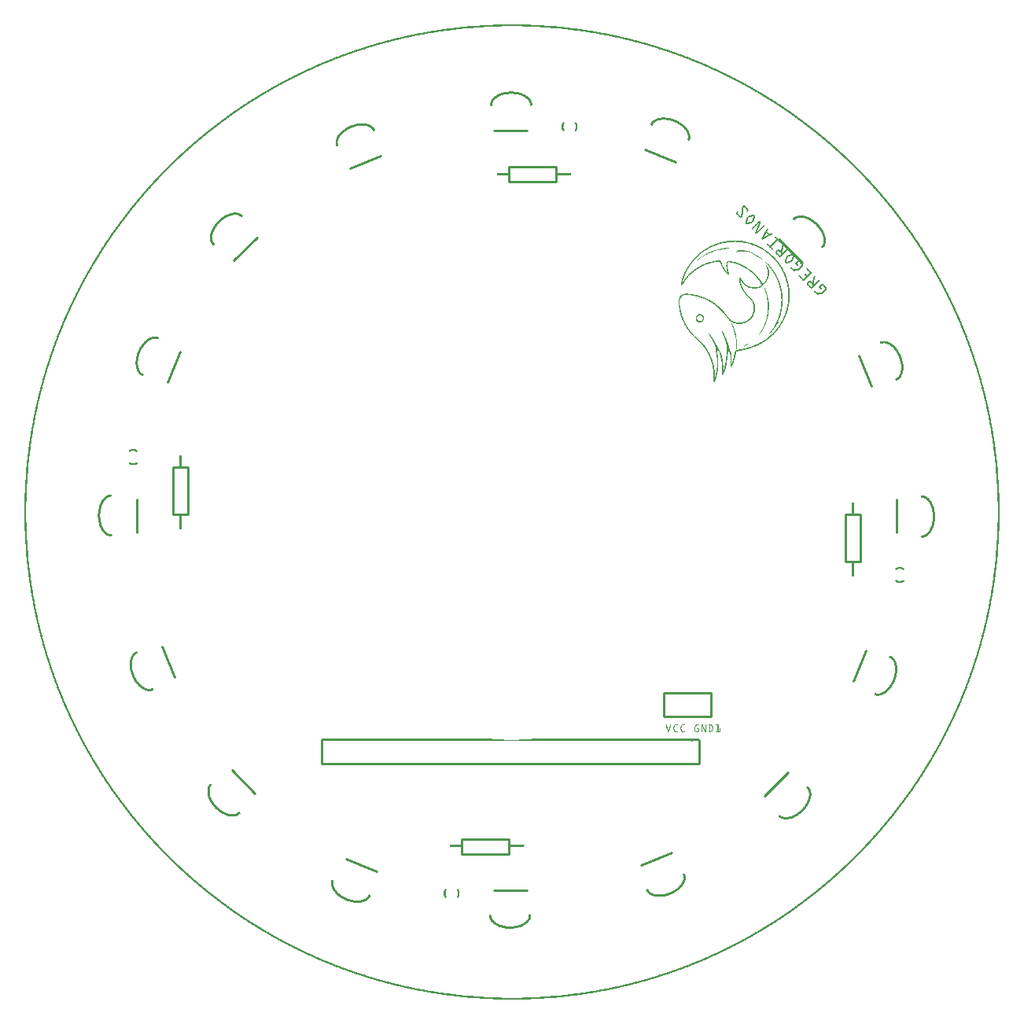
<source format=gto>
G04 MADE WITH FRITZING*
G04 WWW.FRITZING.ORG*
G04 DOUBLE SIDED*
G04 HOLES PLATED*
G04 CONTOUR ON CENTER OF CONTOUR VECTOR*
%ASAXBY*%
%FSLAX23Y23*%
%MOIN*%
%OFA0B0*%
%SFA1.0B1.0*%
%ADD10C,0.010000*%
%ADD11R,0.001000X0.001000*%
%LNSILK1*%
G90*
G70*
G54D10*
X1508Y3579D02*
X1379Y3526D01*
D02*
X985Y3233D02*
X886Y3134D01*
D02*
X659Y2748D02*
X605Y2618D01*
D02*
X475Y2120D02*
X475Y1980D01*
D02*
X582Y1497D02*
X635Y1367D01*
D02*
X878Y974D02*
X977Y875D01*
D02*
X1363Y598D02*
X1493Y544D01*
D02*
X2131Y3686D02*
X1991Y3686D01*
D02*
X2759Y3552D02*
X2630Y3606D01*
D02*
X3295Y3126D02*
X3196Y3225D01*
D02*
X3591Y2603D02*
X3537Y2732D01*
D02*
X3697Y1980D02*
X3697Y2120D01*
D02*
X3513Y1352D02*
X3567Y1481D01*
D02*
X3137Y866D02*
X3236Y965D01*
D02*
X2614Y570D02*
X2744Y624D01*
D02*
X1991Y464D02*
X2131Y464D01*
D02*
X628Y2059D02*
X628Y2259D01*
D02*
X628Y2259D02*
X694Y2259D01*
D02*
X694Y2259D02*
X694Y2059D01*
D02*
X694Y2059D02*
X628Y2059D01*
D02*
X2252Y3467D02*
X2052Y3467D01*
D02*
X2052Y3467D02*
X2052Y3533D01*
D02*
X2052Y3533D02*
X2252Y3533D01*
D02*
X2252Y3533D02*
X2252Y3467D01*
D02*
X3478Y1859D02*
X3478Y2059D01*
D02*
X3478Y2059D02*
X3544Y2059D01*
D02*
X3544Y2059D02*
X3544Y1859D01*
D02*
X3544Y1859D02*
X3478Y1859D01*
D02*
X2052Y617D02*
X1852Y617D01*
D02*
X1852Y617D02*
X1852Y683D01*
D02*
X1852Y683D02*
X2052Y683D01*
D02*
X2052Y683D02*
X2052Y617D01*
D02*
X2911Y1300D02*
X2711Y1300D01*
D02*
X2711Y1300D02*
X2711Y1200D01*
D02*
X2711Y1200D02*
X2911Y1200D01*
D02*
X2911Y1200D02*
X2911Y1300D01*
D02*
X1261Y1100D02*
X1261Y1000D01*
D02*
X1261Y1000D02*
X2861Y1000D01*
D02*
X2861Y1000D02*
X2861Y1100D01*
G54D11*
X2022Y4134D02*
X2110Y4134D01*
X1987Y4133D02*
X2145Y4133D01*
X1964Y4132D02*
X2168Y4132D01*
X1946Y4131D02*
X2186Y4131D01*
X1930Y4130D02*
X2202Y4130D01*
X1915Y4129D02*
X2217Y4129D01*
X1902Y4128D02*
X2230Y4128D01*
X1890Y4127D02*
X2242Y4127D01*
X1878Y4126D02*
X2022Y4126D01*
X2110Y4126D02*
X2254Y4126D01*
X1868Y4125D02*
X1986Y4125D01*
X2146Y4125D02*
X2264Y4125D01*
X1857Y4124D02*
X1963Y4124D01*
X2169Y4124D02*
X2275Y4124D01*
X1848Y4123D02*
X1945Y4123D01*
X2187Y4123D02*
X2284Y4123D01*
X1838Y4122D02*
X1929Y4122D01*
X2203Y4122D02*
X2294Y4122D01*
X1829Y4121D02*
X1914Y4121D01*
X2218Y4121D02*
X2303Y4121D01*
X1821Y4120D02*
X1901Y4120D01*
X2231Y4120D02*
X2311Y4120D01*
X1813Y4119D02*
X1889Y4119D01*
X2243Y4119D02*
X2319Y4119D01*
X1804Y4118D02*
X1877Y4118D01*
X2255Y4118D02*
X2328Y4118D01*
X1797Y4117D02*
X1867Y4117D01*
X2265Y4117D02*
X2335Y4117D01*
X1789Y4116D02*
X1856Y4116D01*
X2276Y4116D02*
X2343Y4116D01*
X1782Y4115D02*
X1847Y4115D01*
X2285Y4115D02*
X2350Y4115D01*
X1775Y4114D02*
X1838Y4114D01*
X2294Y4114D02*
X2357Y4114D01*
X1768Y4113D02*
X1828Y4113D01*
X2304Y4113D02*
X2364Y4113D01*
X1761Y4112D02*
X1820Y4112D01*
X2312Y4112D02*
X2371Y4112D01*
X1754Y4111D02*
X1812Y4111D01*
X2320Y4111D02*
X2378Y4111D01*
X1748Y4110D02*
X1804Y4110D01*
X2328Y4110D02*
X2384Y4110D01*
X1741Y4109D02*
X1796Y4109D01*
X2336Y4109D02*
X2391Y4109D01*
X1735Y4108D02*
X1788Y4108D01*
X2344Y4108D02*
X2397Y4108D01*
X1729Y4107D02*
X1781Y4107D01*
X2351Y4107D02*
X2403Y4107D01*
X1723Y4106D02*
X1774Y4106D01*
X2358Y4106D02*
X2409Y4106D01*
X1717Y4105D02*
X1767Y4105D01*
X2365Y4105D02*
X2415Y4105D01*
X1711Y4104D02*
X1760Y4104D01*
X2372Y4104D02*
X2421Y4104D01*
X1705Y4103D02*
X1753Y4103D01*
X2379Y4103D02*
X2427Y4103D01*
X1700Y4102D02*
X1747Y4102D01*
X2385Y4102D02*
X2432Y4102D01*
X1694Y4101D02*
X1741Y4101D01*
X2391Y4101D02*
X2438Y4101D01*
X1689Y4100D02*
X1734Y4100D01*
X2398Y4100D02*
X2443Y4100D01*
X1683Y4099D02*
X1728Y4099D01*
X2404Y4099D02*
X2449Y4099D01*
X1678Y4098D02*
X1722Y4098D01*
X2410Y4098D02*
X2454Y4098D01*
X1673Y4097D02*
X1716Y4097D01*
X2416Y4097D02*
X2459Y4097D01*
X1668Y4096D02*
X1710Y4096D01*
X2422Y4096D02*
X2464Y4096D01*
X1663Y4095D02*
X1705Y4095D01*
X2427Y4095D02*
X2469Y4095D01*
X1658Y4094D02*
X1699Y4094D01*
X2433Y4094D02*
X2474Y4094D01*
X1653Y4093D02*
X1694Y4093D01*
X2438Y4093D02*
X2479Y4093D01*
X1648Y4092D02*
X1688Y4092D01*
X2444Y4092D02*
X2484Y4092D01*
X1643Y4091D02*
X1683Y4091D01*
X2449Y4091D02*
X2489Y4091D01*
X1638Y4090D02*
X1677Y4090D01*
X2455Y4090D02*
X2494Y4090D01*
X1634Y4089D02*
X1672Y4089D01*
X2460Y4089D02*
X2498Y4089D01*
X1629Y4088D02*
X1667Y4088D01*
X2465Y4088D02*
X2503Y4088D01*
X1624Y4087D02*
X1662Y4087D01*
X2470Y4087D02*
X2508Y4087D01*
X1620Y4086D02*
X1657Y4086D01*
X2475Y4086D02*
X2512Y4086D01*
X1615Y4085D02*
X1652Y4085D01*
X2480Y4085D02*
X2517Y4085D01*
X1611Y4084D02*
X1647Y4084D01*
X2485Y4084D02*
X2521Y4084D01*
X1606Y4083D02*
X1642Y4083D01*
X2490Y4083D02*
X2526Y4083D01*
X1602Y4082D02*
X1638Y4082D01*
X2494Y4082D02*
X2530Y4082D01*
X1598Y4081D02*
X1633Y4081D01*
X2499Y4081D02*
X2534Y4081D01*
X1593Y4080D02*
X1628Y4080D01*
X2504Y4080D02*
X2539Y4080D01*
X1589Y4079D02*
X1624Y4079D01*
X2508Y4079D02*
X2543Y4079D01*
X1585Y4078D02*
X1619Y4078D01*
X2513Y4078D02*
X2547Y4078D01*
X1581Y4077D02*
X1615Y4077D01*
X2517Y4077D02*
X2551Y4077D01*
X1576Y4076D02*
X1610Y4076D01*
X2522Y4076D02*
X2556Y4076D01*
X1572Y4075D02*
X1606Y4075D01*
X2526Y4075D02*
X2560Y4075D01*
X1568Y4074D02*
X1601Y4074D01*
X2531Y4074D02*
X2564Y4074D01*
X1564Y4073D02*
X1597Y4073D01*
X2535Y4073D02*
X2568Y4073D01*
X1560Y4072D02*
X1593Y4072D01*
X2539Y4072D02*
X2572Y4072D01*
X1556Y4071D02*
X1589Y4071D01*
X2543Y4071D02*
X2576Y4071D01*
X1552Y4070D02*
X1584Y4070D01*
X2548Y4070D02*
X2580Y4070D01*
X1549Y4069D02*
X1580Y4069D01*
X2552Y4069D02*
X2583Y4069D01*
X1545Y4068D02*
X1576Y4068D01*
X2556Y4068D02*
X2587Y4068D01*
X1541Y4067D02*
X1572Y4067D01*
X2560Y4067D02*
X2591Y4067D01*
X1537Y4066D02*
X1568Y4066D01*
X2564Y4066D02*
X2595Y4066D01*
X1533Y4065D02*
X1564Y4065D01*
X2568Y4065D02*
X2599Y4065D01*
X1530Y4064D02*
X1560Y4064D01*
X2572Y4064D02*
X2602Y4064D01*
X1526Y4063D02*
X1556Y4063D01*
X2576Y4063D02*
X2606Y4063D01*
X1522Y4062D02*
X1552Y4062D01*
X2580Y4062D02*
X2610Y4062D01*
X1519Y4061D02*
X1548Y4061D01*
X2584Y4061D02*
X2613Y4061D01*
X1515Y4060D02*
X1544Y4060D01*
X2588Y4060D02*
X2617Y4060D01*
X1511Y4059D02*
X1541Y4059D01*
X2591Y4059D02*
X2621Y4059D01*
X1508Y4058D02*
X1537Y4058D01*
X2595Y4058D02*
X2624Y4058D01*
X1504Y4057D02*
X1533Y4057D01*
X2599Y4057D02*
X2628Y4057D01*
X1501Y4056D02*
X1529Y4056D01*
X2603Y4056D02*
X2631Y4056D01*
X1497Y4055D02*
X1525Y4055D01*
X2607Y4055D02*
X2635Y4055D01*
X1494Y4054D02*
X1522Y4054D01*
X2610Y4054D02*
X2638Y4054D01*
X1490Y4053D02*
X1518Y4053D01*
X2614Y4053D02*
X2642Y4053D01*
X1487Y4052D02*
X1515Y4052D01*
X2617Y4052D02*
X2645Y4052D01*
X1483Y4051D02*
X1511Y4051D01*
X2621Y4051D02*
X2649Y4051D01*
X1480Y4050D02*
X1507Y4050D01*
X2625Y4050D02*
X2652Y4050D01*
X1477Y4049D02*
X1504Y4049D01*
X2628Y4049D02*
X2655Y4049D01*
X1473Y4048D02*
X1500Y4048D01*
X2632Y4048D02*
X2659Y4048D01*
X1470Y4047D02*
X1497Y4047D01*
X2635Y4047D02*
X2662Y4047D01*
X1467Y4046D02*
X1493Y4046D01*
X2639Y4046D02*
X2665Y4046D01*
X1463Y4045D02*
X1490Y4045D01*
X2642Y4045D02*
X2669Y4045D01*
X1460Y4044D02*
X1487Y4044D01*
X2645Y4044D02*
X2672Y4044D01*
X1457Y4043D02*
X1483Y4043D01*
X2649Y4043D02*
X2675Y4043D01*
X1454Y4042D02*
X1480Y4042D01*
X2652Y4042D02*
X2678Y4042D01*
X1450Y4041D02*
X1476Y4041D01*
X2656Y4041D02*
X2682Y4041D01*
X1447Y4040D02*
X1473Y4040D01*
X2659Y4040D02*
X2685Y4040D01*
X1444Y4039D02*
X1470Y4039D01*
X2662Y4039D02*
X2688Y4039D01*
X1441Y4038D02*
X1466Y4038D01*
X2666Y4038D02*
X2691Y4038D01*
X1438Y4037D02*
X1463Y4037D01*
X2669Y4037D02*
X2694Y4037D01*
X1435Y4036D02*
X1460Y4036D01*
X2672Y4036D02*
X2697Y4036D01*
X1431Y4035D02*
X1457Y4035D01*
X2675Y4035D02*
X2701Y4035D01*
X1428Y4034D02*
X1453Y4034D01*
X2679Y4034D02*
X2704Y4034D01*
X1425Y4033D02*
X1450Y4033D01*
X2682Y4033D02*
X2707Y4033D01*
X1422Y4032D02*
X1447Y4032D01*
X2685Y4032D02*
X2710Y4032D01*
X1419Y4031D02*
X1444Y4031D01*
X2688Y4031D02*
X2713Y4031D01*
X1416Y4030D02*
X1441Y4030D01*
X2691Y4030D02*
X2716Y4030D01*
X1413Y4029D02*
X1438Y4029D01*
X2694Y4029D02*
X2719Y4029D01*
X1410Y4028D02*
X1434Y4028D01*
X2698Y4028D02*
X2722Y4028D01*
X1407Y4027D02*
X1431Y4027D01*
X2701Y4027D02*
X2725Y4027D01*
X1404Y4026D02*
X1428Y4026D01*
X2704Y4026D02*
X2728Y4026D01*
X1401Y4025D02*
X1425Y4025D01*
X2707Y4025D02*
X2731Y4025D01*
X1398Y4024D02*
X1422Y4024D01*
X2710Y4024D02*
X2734Y4024D01*
X1395Y4023D02*
X1419Y4023D01*
X2713Y4023D02*
X2737Y4023D01*
X1393Y4022D02*
X1416Y4022D01*
X2716Y4022D02*
X2739Y4022D01*
X1390Y4021D02*
X1413Y4021D01*
X2719Y4021D02*
X2742Y4021D01*
X1387Y4020D02*
X1410Y4020D01*
X2722Y4020D02*
X2745Y4020D01*
X1384Y4019D02*
X1407Y4019D01*
X2725Y4019D02*
X2748Y4019D01*
X1381Y4018D02*
X1404Y4018D01*
X2728Y4018D02*
X2751Y4018D01*
X1378Y4017D02*
X1401Y4017D01*
X2731Y4017D02*
X2754Y4017D01*
X1375Y4016D02*
X1398Y4016D01*
X2734Y4016D02*
X2757Y4016D01*
X1373Y4015D02*
X1395Y4015D01*
X2737Y4015D02*
X2759Y4015D01*
X1370Y4014D02*
X1392Y4014D01*
X2740Y4014D02*
X2762Y4014D01*
X1367Y4013D02*
X1390Y4013D01*
X2742Y4013D02*
X2765Y4013D01*
X1364Y4012D02*
X1387Y4012D01*
X2745Y4012D02*
X2768Y4012D01*
X1361Y4011D02*
X1384Y4011D01*
X2748Y4011D02*
X2771Y4011D01*
X1359Y4010D02*
X1381Y4010D01*
X2751Y4010D02*
X2773Y4010D01*
X1356Y4009D02*
X1378Y4009D01*
X2754Y4009D02*
X2776Y4009D01*
X1353Y4008D02*
X1375Y4008D01*
X2757Y4008D02*
X2779Y4008D01*
X1351Y4007D02*
X1373Y4007D01*
X2759Y4007D02*
X2781Y4007D01*
X1348Y4006D02*
X1370Y4006D01*
X2762Y4006D02*
X2784Y4006D01*
X1345Y4005D02*
X1367Y4005D01*
X2765Y4005D02*
X2787Y4005D01*
X1342Y4004D02*
X1364Y4004D01*
X2768Y4004D02*
X2790Y4004D01*
X1340Y4003D02*
X1361Y4003D01*
X2771Y4003D02*
X2792Y4003D01*
X1337Y4002D02*
X1359Y4002D01*
X2773Y4002D02*
X2795Y4002D01*
X1334Y4001D02*
X1356Y4001D01*
X2776Y4001D02*
X2798Y4001D01*
X1332Y4000D02*
X1353Y4000D01*
X2779Y4000D02*
X2800Y4000D01*
X1329Y3999D02*
X1351Y3999D01*
X2781Y3999D02*
X2803Y3999D01*
X1327Y3998D02*
X1348Y3998D01*
X2784Y3998D02*
X2805Y3998D01*
X1324Y3997D02*
X1345Y3997D01*
X2787Y3997D02*
X2808Y3997D01*
X1321Y3996D02*
X1343Y3996D01*
X2789Y3996D02*
X2811Y3996D01*
X1319Y3995D02*
X1340Y3995D01*
X2792Y3995D02*
X2813Y3995D01*
X1316Y3994D02*
X1337Y3994D01*
X2795Y3994D02*
X2816Y3994D01*
X1314Y3993D02*
X1334Y3993D01*
X2798Y3993D02*
X2818Y3993D01*
X1311Y3992D02*
X1332Y3992D01*
X2800Y3992D02*
X2821Y3992D01*
X1309Y3991D02*
X1329Y3991D01*
X2803Y3991D02*
X2823Y3991D01*
X1306Y3990D02*
X1327Y3990D01*
X2805Y3990D02*
X2826Y3990D01*
X1304Y3989D02*
X1324Y3989D01*
X2808Y3989D02*
X2828Y3989D01*
X1301Y3988D02*
X1322Y3988D01*
X2810Y3988D02*
X2831Y3988D01*
X1299Y3987D02*
X1319Y3987D01*
X2813Y3987D02*
X2833Y3987D01*
X1296Y3986D02*
X1316Y3986D01*
X2816Y3986D02*
X2836Y3986D01*
X1294Y3985D02*
X1314Y3985D01*
X2818Y3985D02*
X2838Y3985D01*
X1291Y3984D02*
X1311Y3984D01*
X2821Y3984D02*
X2841Y3984D01*
X1289Y3983D02*
X1309Y3983D01*
X2823Y3983D02*
X2843Y3983D01*
X1286Y3982D02*
X1306Y3982D01*
X2826Y3982D02*
X2846Y3982D01*
X1284Y3981D02*
X1304Y3981D01*
X2828Y3981D02*
X2848Y3981D01*
X1281Y3980D02*
X1301Y3980D01*
X2831Y3980D02*
X2851Y3980D01*
X1279Y3979D02*
X1299Y3979D01*
X2833Y3979D02*
X2853Y3979D01*
X1276Y3978D02*
X1296Y3978D01*
X2836Y3978D02*
X2856Y3978D01*
X1274Y3977D02*
X1294Y3977D01*
X2838Y3977D02*
X2858Y3977D01*
X1272Y3976D02*
X1291Y3976D01*
X2841Y3976D02*
X2860Y3976D01*
X1269Y3975D02*
X1289Y3975D01*
X2843Y3975D02*
X2863Y3975D01*
X1267Y3974D02*
X1286Y3974D01*
X2846Y3974D02*
X2865Y3974D01*
X1264Y3973D02*
X1284Y3973D01*
X2848Y3973D02*
X2868Y3973D01*
X1262Y3972D02*
X1282Y3972D01*
X2850Y3972D02*
X2870Y3972D01*
X1260Y3971D02*
X1279Y3971D01*
X2853Y3971D02*
X2872Y3971D01*
X1257Y3970D02*
X1277Y3970D01*
X2855Y3970D02*
X2875Y3970D01*
X1255Y3969D02*
X1274Y3969D01*
X2858Y3969D02*
X2877Y3969D01*
X1253Y3968D02*
X1272Y3968D01*
X2860Y3968D02*
X2879Y3968D01*
X1250Y3967D02*
X1269Y3967D01*
X2863Y3967D02*
X2882Y3967D01*
X1248Y3966D02*
X1267Y3966D01*
X2865Y3966D02*
X2884Y3966D01*
X1246Y3965D02*
X1265Y3965D01*
X2867Y3965D02*
X2886Y3965D01*
X1243Y3964D02*
X1262Y3964D01*
X2870Y3964D02*
X2889Y3964D01*
X1241Y3963D02*
X1260Y3963D01*
X2872Y3963D02*
X2891Y3963D01*
X1239Y3962D02*
X1258Y3962D01*
X2874Y3962D02*
X2893Y3962D01*
X1237Y3961D02*
X1255Y3961D01*
X2877Y3961D02*
X2895Y3961D01*
X1234Y3960D02*
X1253Y3960D01*
X2879Y3960D02*
X2898Y3960D01*
X1232Y3959D02*
X1251Y3959D01*
X2881Y3959D02*
X2900Y3959D01*
X1230Y3958D02*
X1248Y3958D01*
X2884Y3958D02*
X2902Y3958D01*
X1228Y3957D02*
X1246Y3957D01*
X2886Y3957D02*
X2904Y3957D01*
X1225Y3956D02*
X1244Y3956D01*
X2888Y3956D02*
X2907Y3956D01*
X1223Y3955D02*
X1241Y3955D01*
X2891Y3955D02*
X2909Y3955D01*
X1221Y3954D02*
X1239Y3954D01*
X2893Y3954D02*
X2911Y3954D01*
X1219Y3953D02*
X1237Y3953D01*
X2895Y3953D02*
X2913Y3953D01*
X1216Y3952D02*
X1235Y3952D01*
X2897Y3952D02*
X2916Y3952D01*
X1214Y3951D02*
X1232Y3951D01*
X2900Y3951D02*
X2918Y3951D01*
X1212Y3950D02*
X1230Y3950D01*
X2902Y3950D02*
X2920Y3950D01*
X1210Y3949D02*
X1228Y3949D01*
X2904Y3949D02*
X2922Y3949D01*
X1208Y3948D02*
X1226Y3948D01*
X2906Y3948D02*
X2924Y3948D01*
X1205Y3947D02*
X1223Y3947D01*
X2909Y3947D02*
X2927Y3947D01*
X1203Y3946D02*
X1221Y3946D01*
X2911Y3946D02*
X2929Y3946D01*
X1201Y3945D02*
X1219Y3945D01*
X2913Y3945D02*
X2931Y3945D01*
X1199Y3944D02*
X1217Y3944D01*
X2915Y3944D02*
X2933Y3944D01*
X1197Y3943D02*
X1215Y3943D01*
X2917Y3943D02*
X2935Y3943D01*
X1195Y3942D02*
X1212Y3942D01*
X2920Y3942D02*
X2937Y3942D01*
X1192Y3941D02*
X1210Y3941D01*
X2922Y3941D02*
X2940Y3941D01*
X1190Y3940D02*
X1208Y3940D01*
X2924Y3940D02*
X2942Y3940D01*
X1188Y3939D02*
X1206Y3939D01*
X2926Y3939D02*
X2944Y3939D01*
X1186Y3938D02*
X1204Y3938D01*
X2928Y3938D02*
X2946Y3938D01*
X1184Y3937D02*
X1202Y3937D01*
X2930Y3937D02*
X2948Y3937D01*
X1182Y3936D02*
X1199Y3936D01*
X2933Y3936D02*
X2950Y3936D01*
X1180Y3935D02*
X1197Y3935D01*
X2935Y3935D02*
X2952Y3935D01*
X1178Y3934D02*
X1195Y3934D01*
X2937Y3934D02*
X2954Y3934D01*
X1176Y3933D02*
X1193Y3933D01*
X2939Y3933D02*
X2956Y3933D01*
X1173Y3932D02*
X1191Y3932D01*
X2941Y3932D02*
X2959Y3932D01*
X1171Y3931D02*
X1189Y3931D01*
X2943Y3931D02*
X2961Y3931D01*
X1169Y3930D02*
X1187Y3930D01*
X2945Y3930D02*
X2963Y3930D01*
X1167Y3929D02*
X1184Y3929D01*
X2948Y3929D02*
X2965Y3929D01*
X1165Y3928D02*
X1182Y3928D01*
X2950Y3928D02*
X2967Y3928D01*
X1163Y3927D02*
X1180Y3927D01*
X2952Y3927D02*
X2969Y3927D01*
X1161Y3926D02*
X1178Y3926D01*
X2954Y3926D02*
X2971Y3926D01*
X1159Y3925D02*
X1176Y3925D01*
X2956Y3925D02*
X2973Y3925D01*
X1157Y3924D02*
X1174Y3924D01*
X2958Y3924D02*
X2975Y3924D01*
X1155Y3923D02*
X1172Y3923D01*
X2960Y3923D02*
X2977Y3923D01*
X1153Y3922D02*
X1170Y3922D01*
X2962Y3922D02*
X2979Y3922D01*
X1151Y3921D02*
X1168Y3921D01*
X2964Y3921D02*
X2981Y3921D01*
X1149Y3920D02*
X1166Y3920D01*
X2966Y3920D02*
X2983Y3920D01*
X1147Y3919D02*
X1164Y3919D01*
X2968Y3919D02*
X2985Y3919D01*
X1145Y3918D02*
X1162Y3918D01*
X2970Y3918D02*
X2987Y3918D01*
X1143Y3917D02*
X1160Y3917D01*
X2972Y3917D02*
X2989Y3917D01*
X1141Y3916D02*
X1158Y3916D01*
X2974Y3916D02*
X2991Y3916D01*
X1139Y3915D02*
X1155Y3915D01*
X2976Y3915D02*
X2993Y3915D01*
X1137Y3914D02*
X1153Y3914D01*
X2979Y3914D02*
X2995Y3914D01*
X1135Y3913D02*
X1151Y3913D01*
X2981Y3913D02*
X2997Y3913D01*
X1133Y3912D02*
X1149Y3912D01*
X2983Y3912D02*
X2999Y3912D01*
X1131Y3911D02*
X1147Y3911D01*
X2985Y3911D02*
X3001Y3911D01*
X1129Y3910D02*
X1145Y3910D01*
X2987Y3910D02*
X3003Y3910D01*
X1127Y3909D02*
X1143Y3909D01*
X2989Y3909D02*
X3005Y3909D01*
X1125Y3908D02*
X1141Y3908D01*
X2991Y3908D02*
X3007Y3908D01*
X1123Y3907D02*
X1139Y3907D01*
X2993Y3907D02*
X3009Y3907D01*
X1121Y3906D02*
X1138Y3906D01*
X2994Y3906D02*
X3011Y3906D01*
X1119Y3905D02*
X1136Y3905D01*
X2996Y3905D02*
X3013Y3905D01*
X1117Y3904D02*
X1134Y3904D01*
X2998Y3904D02*
X3015Y3904D01*
X1115Y3903D02*
X1132Y3903D01*
X3000Y3903D02*
X3017Y3903D01*
X1113Y3902D02*
X1130Y3902D01*
X3002Y3902D02*
X3019Y3902D01*
X1112Y3901D02*
X1128Y3901D01*
X3004Y3901D02*
X3020Y3901D01*
X1110Y3900D02*
X1126Y3900D01*
X3006Y3900D02*
X3022Y3900D01*
X1108Y3899D02*
X1124Y3899D01*
X3008Y3899D02*
X3024Y3899D01*
X1106Y3898D02*
X1122Y3898D01*
X3010Y3898D02*
X3026Y3898D01*
X1104Y3897D02*
X1120Y3897D01*
X3012Y3897D02*
X3028Y3897D01*
X1102Y3896D02*
X1118Y3896D01*
X3014Y3896D02*
X3030Y3896D01*
X1100Y3895D02*
X1116Y3895D01*
X3016Y3895D02*
X3032Y3895D01*
X1098Y3894D02*
X1114Y3894D01*
X3018Y3894D02*
X3034Y3894D01*
X1096Y3893D02*
X1112Y3893D01*
X3020Y3893D02*
X3036Y3893D01*
X1095Y3892D02*
X1110Y3892D01*
X3022Y3892D02*
X3037Y3892D01*
X1093Y3891D02*
X1108Y3891D01*
X3024Y3891D02*
X3039Y3891D01*
X1091Y3890D02*
X1106Y3890D01*
X3026Y3890D02*
X3041Y3890D01*
X1089Y3889D02*
X1105Y3889D01*
X3027Y3889D02*
X3043Y3889D01*
X1087Y3888D02*
X1103Y3888D01*
X3029Y3888D02*
X3045Y3888D01*
X1085Y3887D02*
X1101Y3887D01*
X3031Y3887D02*
X3047Y3887D01*
X1083Y3886D02*
X1099Y3886D01*
X3033Y3886D02*
X3049Y3886D01*
X1081Y3885D02*
X1097Y3885D01*
X3035Y3885D02*
X3051Y3885D01*
X1080Y3884D02*
X1095Y3884D01*
X3037Y3884D02*
X3052Y3884D01*
X1078Y3883D02*
X1093Y3883D01*
X3039Y3883D02*
X3054Y3883D01*
X1076Y3882D02*
X1092Y3882D01*
X3040Y3882D02*
X3056Y3882D01*
X1074Y3881D02*
X1090Y3881D01*
X3042Y3881D02*
X3058Y3881D01*
X1072Y3880D02*
X1088Y3880D01*
X3044Y3880D02*
X3060Y3880D01*
X1071Y3879D02*
X1086Y3879D01*
X3046Y3879D02*
X3061Y3879D01*
X1069Y3878D02*
X1084Y3878D01*
X3048Y3878D02*
X3063Y3878D01*
X1067Y3877D02*
X1082Y3877D01*
X3050Y3877D02*
X3065Y3877D01*
X1065Y3876D02*
X1080Y3876D01*
X3052Y3876D02*
X3067Y3876D01*
X1063Y3875D02*
X1079Y3875D01*
X3053Y3875D02*
X3069Y3875D01*
X1061Y3874D02*
X1077Y3874D01*
X3055Y3874D02*
X3071Y3874D01*
X1060Y3873D02*
X1075Y3873D01*
X3057Y3873D02*
X3072Y3873D01*
X1058Y3872D02*
X1073Y3872D01*
X3059Y3872D02*
X3074Y3872D01*
X1056Y3871D02*
X1071Y3871D01*
X3061Y3871D02*
X3076Y3871D01*
X1054Y3870D02*
X1070Y3870D01*
X3062Y3870D02*
X3078Y3870D01*
X1053Y3869D02*
X1068Y3869D01*
X3064Y3869D02*
X3079Y3869D01*
X1051Y3868D02*
X1066Y3868D01*
X3066Y3868D02*
X3081Y3868D01*
X1049Y3867D02*
X1064Y3867D01*
X3068Y3867D02*
X3083Y3867D01*
X1047Y3866D02*
X1062Y3866D01*
X3070Y3866D02*
X3085Y3866D01*
X1046Y3865D02*
X1061Y3865D01*
X3071Y3865D02*
X3086Y3865D01*
X1044Y3864D02*
X1059Y3864D01*
X3073Y3864D02*
X3088Y3864D01*
X1042Y3863D02*
X1057Y3863D01*
X3075Y3863D02*
X3090Y3863D01*
X1040Y3862D02*
X1055Y3862D01*
X3077Y3862D02*
X3092Y3862D01*
X1039Y3861D02*
X1053Y3861D01*
X3079Y3861D02*
X3093Y3861D01*
X1037Y3860D02*
X1052Y3860D01*
X3080Y3860D02*
X3095Y3860D01*
X1035Y3859D02*
X1050Y3859D01*
X3082Y3859D02*
X3097Y3859D01*
X1033Y3858D02*
X1048Y3858D01*
X3084Y3858D02*
X3099Y3858D01*
X1032Y3857D02*
X1046Y3857D01*
X3086Y3857D02*
X3100Y3857D01*
X1030Y3856D02*
X1045Y3856D01*
X3087Y3856D02*
X3102Y3856D01*
X1028Y3855D02*
X1043Y3855D01*
X3089Y3855D02*
X3104Y3855D01*
X1026Y3854D02*
X1041Y3854D01*
X3091Y3854D02*
X3106Y3854D01*
X1025Y3853D02*
X1039Y3853D01*
X3093Y3853D02*
X3107Y3853D01*
X1023Y3852D02*
X1038Y3852D01*
X3094Y3852D02*
X3109Y3852D01*
X1021Y3851D02*
X1036Y3851D01*
X3096Y3851D02*
X3111Y3851D01*
X1020Y3850D02*
X1034Y3850D01*
X2053Y3850D02*
X2071Y3850D01*
X3098Y3850D02*
X3112Y3850D01*
X1018Y3849D02*
X1033Y3849D01*
X2044Y3849D02*
X2081Y3849D01*
X3099Y3849D02*
X3114Y3849D01*
X1016Y3848D02*
X1031Y3848D01*
X2038Y3848D02*
X2087Y3848D01*
X3101Y3848D02*
X3116Y3848D01*
X1015Y3847D02*
X1029Y3847D01*
X2033Y3847D02*
X2092Y3847D01*
X3103Y3847D02*
X3117Y3847D01*
X1013Y3846D02*
X1027Y3846D01*
X2029Y3846D02*
X2096Y3846D01*
X3105Y3846D02*
X3119Y3846D01*
X1011Y3845D02*
X1026Y3845D01*
X2025Y3845D02*
X2100Y3845D01*
X3106Y3845D02*
X3121Y3845D01*
X1010Y3844D02*
X1024Y3844D01*
X2022Y3844D02*
X2103Y3844D01*
X3108Y3844D02*
X3122Y3844D01*
X1008Y3843D02*
X1022Y3843D01*
X2019Y3843D02*
X2106Y3843D01*
X3110Y3843D02*
X3124Y3843D01*
X1006Y3842D02*
X1021Y3842D01*
X2016Y3842D02*
X2109Y3842D01*
X3111Y3842D02*
X3126Y3842D01*
X1005Y3841D02*
X1019Y3841D01*
X2014Y3841D02*
X2111Y3841D01*
X3113Y3841D02*
X3127Y3841D01*
X1003Y3840D02*
X1017Y3840D01*
X2011Y3840D02*
X2052Y3840D01*
X2072Y3840D02*
X2113Y3840D01*
X3115Y3840D02*
X3129Y3840D01*
X1001Y3839D02*
X1016Y3839D01*
X2009Y3839D02*
X2043Y3839D01*
X2082Y3839D02*
X2116Y3839D01*
X3116Y3839D02*
X3131Y3839D01*
X1000Y3838D02*
X1014Y3838D01*
X2007Y3838D02*
X2037Y3838D01*
X2088Y3838D02*
X2118Y3838D01*
X3118Y3838D02*
X3132Y3838D01*
X998Y3837D02*
X1012Y3837D01*
X2005Y3837D02*
X2033Y3837D01*
X2092Y3837D02*
X2120Y3837D01*
X3120Y3837D02*
X3134Y3837D01*
X996Y3836D02*
X1011Y3836D01*
X2004Y3836D02*
X2029Y3836D01*
X2096Y3836D02*
X2121Y3836D01*
X3121Y3836D02*
X3136Y3836D01*
X995Y3835D02*
X1009Y3835D01*
X2002Y3835D02*
X2025Y3835D01*
X2100Y3835D02*
X2123Y3835D01*
X3123Y3835D02*
X3137Y3835D01*
X993Y3834D02*
X1007Y3834D01*
X2000Y3834D02*
X2022Y3834D01*
X2103Y3834D02*
X2125Y3834D01*
X3125Y3834D02*
X3139Y3834D01*
X991Y3833D02*
X1006Y3833D01*
X1999Y3833D02*
X2020Y3833D01*
X2105Y3833D02*
X2126Y3833D01*
X3126Y3833D02*
X3141Y3833D01*
X990Y3832D02*
X1004Y3832D01*
X1997Y3832D02*
X2017Y3832D01*
X2108Y3832D02*
X2128Y3832D01*
X3128Y3832D02*
X3142Y3832D01*
X988Y3831D02*
X1002Y3831D01*
X1996Y3831D02*
X2015Y3831D01*
X2110Y3831D02*
X2129Y3831D01*
X3130Y3831D02*
X3144Y3831D01*
X986Y3830D02*
X1000Y3830D01*
X1994Y3830D02*
X2013Y3830D01*
X2112Y3830D02*
X2131Y3830D01*
X3131Y3830D02*
X3146Y3830D01*
X985Y3829D02*
X999Y3829D01*
X1993Y3829D02*
X2010Y3829D01*
X2114Y3829D02*
X2132Y3829D01*
X3133Y3829D02*
X3147Y3829D01*
X983Y3828D02*
X997Y3828D01*
X1992Y3828D02*
X2009Y3828D01*
X2116Y3828D02*
X2133Y3828D01*
X3135Y3828D02*
X3149Y3828D01*
X982Y3827D02*
X996Y3827D01*
X1991Y3827D02*
X2007Y3827D01*
X2118Y3827D02*
X2134Y3827D01*
X3136Y3827D02*
X3150Y3827D01*
X980Y3826D02*
X994Y3826D01*
X1990Y3826D02*
X2005Y3826D01*
X2120Y3826D02*
X2135Y3826D01*
X3138Y3826D02*
X3152Y3826D01*
X978Y3825D02*
X992Y3825D01*
X1989Y3825D02*
X2004Y3825D01*
X2121Y3825D02*
X2136Y3825D01*
X3140Y3825D02*
X3154Y3825D01*
X977Y3824D02*
X991Y3824D01*
X1988Y3824D02*
X2002Y3824D01*
X2123Y3824D02*
X2137Y3824D01*
X3141Y3824D02*
X3155Y3824D01*
X975Y3823D02*
X989Y3823D01*
X1987Y3823D02*
X2001Y3823D01*
X2124Y3823D02*
X2138Y3823D01*
X3143Y3823D02*
X3157Y3823D01*
X973Y3822D02*
X987Y3822D01*
X1986Y3822D02*
X1999Y3822D01*
X2126Y3822D02*
X2139Y3822D01*
X3145Y3822D02*
X3159Y3822D01*
X972Y3821D02*
X986Y3821D01*
X1985Y3821D02*
X1998Y3821D01*
X2127Y3821D02*
X2140Y3821D01*
X3146Y3821D02*
X3160Y3821D01*
X970Y3820D02*
X984Y3820D01*
X1984Y3820D02*
X1997Y3820D01*
X2128Y3820D02*
X2141Y3820D01*
X3148Y3820D02*
X3162Y3820D01*
X969Y3819D02*
X983Y3819D01*
X1983Y3819D02*
X1995Y3819D01*
X2129Y3819D02*
X2142Y3819D01*
X3149Y3819D02*
X3163Y3819D01*
X967Y3818D02*
X981Y3818D01*
X1982Y3818D02*
X1994Y3818D01*
X2130Y3818D02*
X2143Y3818D01*
X3151Y3818D02*
X3165Y3818D01*
X965Y3817D02*
X979Y3817D01*
X1982Y3817D02*
X1993Y3817D01*
X2131Y3817D02*
X2143Y3817D01*
X3153Y3817D02*
X3167Y3817D01*
X964Y3816D02*
X978Y3816D01*
X1981Y3816D02*
X1992Y3816D01*
X2133Y3816D02*
X2144Y3816D01*
X3154Y3816D02*
X3168Y3816D01*
X962Y3815D02*
X976Y3815D01*
X1980Y3815D02*
X1991Y3815D01*
X2134Y3815D02*
X2145Y3815D01*
X3156Y3815D02*
X3170Y3815D01*
X961Y3814D02*
X975Y3814D01*
X1980Y3814D02*
X1991Y3814D01*
X2134Y3814D02*
X2145Y3814D01*
X3157Y3814D02*
X3171Y3814D01*
X959Y3813D02*
X973Y3813D01*
X1979Y3813D02*
X1990Y3813D01*
X2135Y3813D02*
X2146Y3813D01*
X3159Y3813D02*
X3173Y3813D01*
X958Y3812D02*
X971Y3812D01*
X1978Y3812D02*
X1989Y3812D01*
X2136Y3812D02*
X2146Y3812D01*
X3161Y3812D02*
X3174Y3812D01*
X956Y3811D02*
X970Y3811D01*
X1978Y3811D02*
X1988Y3811D01*
X2137Y3811D02*
X2147Y3811D01*
X3162Y3811D02*
X3176Y3811D01*
X954Y3810D02*
X968Y3810D01*
X1977Y3810D02*
X1987Y3810D01*
X2137Y3810D02*
X2148Y3810D01*
X3164Y3810D02*
X3178Y3810D01*
X953Y3809D02*
X967Y3809D01*
X1977Y3809D02*
X1987Y3809D01*
X2138Y3809D02*
X2148Y3809D01*
X3165Y3809D02*
X3179Y3809D01*
X951Y3808D02*
X965Y3808D01*
X1976Y3808D02*
X1986Y3808D01*
X2139Y3808D02*
X2148Y3808D01*
X3167Y3808D02*
X3181Y3808D01*
X950Y3807D02*
X963Y3807D01*
X1976Y3807D02*
X1986Y3807D01*
X2139Y3807D02*
X2149Y3807D01*
X3169Y3807D02*
X3182Y3807D01*
X948Y3806D02*
X962Y3806D01*
X1976Y3806D02*
X1985Y3806D01*
X2140Y3806D02*
X2149Y3806D01*
X3170Y3806D02*
X3184Y3806D01*
X947Y3805D02*
X960Y3805D01*
X1975Y3805D02*
X1985Y3805D01*
X2140Y3805D02*
X2150Y3805D01*
X3172Y3805D02*
X3185Y3805D01*
X945Y3804D02*
X959Y3804D01*
X1975Y3804D02*
X1984Y3804D01*
X2141Y3804D02*
X2150Y3804D01*
X3173Y3804D02*
X3187Y3804D01*
X944Y3803D02*
X957Y3803D01*
X1975Y3803D02*
X1984Y3803D01*
X2141Y3803D02*
X2150Y3803D01*
X3175Y3803D02*
X3188Y3803D01*
X942Y3802D02*
X956Y3802D01*
X1974Y3802D02*
X1984Y3802D01*
X2141Y3802D02*
X2151Y3802D01*
X3176Y3802D02*
X3190Y3802D01*
X941Y3801D02*
X954Y3801D01*
X1974Y3801D02*
X1983Y3801D01*
X2142Y3801D02*
X2151Y3801D01*
X3178Y3801D02*
X3191Y3801D01*
X939Y3800D02*
X952Y3800D01*
X1974Y3800D02*
X1983Y3800D01*
X2142Y3800D02*
X2151Y3800D01*
X3179Y3800D02*
X3193Y3800D01*
X937Y3799D02*
X951Y3799D01*
X1974Y3799D02*
X1983Y3799D01*
X2142Y3799D02*
X2151Y3799D01*
X3181Y3799D02*
X3195Y3799D01*
X936Y3798D02*
X949Y3798D01*
X1974Y3798D02*
X1983Y3798D01*
X2142Y3798D02*
X2151Y3798D01*
X3183Y3798D02*
X3196Y3798D01*
X934Y3797D02*
X948Y3797D01*
X1973Y3797D02*
X1982Y3797D01*
X2142Y3797D02*
X2152Y3797D01*
X3184Y3797D02*
X3198Y3797D01*
X933Y3796D02*
X946Y3796D01*
X1973Y3796D02*
X1982Y3796D01*
X2143Y3796D02*
X2152Y3796D01*
X3186Y3796D02*
X3199Y3796D01*
X931Y3795D02*
X945Y3795D01*
X1973Y3795D02*
X1982Y3795D01*
X2143Y3795D02*
X2152Y3795D01*
X3187Y3795D02*
X3201Y3795D01*
X930Y3794D02*
X943Y3794D01*
X1973Y3794D02*
X1982Y3794D01*
X2143Y3794D02*
X2152Y3794D01*
X3189Y3794D02*
X3202Y3794D01*
X928Y3793D02*
X942Y3793D01*
X1973Y3793D02*
X1982Y3793D01*
X2143Y3793D02*
X2152Y3793D01*
X3190Y3793D02*
X3204Y3793D01*
X927Y3792D02*
X940Y3792D01*
X1973Y3792D02*
X1982Y3792D01*
X2143Y3792D02*
X2151Y3792D01*
X3192Y3792D02*
X3205Y3792D01*
X925Y3791D02*
X939Y3791D01*
X1974Y3791D02*
X1982Y3791D01*
X2143Y3791D02*
X2147Y3791D01*
X3193Y3791D02*
X3207Y3791D01*
X924Y3790D02*
X937Y3790D01*
X1976Y3790D02*
X1981Y3790D01*
X2144Y3790D02*
X2144Y3790D01*
X3195Y3790D02*
X3208Y3790D01*
X922Y3789D02*
X936Y3789D01*
X1979Y3789D02*
X1980Y3789D01*
X3196Y3789D02*
X3210Y3789D01*
X921Y3788D02*
X934Y3788D01*
X3198Y3788D02*
X3211Y3788D01*
X919Y3787D02*
X933Y3787D01*
X3199Y3787D02*
X3213Y3787D01*
X918Y3786D02*
X931Y3786D01*
X3201Y3786D02*
X3214Y3786D01*
X916Y3785D02*
X930Y3785D01*
X3202Y3785D02*
X3216Y3785D01*
X915Y3784D02*
X928Y3784D01*
X3204Y3784D02*
X3217Y3784D01*
X913Y3783D02*
X927Y3783D01*
X3205Y3783D02*
X3219Y3783D01*
X912Y3782D02*
X925Y3782D01*
X3207Y3782D02*
X3220Y3782D01*
X910Y3781D02*
X924Y3781D01*
X3208Y3781D02*
X3222Y3781D01*
X909Y3780D02*
X922Y3780D01*
X3210Y3780D02*
X3223Y3780D01*
X907Y3779D02*
X921Y3779D01*
X3211Y3779D02*
X3225Y3779D01*
X906Y3778D02*
X919Y3778D01*
X3213Y3778D02*
X3226Y3778D01*
X904Y3777D02*
X918Y3777D01*
X3214Y3777D02*
X3228Y3777D01*
X903Y3776D02*
X916Y3776D01*
X3216Y3776D02*
X3229Y3776D01*
X902Y3775D02*
X915Y3775D01*
X3217Y3775D02*
X3230Y3775D01*
X900Y3774D02*
X913Y3774D01*
X3219Y3774D02*
X3232Y3774D01*
X899Y3773D02*
X912Y3773D01*
X3220Y3773D02*
X3233Y3773D01*
X897Y3772D02*
X910Y3772D01*
X3222Y3772D02*
X3235Y3772D01*
X896Y3771D02*
X909Y3771D01*
X3223Y3771D02*
X3236Y3771D01*
X894Y3770D02*
X907Y3770D01*
X3225Y3770D02*
X3238Y3770D01*
X893Y3769D02*
X906Y3769D01*
X3226Y3769D02*
X3239Y3769D01*
X891Y3768D02*
X904Y3768D01*
X3228Y3768D02*
X3241Y3768D01*
X890Y3767D02*
X903Y3767D01*
X3229Y3767D02*
X3242Y3767D01*
X888Y3766D02*
X901Y3766D01*
X3231Y3766D02*
X3244Y3766D01*
X887Y3765D02*
X900Y3765D01*
X3232Y3765D02*
X3245Y3765D01*
X886Y3764D02*
X899Y3764D01*
X3233Y3764D02*
X3246Y3764D01*
X884Y3763D02*
X897Y3763D01*
X3235Y3763D02*
X3248Y3763D01*
X883Y3762D02*
X896Y3762D01*
X3236Y3762D02*
X3249Y3762D01*
X881Y3761D02*
X894Y3761D01*
X3238Y3761D02*
X3251Y3761D01*
X880Y3760D02*
X893Y3760D01*
X3239Y3760D02*
X3252Y3760D01*
X878Y3759D02*
X891Y3759D01*
X3241Y3759D02*
X3254Y3759D01*
X877Y3758D02*
X890Y3758D01*
X3242Y3758D02*
X3255Y3758D01*
X876Y3757D02*
X888Y3757D01*
X3244Y3757D02*
X3256Y3757D01*
X874Y3756D02*
X887Y3756D01*
X3245Y3756D02*
X3258Y3756D01*
X873Y3755D02*
X886Y3755D01*
X3246Y3755D02*
X3259Y3755D01*
X871Y3754D02*
X884Y3754D01*
X3248Y3754D02*
X3261Y3754D01*
X870Y3753D02*
X883Y3753D01*
X3249Y3753D02*
X3262Y3753D01*
X869Y3752D02*
X881Y3752D01*
X3251Y3752D02*
X3263Y3752D01*
X867Y3751D02*
X880Y3751D01*
X3252Y3751D02*
X3265Y3751D01*
X866Y3750D02*
X878Y3750D01*
X3254Y3750D02*
X3266Y3750D01*
X864Y3749D02*
X877Y3749D01*
X3255Y3749D02*
X3268Y3749D01*
X863Y3748D02*
X876Y3748D01*
X3256Y3748D02*
X3269Y3748D01*
X862Y3747D02*
X874Y3747D01*
X3258Y3747D02*
X3270Y3747D01*
X860Y3746D02*
X873Y3746D01*
X3259Y3746D02*
X3272Y3746D01*
X859Y3745D02*
X871Y3745D01*
X3261Y3745D02*
X3273Y3745D01*
X857Y3744D02*
X870Y3744D01*
X3262Y3744D02*
X3275Y3744D01*
X856Y3743D02*
X869Y3743D01*
X3263Y3743D02*
X3276Y3743D01*
X855Y3742D02*
X867Y3742D01*
X3265Y3742D02*
X3277Y3742D01*
X853Y3741D02*
X866Y3741D01*
X3266Y3741D02*
X3279Y3741D01*
X852Y3740D02*
X864Y3740D01*
X2701Y3740D02*
X2717Y3740D01*
X3268Y3740D02*
X3280Y3740D01*
X851Y3739D02*
X863Y3739D01*
X2693Y3739D02*
X2726Y3739D01*
X3269Y3739D02*
X3281Y3739D01*
X849Y3738D02*
X862Y3738D01*
X2689Y3738D02*
X2732Y3738D01*
X3270Y3738D02*
X3283Y3738D01*
X848Y3737D02*
X860Y3737D01*
X2685Y3737D02*
X2736Y3737D01*
X3272Y3737D02*
X3284Y3737D01*
X846Y3736D02*
X859Y3736D01*
X2682Y3736D02*
X2740Y3736D01*
X3273Y3736D02*
X3286Y3736D01*
X845Y3735D02*
X858Y3735D01*
X2679Y3735D02*
X2744Y3735D01*
X3274Y3735D02*
X3287Y3735D01*
X844Y3734D02*
X856Y3734D01*
X2677Y3734D02*
X2747Y3734D01*
X3276Y3734D02*
X3288Y3734D01*
X842Y3733D02*
X855Y3733D01*
X2675Y3733D02*
X2750Y3733D01*
X3277Y3733D02*
X3290Y3733D01*
X841Y3732D02*
X853Y3732D01*
X2673Y3732D02*
X2753Y3732D01*
X3279Y3732D02*
X3291Y3732D01*
X840Y3731D02*
X852Y3731D01*
X2671Y3731D02*
X2755Y3731D01*
X3280Y3731D02*
X3292Y3731D01*
X838Y3730D02*
X851Y3730D01*
X2670Y3730D02*
X2700Y3730D01*
X2719Y3730D02*
X2758Y3730D01*
X3281Y3730D02*
X3294Y3730D01*
X837Y3729D02*
X849Y3729D01*
X2668Y3729D02*
X2693Y3729D01*
X2727Y3729D02*
X2760Y3729D01*
X3283Y3729D02*
X3295Y3729D01*
X836Y3728D02*
X848Y3728D01*
X2667Y3728D02*
X2689Y3728D01*
X2732Y3728D02*
X2762Y3728D01*
X3284Y3728D02*
X3296Y3728D01*
X834Y3727D02*
X847Y3727D01*
X2666Y3727D02*
X2685Y3727D01*
X2736Y3727D02*
X2764Y3727D01*
X3285Y3727D02*
X3298Y3727D01*
X833Y3726D02*
X845Y3726D01*
X2664Y3726D02*
X2682Y3726D01*
X2740Y3726D02*
X2766Y3726D01*
X3287Y3726D02*
X3299Y3726D01*
X832Y3725D02*
X844Y3725D01*
X2663Y3725D02*
X2680Y3725D01*
X2743Y3725D02*
X2768Y3725D01*
X3288Y3725D02*
X3300Y3725D01*
X830Y3724D02*
X843Y3724D01*
X2662Y3724D02*
X2678Y3724D01*
X2746Y3724D02*
X2770Y3724D01*
X3289Y3724D02*
X3302Y3724D01*
X829Y3723D02*
X841Y3723D01*
X2661Y3723D02*
X2676Y3723D01*
X2749Y3723D02*
X2772Y3723D01*
X3291Y3723D02*
X3303Y3723D01*
X828Y3722D02*
X840Y3722D01*
X2660Y3722D02*
X2674Y3722D01*
X2752Y3722D02*
X2774Y3722D01*
X3292Y3722D02*
X3304Y3722D01*
X826Y3721D02*
X838Y3721D01*
X2659Y3721D02*
X2673Y3721D01*
X2754Y3721D02*
X2776Y3721D01*
X3294Y3721D02*
X3306Y3721D01*
X825Y3720D02*
X837Y3720D01*
X2283Y3720D02*
X2284Y3720D01*
X2336Y3720D02*
X2337Y3720D01*
X2658Y3720D02*
X2671Y3720D01*
X2757Y3720D02*
X2777Y3720D01*
X3295Y3720D02*
X3307Y3720D01*
X824Y3719D02*
X836Y3719D01*
X2282Y3719D02*
X2285Y3719D01*
X2335Y3719D02*
X2338Y3719D01*
X2658Y3719D02*
X2670Y3719D01*
X2759Y3719D02*
X2779Y3719D01*
X3296Y3719D02*
X3308Y3719D01*
X822Y3718D02*
X834Y3718D01*
X2282Y3718D02*
X2287Y3718D01*
X2334Y3718D02*
X2339Y3718D01*
X2657Y3718D02*
X2669Y3718D01*
X2761Y3718D02*
X2780Y3718D01*
X3298Y3718D02*
X3310Y3718D01*
X821Y3717D02*
X833Y3717D01*
X2281Y3717D02*
X2288Y3717D01*
X2332Y3717D02*
X2339Y3717D01*
X2656Y3717D02*
X2668Y3717D01*
X2763Y3717D02*
X2782Y3717D01*
X3299Y3717D02*
X3311Y3717D01*
X820Y3716D02*
X832Y3716D01*
X2280Y3716D02*
X2289Y3716D01*
X2331Y3716D02*
X2340Y3716D01*
X2656Y3716D02*
X2667Y3716D01*
X2765Y3716D02*
X2783Y3716D01*
X3300Y3716D02*
X3312Y3716D01*
X818Y3715D02*
X830Y3715D01*
X1421Y3715D02*
X1441Y3715D01*
X2280Y3715D02*
X2288Y3715D01*
X2332Y3715D02*
X2340Y3715D01*
X2655Y3715D02*
X2666Y3715D01*
X2767Y3715D02*
X2785Y3715D01*
X3302Y3715D02*
X3314Y3715D01*
X817Y3714D02*
X829Y3714D01*
X1413Y3714D02*
X1447Y3714D01*
X2280Y3714D02*
X2288Y3714D01*
X2333Y3714D02*
X2341Y3714D01*
X2655Y3714D02*
X2665Y3714D01*
X2769Y3714D02*
X2786Y3714D01*
X3303Y3714D02*
X3315Y3714D01*
X816Y3713D02*
X828Y3713D01*
X1407Y3713D02*
X1452Y3713D01*
X2279Y3713D02*
X2287Y3713D01*
X2333Y3713D02*
X2341Y3713D01*
X2654Y3713D02*
X2665Y3713D01*
X2771Y3713D02*
X2787Y3713D01*
X3304Y3713D02*
X3316Y3713D01*
X814Y3712D02*
X826Y3712D01*
X1403Y3712D02*
X1455Y3712D01*
X2279Y3712D02*
X2286Y3712D01*
X2334Y3712D02*
X2341Y3712D01*
X2654Y3712D02*
X2664Y3712D01*
X2772Y3712D02*
X2789Y3712D01*
X3305Y3712D02*
X3318Y3712D01*
X813Y3711D02*
X825Y3711D01*
X1399Y3711D02*
X1458Y3711D01*
X2278Y3711D02*
X2286Y3711D01*
X2334Y3711D02*
X2342Y3711D01*
X2653Y3711D02*
X2663Y3711D01*
X2774Y3711D02*
X2790Y3711D01*
X3307Y3711D02*
X3319Y3711D01*
X812Y3710D02*
X824Y3710D01*
X1395Y3710D02*
X1461Y3710D01*
X2278Y3710D02*
X2285Y3710D01*
X2335Y3710D02*
X2342Y3710D01*
X2653Y3710D02*
X2663Y3710D01*
X2776Y3710D02*
X2791Y3710D01*
X3308Y3710D02*
X3320Y3710D01*
X810Y3709D02*
X823Y3709D01*
X1392Y3709D02*
X1463Y3709D01*
X2278Y3709D02*
X2285Y3709D01*
X2335Y3709D02*
X2342Y3709D01*
X2654Y3709D02*
X2662Y3709D01*
X2777Y3709D02*
X2792Y3709D01*
X3309Y3709D02*
X3322Y3709D01*
X809Y3708D02*
X821Y3708D01*
X1389Y3708D02*
X1465Y3708D01*
X2278Y3708D02*
X2285Y3708D01*
X2336Y3708D02*
X2343Y3708D01*
X2655Y3708D02*
X2662Y3708D01*
X2778Y3708D02*
X2794Y3708D01*
X3311Y3708D02*
X3323Y3708D01*
X808Y3707D02*
X820Y3707D01*
X1387Y3707D02*
X1467Y3707D01*
X2278Y3707D02*
X2284Y3707D01*
X2336Y3707D02*
X2343Y3707D01*
X2656Y3707D02*
X2661Y3707D01*
X2780Y3707D02*
X2795Y3707D01*
X3312Y3707D02*
X3324Y3707D01*
X807Y3706D02*
X819Y3706D01*
X1384Y3706D02*
X1469Y3706D01*
X2277Y3706D02*
X2284Y3706D01*
X2336Y3706D02*
X2343Y3706D01*
X2657Y3706D02*
X2661Y3706D01*
X2781Y3706D02*
X2796Y3706D01*
X3313Y3706D02*
X3325Y3706D01*
X805Y3705D02*
X817Y3705D01*
X1381Y3705D02*
X1419Y3705D01*
X1441Y3705D02*
X1470Y3705D01*
X2277Y3705D02*
X2284Y3705D01*
X2336Y3705D02*
X2343Y3705D01*
X2658Y3705D02*
X2659Y3705D01*
X2783Y3705D02*
X2797Y3705D01*
X3315Y3705D02*
X3327Y3705D01*
X804Y3704D02*
X816Y3704D01*
X1379Y3704D02*
X1412Y3704D01*
X1447Y3704D02*
X1472Y3704D01*
X2277Y3704D02*
X2284Y3704D01*
X2337Y3704D02*
X2343Y3704D01*
X2784Y3704D02*
X2798Y3704D01*
X3316Y3704D02*
X3328Y3704D01*
X803Y3703D02*
X815Y3703D01*
X1377Y3703D02*
X1407Y3703D01*
X1452Y3703D02*
X1473Y3703D01*
X2277Y3703D02*
X2284Y3703D01*
X2337Y3703D02*
X2343Y3703D01*
X2785Y3703D02*
X2799Y3703D01*
X3317Y3703D02*
X3329Y3703D01*
X801Y3702D02*
X813Y3702D01*
X1375Y3702D02*
X1403Y3702D01*
X1455Y3702D02*
X1475Y3702D01*
X2277Y3702D02*
X2284Y3702D01*
X2337Y3702D02*
X2343Y3702D01*
X2786Y3702D02*
X2800Y3702D01*
X3319Y3702D02*
X3331Y3702D01*
X800Y3701D02*
X812Y3701D01*
X1373Y3701D02*
X1399Y3701D01*
X1458Y3701D02*
X1476Y3701D01*
X2277Y3701D02*
X2283Y3701D01*
X2337Y3701D02*
X2343Y3701D01*
X2788Y3701D02*
X2801Y3701D01*
X3320Y3701D02*
X3332Y3701D01*
X799Y3700D02*
X811Y3700D01*
X1371Y3700D02*
X1396Y3700D01*
X1460Y3700D02*
X1477Y3700D01*
X2277Y3700D02*
X2283Y3700D01*
X2337Y3700D02*
X2343Y3700D01*
X2789Y3700D02*
X2802Y3700D01*
X3321Y3700D02*
X3333Y3700D01*
X797Y3699D02*
X809Y3699D01*
X1369Y3699D02*
X1393Y3699D01*
X1462Y3699D02*
X1478Y3699D01*
X2277Y3699D02*
X2284Y3699D01*
X2337Y3699D02*
X2343Y3699D01*
X2790Y3699D02*
X2803Y3699D01*
X3323Y3699D02*
X3335Y3699D01*
X796Y3698D02*
X808Y3698D01*
X1367Y3698D02*
X1390Y3698D01*
X1464Y3698D02*
X1479Y3698D01*
X2277Y3698D02*
X2284Y3698D01*
X2337Y3698D02*
X2343Y3698D01*
X2791Y3698D02*
X2804Y3698D01*
X3324Y3698D02*
X3336Y3698D01*
X795Y3697D02*
X807Y3697D01*
X1365Y3697D02*
X1387Y3697D01*
X1466Y3697D02*
X1480Y3697D01*
X2277Y3697D02*
X2284Y3697D01*
X2337Y3697D02*
X2343Y3697D01*
X2792Y3697D02*
X2805Y3697D01*
X3325Y3697D02*
X3337Y3697D01*
X794Y3696D02*
X806Y3696D01*
X1364Y3696D02*
X1385Y3696D01*
X1467Y3696D02*
X1481Y3696D01*
X2277Y3696D02*
X2284Y3696D01*
X2336Y3696D02*
X2343Y3696D01*
X2793Y3696D02*
X2805Y3696D01*
X3326Y3696D02*
X3338Y3696D01*
X792Y3695D02*
X804Y3695D01*
X1362Y3695D02*
X1383Y3695D01*
X1469Y3695D02*
X1481Y3695D01*
X2277Y3695D02*
X2284Y3695D01*
X2336Y3695D02*
X2343Y3695D01*
X2794Y3695D02*
X2806Y3695D01*
X3328Y3695D02*
X3340Y3695D01*
X791Y3694D02*
X803Y3694D01*
X1361Y3694D02*
X1380Y3694D01*
X1470Y3694D02*
X1482Y3694D01*
X2278Y3694D02*
X2284Y3694D01*
X2336Y3694D02*
X2343Y3694D01*
X2795Y3694D02*
X2807Y3694D01*
X3329Y3694D02*
X3341Y3694D01*
X790Y3693D02*
X802Y3693D01*
X1359Y3693D02*
X1378Y3693D01*
X1471Y3693D02*
X1483Y3693D01*
X2278Y3693D02*
X2285Y3693D01*
X2336Y3693D02*
X2342Y3693D01*
X2796Y3693D02*
X2808Y3693D01*
X3330Y3693D02*
X3342Y3693D01*
X789Y3692D02*
X800Y3692D01*
X1358Y3692D02*
X1376Y3692D01*
X1472Y3692D02*
X1484Y3692D01*
X2278Y3692D02*
X2285Y3692D01*
X2335Y3692D02*
X2342Y3692D01*
X2797Y3692D02*
X2809Y3692D01*
X3332Y3692D02*
X3343Y3692D01*
X787Y3691D02*
X799Y3691D01*
X1356Y3691D02*
X1374Y3691D01*
X1473Y3691D02*
X1484Y3691D01*
X2278Y3691D02*
X2285Y3691D01*
X2335Y3691D02*
X2342Y3691D01*
X2798Y3691D02*
X2809Y3691D01*
X3333Y3691D02*
X3345Y3691D01*
X786Y3690D02*
X798Y3690D01*
X1355Y3690D02*
X1372Y3690D01*
X1474Y3690D02*
X1485Y3690D01*
X2278Y3690D02*
X2286Y3690D01*
X2334Y3690D02*
X2342Y3690D01*
X2798Y3690D02*
X2810Y3690D01*
X3334Y3690D02*
X3346Y3690D01*
X785Y3689D02*
X797Y3689D01*
X1353Y3689D02*
X1371Y3689D01*
X1474Y3689D02*
X1485Y3689D01*
X2279Y3689D02*
X2286Y3689D01*
X2334Y3689D02*
X2341Y3689D01*
X2799Y3689D02*
X2811Y3689D01*
X3335Y3689D02*
X3347Y3689D01*
X783Y3688D02*
X795Y3688D01*
X1352Y3688D02*
X1369Y3688D01*
X1475Y3688D02*
X1486Y3688D01*
X2279Y3688D02*
X2287Y3688D01*
X2333Y3688D02*
X2341Y3688D01*
X2800Y3688D02*
X2811Y3688D01*
X3337Y3688D02*
X3349Y3688D01*
X782Y3687D02*
X794Y3687D01*
X1351Y3687D02*
X1367Y3687D01*
X1476Y3687D02*
X1486Y3687D01*
X2280Y3687D02*
X2288Y3687D01*
X2333Y3687D02*
X2341Y3687D01*
X2801Y3687D02*
X2812Y3687D01*
X3338Y3687D02*
X3350Y3687D01*
X781Y3686D02*
X793Y3686D01*
X1350Y3686D02*
X1366Y3686D01*
X1476Y3686D02*
X1486Y3686D01*
X2280Y3686D02*
X2288Y3686D01*
X2332Y3686D02*
X2340Y3686D01*
X2802Y3686D02*
X2813Y3686D01*
X3339Y3686D02*
X3351Y3686D01*
X780Y3685D02*
X791Y3685D01*
X1348Y3685D02*
X1364Y3685D01*
X1477Y3685D02*
X1485Y3685D01*
X2281Y3685D02*
X2289Y3685D01*
X2331Y3685D02*
X2340Y3685D01*
X2802Y3685D02*
X2813Y3685D01*
X3341Y3685D02*
X3352Y3685D01*
X778Y3684D02*
X790Y3684D01*
X1347Y3684D02*
X1362Y3684D01*
X1478Y3684D02*
X1484Y3684D01*
X2281Y3684D02*
X2288Y3684D01*
X2332Y3684D02*
X2339Y3684D01*
X2803Y3684D02*
X2814Y3684D01*
X3342Y3684D02*
X3354Y3684D01*
X777Y3683D02*
X789Y3683D01*
X1346Y3683D02*
X1361Y3683D01*
X1478Y3683D02*
X1482Y3683D01*
X2282Y3683D02*
X2287Y3683D01*
X2334Y3683D02*
X2338Y3683D01*
X2804Y3683D02*
X2814Y3683D01*
X3343Y3683D02*
X3355Y3683D01*
X776Y3682D02*
X788Y3682D01*
X1345Y3682D02*
X1360Y3682D01*
X1479Y3682D02*
X1481Y3682D01*
X2282Y3682D02*
X2285Y3682D01*
X2335Y3682D02*
X2338Y3682D01*
X2804Y3682D02*
X2815Y3682D01*
X3344Y3682D02*
X3356Y3682D01*
X775Y3681D02*
X786Y3681D01*
X1344Y3681D02*
X1358Y3681D01*
X1480Y3681D02*
X1480Y3681D01*
X2283Y3681D02*
X2284Y3681D01*
X2336Y3681D02*
X2337Y3681D01*
X2805Y3681D02*
X2815Y3681D01*
X3346Y3681D02*
X3357Y3681D01*
X773Y3680D02*
X785Y3680D01*
X1343Y3680D02*
X1357Y3680D01*
X2806Y3680D02*
X2816Y3680D01*
X3347Y3680D02*
X3359Y3680D01*
X772Y3679D02*
X784Y3679D01*
X1342Y3679D02*
X1356Y3679D01*
X2806Y3679D02*
X2816Y3679D01*
X3348Y3679D02*
X3360Y3679D01*
X771Y3678D02*
X783Y3678D01*
X1341Y3678D02*
X1354Y3678D01*
X2807Y3678D02*
X2817Y3678D01*
X3349Y3678D02*
X3361Y3678D01*
X770Y3677D02*
X781Y3677D01*
X1340Y3677D02*
X1353Y3677D01*
X2807Y3677D02*
X2817Y3677D01*
X3351Y3677D02*
X3362Y3677D01*
X768Y3676D02*
X780Y3676D01*
X1339Y3676D02*
X1352Y3676D01*
X2808Y3676D02*
X2817Y3676D01*
X3352Y3676D02*
X3364Y3676D01*
X767Y3675D02*
X779Y3675D01*
X1338Y3675D02*
X1351Y3675D01*
X2808Y3675D02*
X2818Y3675D01*
X3353Y3675D02*
X3365Y3675D01*
X766Y3674D02*
X778Y3674D01*
X1337Y3674D02*
X1350Y3674D01*
X2809Y3674D02*
X2818Y3674D01*
X3354Y3674D02*
X3366Y3674D01*
X765Y3673D02*
X776Y3673D01*
X1336Y3673D02*
X1349Y3673D01*
X2809Y3673D02*
X2819Y3673D01*
X3356Y3673D02*
X3367Y3673D01*
X764Y3672D02*
X775Y3672D01*
X1335Y3672D02*
X1348Y3672D01*
X2809Y3672D02*
X2819Y3672D01*
X3357Y3672D02*
X3368Y3672D01*
X762Y3671D02*
X774Y3671D01*
X1334Y3671D02*
X1347Y3671D01*
X2810Y3671D02*
X2819Y3671D01*
X3358Y3671D02*
X3370Y3671D01*
X761Y3670D02*
X773Y3670D01*
X1333Y3670D02*
X1346Y3670D01*
X2810Y3670D02*
X2819Y3670D01*
X3359Y3670D02*
X3371Y3670D01*
X760Y3669D02*
X771Y3669D01*
X1333Y3669D02*
X1345Y3669D01*
X2811Y3669D02*
X2820Y3669D01*
X3361Y3669D02*
X3372Y3669D01*
X759Y3668D02*
X770Y3668D01*
X1332Y3668D02*
X1344Y3668D01*
X2811Y3668D02*
X2820Y3668D01*
X3362Y3668D02*
X3373Y3668D01*
X757Y3667D02*
X769Y3667D01*
X1331Y3667D02*
X1343Y3667D01*
X2811Y3667D02*
X2820Y3667D01*
X3363Y3667D02*
X3375Y3667D01*
X756Y3666D02*
X768Y3666D01*
X1330Y3666D02*
X1342Y3666D01*
X2811Y3666D02*
X2820Y3666D01*
X3364Y3666D02*
X3376Y3666D01*
X755Y3665D02*
X767Y3665D01*
X1330Y3665D02*
X1341Y3665D01*
X2812Y3665D02*
X2820Y3665D01*
X3365Y3665D02*
X3377Y3665D01*
X754Y3664D02*
X765Y3664D01*
X1329Y3664D02*
X1340Y3664D01*
X2812Y3664D02*
X2821Y3664D01*
X3367Y3664D02*
X3378Y3664D01*
X753Y3663D02*
X764Y3663D01*
X1328Y3663D02*
X1340Y3663D01*
X2812Y3663D02*
X2821Y3663D01*
X3368Y3663D02*
X3379Y3663D01*
X751Y3662D02*
X763Y3662D01*
X1328Y3662D02*
X1339Y3662D01*
X2812Y3662D02*
X2821Y3662D01*
X3369Y3662D02*
X3381Y3662D01*
X750Y3661D02*
X762Y3661D01*
X1327Y3661D02*
X1338Y3661D01*
X2812Y3661D02*
X2821Y3661D01*
X3370Y3661D02*
X3382Y3661D01*
X749Y3660D02*
X760Y3660D01*
X1327Y3660D02*
X1337Y3660D01*
X2812Y3660D02*
X2821Y3660D01*
X3372Y3660D02*
X3383Y3660D01*
X748Y3659D02*
X759Y3659D01*
X1326Y3659D02*
X1337Y3659D01*
X2812Y3659D02*
X2821Y3659D01*
X3373Y3659D02*
X3384Y3659D01*
X747Y3658D02*
X758Y3658D01*
X1325Y3658D02*
X1336Y3658D01*
X2812Y3658D02*
X2821Y3658D01*
X3374Y3658D02*
X3385Y3658D01*
X745Y3657D02*
X757Y3657D01*
X1325Y3657D02*
X1335Y3657D01*
X2812Y3657D02*
X2821Y3657D01*
X3375Y3657D02*
X3387Y3657D01*
X744Y3656D02*
X756Y3656D01*
X1324Y3656D02*
X1335Y3656D01*
X2812Y3656D02*
X2821Y3656D01*
X3376Y3656D02*
X3388Y3656D01*
X743Y3655D02*
X754Y3655D01*
X1324Y3655D02*
X1334Y3655D01*
X2812Y3655D02*
X2821Y3655D01*
X3378Y3655D02*
X3389Y3655D01*
X742Y3654D02*
X753Y3654D01*
X1323Y3654D02*
X1334Y3654D01*
X2812Y3654D02*
X2821Y3654D01*
X3379Y3654D02*
X3390Y3654D01*
X741Y3653D02*
X752Y3653D01*
X1323Y3653D02*
X1333Y3653D01*
X2812Y3653D02*
X2821Y3653D01*
X3380Y3653D02*
X3391Y3653D01*
X739Y3652D02*
X751Y3652D01*
X1323Y3652D02*
X1332Y3652D01*
X2812Y3652D02*
X2821Y3652D01*
X3381Y3652D02*
X3393Y3652D01*
X738Y3651D02*
X750Y3651D01*
X1322Y3651D02*
X1332Y3651D01*
X2812Y3651D02*
X2821Y3651D01*
X3382Y3651D02*
X3394Y3651D01*
X737Y3650D02*
X748Y3650D01*
X1322Y3650D02*
X1331Y3650D01*
X2811Y3650D02*
X2821Y3650D01*
X3384Y3650D02*
X3395Y3650D01*
X736Y3649D02*
X747Y3649D01*
X1322Y3649D02*
X1331Y3649D01*
X2811Y3649D02*
X2820Y3649D01*
X3385Y3649D02*
X3396Y3649D01*
X735Y3648D02*
X746Y3648D01*
X1321Y3648D02*
X1331Y3648D01*
X2811Y3648D02*
X2820Y3648D01*
X3386Y3648D02*
X3397Y3648D01*
X733Y3647D02*
X745Y3647D01*
X1321Y3647D02*
X1330Y3647D01*
X2810Y3647D02*
X2820Y3647D01*
X3387Y3647D02*
X3399Y3647D01*
X732Y3646D02*
X744Y3646D01*
X1321Y3646D02*
X1330Y3646D01*
X2810Y3646D02*
X2820Y3646D01*
X3388Y3646D02*
X3400Y3646D01*
X731Y3645D02*
X742Y3645D01*
X1320Y3645D02*
X1329Y3645D01*
X2810Y3645D02*
X2819Y3645D01*
X3390Y3645D02*
X3401Y3645D01*
X730Y3644D02*
X741Y3644D01*
X1320Y3644D02*
X1329Y3644D01*
X2810Y3644D02*
X2819Y3644D01*
X3391Y3644D02*
X3402Y3644D01*
X729Y3643D02*
X740Y3643D01*
X1320Y3643D02*
X1329Y3643D01*
X2812Y3643D02*
X2819Y3643D01*
X3392Y3643D02*
X3403Y3643D01*
X727Y3642D02*
X739Y3642D01*
X1320Y3642D02*
X1329Y3642D01*
X3393Y3642D02*
X3405Y3642D01*
X726Y3641D02*
X738Y3641D01*
X1319Y3641D02*
X1328Y3641D01*
X3394Y3641D02*
X3406Y3641D01*
X725Y3640D02*
X736Y3640D01*
X1319Y3640D02*
X1328Y3640D01*
X3396Y3640D02*
X3407Y3640D01*
X724Y3639D02*
X735Y3639D01*
X1319Y3639D02*
X1328Y3639D01*
X3397Y3639D02*
X3408Y3639D01*
X723Y3638D02*
X734Y3638D01*
X1319Y3638D02*
X1328Y3638D01*
X3398Y3638D02*
X3409Y3638D01*
X722Y3637D02*
X733Y3637D01*
X1319Y3637D02*
X1328Y3637D01*
X3399Y3637D02*
X3410Y3637D01*
X720Y3636D02*
X732Y3636D01*
X1319Y3636D02*
X1327Y3636D01*
X3400Y3636D02*
X3412Y3636D01*
X719Y3635D02*
X731Y3635D01*
X1319Y3635D02*
X1327Y3635D01*
X3401Y3635D02*
X3413Y3635D01*
X718Y3634D02*
X729Y3634D01*
X1319Y3634D02*
X1327Y3634D01*
X3403Y3634D02*
X3414Y3634D01*
X717Y3633D02*
X728Y3633D01*
X1319Y3633D02*
X1327Y3633D01*
X3404Y3633D02*
X3415Y3633D01*
X716Y3632D02*
X727Y3632D01*
X1319Y3632D02*
X1327Y3632D01*
X3405Y3632D02*
X3416Y3632D01*
X715Y3631D02*
X726Y3631D01*
X1319Y3631D02*
X1327Y3631D01*
X3406Y3631D02*
X3417Y3631D01*
X713Y3630D02*
X725Y3630D01*
X1319Y3630D02*
X1328Y3630D01*
X3407Y3630D02*
X3419Y3630D01*
X712Y3629D02*
X724Y3629D01*
X1319Y3629D02*
X1328Y3629D01*
X3408Y3629D02*
X3420Y3629D01*
X711Y3628D02*
X722Y3628D01*
X1319Y3628D02*
X1328Y3628D01*
X3410Y3628D02*
X3421Y3628D01*
X710Y3627D02*
X721Y3627D01*
X1319Y3627D02*
X1328Y3627D01*
X3411Y3627D02*
X3422Y3627D01*
X709Y3626D02*
X720Y3626D01*
X1319Y3626D02*
X1328Y3626D01*
X3412Y3626D02*
X3423Y3626D01*
X708Y3625D02*
X719Y3625D01*
X1319Y3625D02*
X1328Y3625D01*
X3413Y3625D02*
X3424Y3625D01*
X707Y3624D02*
X718Y3624D01*
X1319Y3624D02*
X1329Y3624D01*
X3414Y3624D02*
X3425Y3624D01*
X705Y3623D02*
X717Y3623D01*
X1320Y3623D02*
X1329Y3623D01*
X3415Y3623D02*
X3427Y3623D01*
X704Y3622D02*
X715Y3622D01*
X1320Y3622D02*
X1329Y3622D01*
X3417Y3622D02*
X3428Y3622D01*
X703Y3621D02*
X714Y3621D01*
X1320Y3621D02*
X1330Y3621D01*
X3418Y3621D02*
X3429Y3621D01*
X702Y3620D02*
X713Y3620D01*
X1321Y3620D02*
X1330Y3620D01*
X3419Y3620D02*
X3430Y3620D01*
X701Y3619D02*
X712Y3619D01*
X1321Y3619D02*
X1330Y3619D01*
X3420Y3619D02*
X3431Y3619D01*
X700Y3618D02*
X711Y3618D01*
X1321Y3618D02*
X1330Y3618D01*
X3421Y3618D02*
X3432Y3618D01*
X699Y3617D02*
X710Y3617D01*
X1322Y3617D02*
X1329Y3617D01*
X3422Y3617D02*
X3433Y3617D01*
X697Y3616D02*
X709Y3616D01*
X3423Y3616D02*
X3434Y3616D01*
X696Y3615D02*
X707Y3615D01*
X3425Y3615D02*
X3436Y3615D01*
X695Y3614D02*
X706Y3614D01*
X3426Y3614D02*
X3437Y3614D01*
X694Y3613D02*
X705Y3613D01*
X3427Y3613D02*
X3438Y3613D01*
X693Y3612D02*
X704Y3612D01*
X3428Y3612D02*
X3439Y3612D01*
X692Y3611D02*
X703Y3611D01*
X3429Y3611D02*
X3440Y3611D01*
X691Y3610D02*
X702Y3610D01*
X3430Y3610D02*
X3441Y3610D01*
X690Y3609D02*
X701Y3609D01*
X3431Y3609D02*
X3442Y3609D01*
X689Y3608D02*
X700Y3608D01*
X3432Y3608D02*
X3443Y3608D01*
X687Y3607D02*
X698Y3607D01*
X3434Y3607D02*
X3445Y3607D01*
X686Y3606D02*
X697Y3606D01*
X3435Y3606D02*
X3446Y3606D01*
X685Y3605D02*
X696Y3605D01*
X3436Y3605D02*
X3447Y3605D01*
X684Y3604D02*
X695Y3604D01*
X3437Y3604D02*
X3448Y3604D01*
X683Y3603D02*
X694Y3603D01*
X3438Y3603D02*
X3449Y3603D01*
X682Y3602D02*
X693Y3602D01*
X3439Y3602D02*
X3450Y3602D01*
X681Y3601D02*
X692Y3601D01*
X3440Y3601D02*
X3451Y3601D01*
X680Y3600D02*
X691Y3600D01*
X3441Y3600D02*
X3452Y3600D01*
X679Y3599D02*
X689Y3599D01*
X3443Y3599D02*
X3453Y3599D01*
X677Y3598D02*
X688Y3598D01*
X3444Y3598D02*
X3455Y3598D01*
X676Y3597D02*
X687Y3597D01*
X3445Y3597D02*
X3456Y3597D01*
X675Y3596D02*
X686Y3596D01*
X3446Y3596D02*
X3457Y3596D01*
X674Y3595D02*
X685Y3595D01*
X3447Y3595D02*
X3458Y3595D01*
X673Y3594D02*
X684Y3594D01*
X3448Y3594D02*
X3459Y3594D01*
X672Y3593D02*
X683Y3593D01*
X3449Y3593D02*
X3460Y3593D01*
X671Y3592D02*
X682Y3592D01*
X3450Y3592D02*
X3461Y3592D01*
X670Y3591D02*
X681Y3591D01*
X3451Y3591D02*
X3462Y3591D01*
X669Y3590D02*
X680Y3590D01*
X3452Y3590D02*
X3463Y3590D01*
X668Y3589D02*
X678Y3589D01*
X3454Y3589D02*
X3464Y3589D01*
X667Y3588D02*
X677Y3588D01*
X3455Y3588D02*
X3465Y3588D01*
X665Y3587D02*
X676Y3587D01*
X3456Y3587D02*
X3467Y3587D01*
X664Y3586D02*
X675Y3586D01*
X3457Y3586D02*
X3468Y3586D01*
X663Y3585D02*
X674Y3585D01*
X3458Y3585D02*
X3469Y3585D01*
X662Y3584D02*
X673Y3584D01*
X3459Y3584D02*
X3470Y3584D01*
X661Y3583D02*
X672Y3583D01*
X3460Y3583D02*
X3471Y3583D01*
X660Y3582D02*
X671Y3582D01*
X3461Y3582D02*
X3472Y3582D01*
X659Y3581D02*
X670Y3581D01*
X3462Y3581D02*
X3473Y3581D01*
X658Y3580D02*
X669Y3580D01*
X3463Y3580D02*
X3474Y3580D01*
X657Y3579D02*
X668Y3579D01*
X3464Y3579D02*
X3475Y3579D01*
X656Y3578D02*
X666Y3578D01*
X3466Y3578D02*
X3476Y3578D01*
X655Y3577D02*
X665Y3577D01*
X3467Y3577D02*
X3477Y3577D01*
X654Y3576D02*
X664Y3576D01*
X3468Y3576D02*
X3478Y3576D01*
X653Y3575D02*
X663Y3575D01*
X3469Y3575D02*
X3479Y3575D01*
X651Y3574D02*
X662Y3574D01*
X3470Y3574D02*
X3481Y3574D01*
X650Y3573D02*
X661Y3573D01*
X3471Y3573D02*
X3482Y3573D01*
X649Y3572D02*
X660Y3572D01*
X3472Y3572D02*
X3483Y3572D01*
X648Y3571D02*
X659Y3571D01*
X3473Y3571D02*
X3484Y3571D01*
X647Y3570D02*
X658Y3570D01*
X3474Y3570D02*
X3485Y3570D01*
X646Y3569D02*
X657Y3569D01*
X3475Y3569D02*
X3486Y3569D01*
X645Y3568D02*
X656Y3568D01*
X3476Y3568D02*
X3487Y3568D01*
X644Y3567D02*
X655Y3567D01*
X3477Y3567D02*
X3488Y3567D01*
X643Y3566D02*
X654Y3566D01*
X3478Y3566D02*
X3489Y3566D01*
X642Y3565D02*
X653Y3565D01*
X3479Y3565D02*
X3490Y3565D01*
X641Y3564D02*
X652Y3564D01*
X3480Y3564D02*
X3491Y3564D01*
X640Y3563D02*
X650Y3563D01*
X3482Y3563D02*
X3492Y3563D01*
X639Y3562D02*
X649Y3562D01*
X3483Y3562D02*
X3493Y3562D01*
X638Y3561D02*
X648Y3561D01*
X3484Y3561D02*
X3494Y3561D01*
X637Y3560D02*
X647Y3560D01*
X3485Y3560D02*
X3495Y3560D01*
X636Y3559D02*
X646Y3559D01*
X3486Y3559D02*
X3496Y3559D01*
X635Y3558D02*
X645Y3558D01*
X3487Y3558D02*
X3497Y3558D01*
X634Y3557D02*
X644Y3557D01*
X3488Y3557D02*
X3498Y3557D01*
X633Y3556D02*
X643Y3556D01*
X3489Y3556D02*
X3499Y3556D01*
X632Y3555D02*
X642Y3555D01*
X3490Y3555D02*
X3500Y3555D01*
X630Y3554D02*
X641Y3554D01*
X3491Y3554D02*
X3502Y3554D01*
X629Y3553D02*
X640Y3553D01*
X3492Y3553D02*
X3503Y3553D01*
X628Y3552D02*
X639Y3552D01*
X3493Y3552D02*
X3504Y3552D01*
X627Y3551D02*
X638Y3551D01*
X3494Y3551D02*
X3505Y3551D01*
X626Y3550D02*
X637Y3550D01*
X3495Y3550D02*
X3506Y3550D01*
X625Y3549D02*
X636Y3549D01*
X3496Y3549D02*
X3507Y3549D01*
X624Y3548D02*
X635Y3548D01*
X3497Y3548D02*
X3508Y3548D01*
X623Y3547D02*
X634Y3547D01*
X3498Y3547D02*
X3509Y3547D01*
X622Y3546D02*
X633Y3546D01*
X3499Y3546D02*
X3510Y3546D01*
X621Y3545D02*
X632Y3545D01*
X3500Y3545D02*
X3511Y3545D01*
X620Y3544D02*
X631Y3544D01*
X3501Y3544D02*
X3512Y3544D01*
X619Y3543D02*
X630Y3543D01*
X3502Y3543D02*
X3513Y3543D01*
X618Y3542D02*
X629Y3542D01*
X3503Y3542D02*
X3514Y3542D01*
X617Y3541D02*
X628Y3541D01*
X3504Y3541D02*
X3515Y3541D01*
X616Y3540D02*
X627Y3540D01*
X3505Y3540D02*
X3516Y3540D01*
X615Y3539D02*
X626Y3539D01*
X3506Y3539D02*
X3517Y3539D01*
X614Y3538D02*
X625Y3538D01*
X3507Y3538D02*
X3518Y3538D01*
X613Y3537D02*
X623Y3537D01*
X3508Y3537D02*
X3519Y3537D01*
X612Y3536D02*
X622Y3536D01*
X3510Y3536D02*
X3520Y3536D01*
X611Y3535D02*
X621Y3535D01*
X3511Y3535D02*
X3521Y3535D01*
X610Y3534D02*
X620Y3534D01*
X3512Y3534D02*
X3522Y3534D01*
X609Y3533D02*
X619Y3533D01*
X3513Y3533D02*
X3523Y3533D01*
X608Y3532D02*
X618Y3532D01*
X3514Y3532D02*
X3524Y3532D01*
X607Y3531D02*
X617Y3531D01*
X3515Y3531D02*
X3525Y3531D01*
X606Y3530D02*
X616Y3530D01*
X3516Y3530D02*
X3526Y3530D01*
X605Y3529D02*
X615Y3529D01*
X3517Y3529D02*
X3527Y3529D01*
X604Y3528D02*
X614Y3528D01*
X3518Y3528D02*
X3528Y3528D01*
X603Y3527D02*
X613Y3527D01*
X3519Y3527D02*
X3529Y3527D01*
X602Y3526D02*
X612Y3526D01*
X3520Y3526D02*
X3530Y3526D01*
X601Y3525D02*
X611Y3525D01*
X3521Y3525D02*
X3531Y3525D01*
X600Y3524D02*
X610Y3524D01*
X3522Y3524D02*
X3532Y3524D01*
X599Y3523D02*
X609Y3523D01*
X3523Y3523D02*
X3533Y3523D01*
X598Y3522D02*
X608Y3522D01*
X3524Y3522D02*
X3534Y3522D01*
X597Y3521D02*
X607Y3521D01*
X3525Y3521D02*
X3535Y3521D01*
X596Y3520D02*
X606Y3520D01*
X3526Y3520D02*
X3536Y3520D01*
X595Y3519D02*
X605Y3519D01*
X3527Y3519D02*
X3537Y3519D01*
X594Y3518D02*
X604Y3518D01*
X3528Y3518D02*
X3538Y3518D01*
X593Y3517D02*
X603Y3517D01*
X3529Y3517D02*
X3539Y3517D01*
X592Y3516D02*
X602Y3516D01*
X3530Y3516D02*
X3540Y3516D01*
X591Y3515D02*
X601Y3515D01*
X3531Y3515D02*
X3541Y3515D01*
X590Y3514D02*
X600Y3514D01*
X3532Y3514D02*
X3542Y3514D01*
X589Y3513D02*
X599Y3513D01*
X3533Y3513D02*
X3543Y3513D01*
X588Y3512D02*
X598Y3512D01*
X3534Y3512D02*
X3544Y3512D01*
X587Y3511D02*
X597Y3511D01*
X3535Y3511D02*
X3545Y3511D01*
X586Y3510D02*
X597Y3510D01*
X3535Y3510D02*
X3546Y3510D01*
X585Y3509D02*
X596Y3509D01*
X3536Y3509D02*
X3547Y3509D01*
X584Y3508D02*
X595Y3508D01*
X3537Y3508D02*
X3548Y3508D01*
X583Y3507D02*
X594Y3507D01*
X3538Y3507D02*
X3549Y3507D01*
X582Y3506D02*
X593Y3506D01*
X3539Y3506D02*
X3550Y3506D01*
X581Y3505D02*
X592Y3505D01*
X2003Y3505D02*
X2050Y3505D01*
X2251Y3505D02*
X2317Y3505D01*
X3540Y3505D02*
X3551Y3505D01*
X580Y3504D02*
X591Y3504D01*
X2003Y3504D02*
X2050Y3504D01*
X2251Y3504D02*
X2317Y3504D01*
X3541Y3504D02*
X3552Y3504D01*
X580Y3503D02*
X590Y3503D01*
X2003Y3503D02*
X2050Y3503D01*
X2251Y3503D02*
X2317Y3503D01*
X3542Y3503D02*
X3552Y3503D01*
X579Y3502D02*
X589Y3502D01*
X2003Y3502D02*
X2050Y3502D01*
X2251Y3502D02*
X2317Y3502D01*
X3543Y3502D02*
X3553Y3502D01*
X578Y3501D02*
X588Y3501D01*
X2003Y3501D02*
X2050Y3501D01*
X2251Y3501D02*
X2317Y3501D01*
X3544Y3501D02*
X3554Y3501D01*
X577Y3500D02*
X587Y3500D01*
X2003Y3500D02*
X2050Y3500D01*
X2251Y3500D02*
X2317Y3500D01*
X3545Y3500D02*
X3555Y3500D01*
X576Y3499D02*
X586Y3499D01*
X2003Y3499D02*
X2050Y3499D01*
X2251Y3499D02*
X2317Y3499D01*
X3546Y3499D02*
X3556Y3499D01*
X575Y3498D02*
X585Y3498D01*
X2003Y3498D02*
X2050Y3498D01*
X2251Y3498D02*
X2317Y3498D01*
X3547Y3498D02*
X3557Y3498D01*
X574Y3497D02*
X584Y3497D01*
X2003Y3497D02*
X2050Y3497D01*
X2251Y3497D02*
X2317Y3497D01*
X3548Y3497D02*
X3558Y3497D01*
X573Y3496D02*
X583Y3496D01*
X2003Y3496D02*
X2050Y3496D01*
X2251Y3496D02*
X2317Y3496D01*
X3549Y3496D02*
X3559Y3496D01*
X572Y3495D02*
X582Y3495D01*
X3550Y3495D02*
X3560Y3495D01*
X571Y3494D02*
X581Y3494D01*
X3551Y3494D02*
X3561Y3494D01*
X570Y3493D02*
X580Y3493D01*
X3552Y3493D02*
X3562Y3493D01*
X569Y3492D02*
X579Y3492D01*
X3553Y3492D02*
X3563Y3492D01*
X568Y3491D02*
X578Y3491D01*
X3554Y3491D02*
X3564Y3491D01*
X567Y3490D02*
X577Y3490D01*
X3555Y3490D02*
X3565Y3490D01*
X566Y3489D02*
X576Y3489D01*
X3556Y3489D02*
X3566Y3489D01*
X565Y3488D02*
X575Y3488D01*
X3557Y3488D02*
X3567Y3488D01*
X564Y3487D02*
X574Y3487D01*
X3558Y3487D02*
X3568Y3487D01*
X563Y3486D02*
X573Y3486D01*
X3559Y3486D02*
X3569Y3486D01*
X562Y3485D02*
X572Y3485D01*
X3560Y3485D02*
X3570Y3485D01*
X561Y3484D02*
X571Y3484D01*
X3561Y3484D02*
X3571Y3484D01*
X560Y3483D02*
X570Y3483D01*
X3562Y3483D02*
X3572Y3483D01*
X560Y3482D02*
X570Y3482D01*
X3562Y3482D02*
X3572Y3482D01*
X559Y3481D02*
X569Y3481D01*
X3563Y3481D02*
X3573Y3481D01*
X558Y3480D02*
X568Y3480D01*
X3564Y3480D02*
X3574Y3480D01*
X557Y3479D02*
X567Y3479D01*
X3565Y3479D02*
X3575Y3479D01*
X556Y3478D02*
X566Y3478D01*
X3566Y3478D02*
X3576Y3478D01*
X555Y3477D02*
X565Y3477D01*
X3567Y3477D02*
X3577Y3477D01*
X554Y3476D02*
X564Y3476D01*
X3568Y3476D02*
X3578Y3476D01*
X553Y3475D02*
X563Y3475D01*
X3569Y3475D02*
X3579Y3475D01*
X552Y3474D02*
X562Y3474D01*
X3570Y3474D02*
X3580Y3474D01*
X551Y3473D02*
X561Y3473D01*
X3571Y3473D02*
X3581Y3473D01*
X550Y3472D02*
X560Y3472D01*
X3572Y3472D02*
X3582Y3472D01*
X549Y3471D02*
X559Y3471D01*
X3573Y3471D02*
X3583Y3471D01*
X548Y3470D02*
X558Y3470D01*
X3574Y3470D02*
X3584Y3470D01*
X547Y3469D02*
X557Y3469D01*
X3575Y3469D02*
X3585Y3469D01*
X547Y3468D02*
X556Y3468D01*
X3576Y3468D02*
X3585Y3468D01*
X546Y3467D02*
X555Y3467D01*
X3577Y3467D02*
X3586Y3467D01*
X545Y3466D02*
X555Y3466D01*
X3577Y3466D02*
X3587Y3466D01*
X544Y3465D02*
X554Y3465D01*
X3578Y3465D02*
X3588Y3465D01*
X543Y3464D02*
X553Y3464D01*
X3579Y3464D02*
X3589Y3464D01*
X542Y3463D02*
X552Y3463D01*
X3580Y3463D02*
X3590Y3463D01*
X541Y3462D02*
X551Y3462D01*
X3581Y3462D02*
X3591Y3462D01*
X540Y3461D02*
X550Y3461D01*
X3582Y3461D02*
X3592Y3461D01*
X539Y3460D02*
X549Y3460D01*
X3583Y3460D02*
X3593Y3460D01*
X538Y3459D02*
X548Y3459D01*
X3584Y3459D02*
X3594Y3459D01*
X537Y3458D02*
X547Y3458D01*
X3585Y3458D02*
X3595Y3458D01*
X536Y3457D02*
X546Y3457D01*
X3586Y3457D02*
X3596Y3457D01*
X536Y3456D02*
X545Y3456D01*
X3587Y3456D02*
X3596Y3456D01*
X535Y3455D02*
X544Y3455D01*
X3588Y3455D02*
X3597Y3455D01*
X534Y3454D02*
X544Y3454D01*
X3588Y3454D02*
X3598Y3454D01*
X533Y3453D02*
X543Y3453D01*
X3589Y3453D02*
X3599Y3453D01*
X532Y3452D02*
X542Y3452D01*
X3590Y3452D02*
X3600Y3452D01*
X531Y3451D02*
X541Y3451D01*
X3591Y3451D02*
X3601Y3451D01*
X530Y3450D02*
X540Y3450D01*
X3592Y3450D02*
X3602Y3450D01*
X529Y3449D02*
X539Y3449D01*
X3593Y3449D02*
X3603Y3449D01*
X528Y3448D02*
X538Y3448D01*
X3594Y3448D02*
X3604Y3448D01*
X527Y3447D02*
X537Y3447D01*
X3595Y3447D02*
X3605Y3447D01*
X527Y3446D02*
X536Y3446D01*
X3596Y3446D02*
X3605Y3446D01*
X526Y3445D02*
X535Y3445D01*
X3597Y3445D02*
X3606Y3445D01*
X525Y3444D02*
X534Y3444D01*
X3598Y3444D02*
X3607Y3444D01*
X524Y3443D02*
X534Y3443D01*
X3598Y3443D02*
X3608Y3443D01*
X523Y3442D02*
X533Y3442D01*
X3599Y3442D02*
X3609Y3442D01*
X522Y3441D02*
X532Y3441D01*
X3600Y3441D02*
X3610Y3441D01*
X521Y3440D02*
X531Y3440D01*
X3601Y3440D02*
X3611Y3440D01*
X520Y3439D02*
X530Y3439D01*
X3602Y3439D02*
X3612Y3439D01*
X519Y3438D02*
X529Y3438D01*
X3603Y3438D02*
X3613Y3438D01*
X519Y3437D02*
X528Y3437D01*
X3604Y3437D02*
X3613Y3437D01*
X518Y3436D02*
X527Y3436D01*
X3605Y3436D02*
X3614Y3436D01*
X517Y3435D02*
X526Y3435D01*
X3606Y3435D02*
X3615Y3435D01*
X516Y3434D02*
X526Y3434D01*
X3606Y3434D02*
X3616Y3434D01*
X515Y3433D02*
X525Y3433D01*
X3607Y3433D02*
X3617Y3433D01*
X514Y3432D02*
X524Y3432D01*
X3608Y3432D02*
X3618Y3432D01*
X513Y3431D02*
X523Y3431D01*
X3609Y3431D02*
X3619Y3431D01*
X512Y3430D02*
X522Y3430D01*
X3610Y3430D02*
X3620Y3430D01*
X511Y3429D02*
X521Y3429D01*
X3611Y3429D02*
X3621Y3429D01*
X511Y3428D02*
X520Y3428D01*
X3612Y3428D02*
X3621Y3428D01*
X510Y3427D02*
X519Y3427D01*
X3613Y3427D02*
X3622Y3427D01*
X509Y3426D02*
X518Y3426D01*
X3614Y3426D02*
X3623Y3426D01*
X508Y3425D02*
X518Y3425D01*
X3614Y3425D02*
X3624Y3425D01*
X507Y3424D02*
X517Y3424D01*
X3615Y3424D02*
X3625Y3424D01*
X506Y3423D02*
X516Y3423D01*
X3616Y3423D02*
X3626Y3423D01*
X505Y3422D02*
X515Y3422D01*
X3617Y3422D02*
X3627Y3422D01*
X504Y3421D02*
X514Y3421D01*
X3618Y3421D02*
X3628Y3421D01*
X504Y3420D02*
X513Y3420D01*
X3619Y3420D02*
X3628Y3420D01*
X503Y3419D02*
X512Y3419D01*
X3620Y3419D02*
X3629Y3419D01*
X502Y3418D02*
X511Y3418D01*
X3621Y3418D02*
X3630Y3418D01*
X501Y3417D02*
X511Y3417D01*
X3621Y3417D02*
X3631Y3417D01*
X500Y3416D02*
X510Y3416D01*
X3622Y3416D02*
X3632Y3416D01*
X499Y3415D02*
X509Y3415D01*
X3623Y3415D02*
X3633Y3415D01*
X498Y3414D02*
X508Y3414D01*
X3624Y3414D02*
X3634Y3414D01*
X498Y3413D02*
X507Y3413D01*
X3625Y3413D02*
X3634Y3413D01*
X497Y3412D02*
X506Y3412D01*
X3626Y3412D02*
X3635Y3412D01*
X496Y3411D02*
X505Y3411D01*
X3627Y3411D02*
X3636Y3411D01*
X495Y3410D02*
X505Y3410D01*
X3627Y3410D02*
X3637Y3410D01*
X494Y3409D02*
X504Y3409D01*
X3628Y3409D02*
X3638Y3409D01*
X493Y3408D02*
X503Y3408D01*
X3629Y3408D02*
X3639Y3408D01*
X492Y3407D02*
X502Y3407D01*
X3630Y3407D02*
X3640Y3407D01*
X492Y3406D02*
X501Y3406D01*
X3631Y3406D02*
X3640Y3406D01*
X491Y3405D02*
X500Y3405D01*
X3632Y3405D02*
X3641Y3405D01*
X490Y3404D02*
X499Y3404D01*
X3633Y3404D02*
X3642Y3404D01*
X489Y3403D02*
X499Y3403D01*
X3633Y3403D02*
X3643Y3403D01*
X488Y3402D02*
X498Y3402D01*
X3634Y3402D02*
X3644Y3402D01*
X487Y3401D02*
X497Y3401D01*
X3635Y3401D02*
X3645Y3401D01*
X487Y3400D02*
X496Y3400D01*
X3636Y3400D02*
X3645Y3400D01*
X486Y3399D02*
X495Y3399D01*
X3637Y3399D02*
X3646Y3399D01*
X485Y3398D02*
X494Y3398D01*
X3638Y3398D02*
X3647Y3398D01*
X484Y3397D02*
X493Y3397D01*
X3639Y3397D02*
X3648Y3397D01*
X483Y3396D02*
X493Y3396D01*
X3639Y3396D02*
X3649Y3396D01*
X482Y3395D02*
X492Y3395D01*
X3640Y3395D02*
X3650Y3395D01*
X482Y3394D02*
X491Y3394D01*
X3641Y3394D02*
X3650Y3394D01*
X481Y3393D02*
X490Y3393D01*
X3642Y3393D02*
X3651Y3393D01*
X480Y3392D02*
X489Y3392D01*
X3643Y3392D02*
X3652Y3392D01*
X479Y3391D02*
X488Y3391D01*
X3644Y3391D02*
X3653Y3391D01*
X478Y3390D02*
X488Y3390D01*
X3644Y3390D02*
X3654Y3390D01*
X477Y3389D02*
X487Y3389D01*
X3645Y3389D02*
X3655Y3389D01*
X477Y3388D02*
X486Y3388D01*
X3646Y3388D02*
X3655Y3388D01*
X476Y3387D02*
X485Y3387D01*
X3647Y3387D02*
X3656Y3387D01*
X475Y3386D02*
X484Y3386D01*
X3648Y3386D02*
X3657Y3386D01*
X474Y3385D02*
X483Y3385D01*
X3649Y3385D02*
X3658Y3385D01*
X473Y3384D02*
X483Y3384D01*
X3649Y3384D02*
X3659Y3384D01*
X472Y3383D02*
X482Y3383D01*
X3650Y3383D02*
X3660Y3383D01*
X472Y3382D02*
X481Y3382D01*
X3651Y3382D02*
X3660Y3382D01*
X471Y3381D02*
X480Y3381D01*
X3652Y3381D02*
X3661Y3381D01*
X470Y3380D02*
X479Y3380D01*
X3653Y3380D02*
X3662Y3380D01*
X469Y3379D02*
X478Y3379D01*
X3654Y3379D02*
X3663Y3379D01*
X468Y3378D02*
X478Y3378D01*
X3654Y3378D02*
X3664Y3378D01*
X467Y3377D02*
X477Y3377D01*
X3655Y3377D02*
X3665Y3377D01*
X467Y3376D02*
X476Y3376D01*
X3656Y3376D02*
X3665Y3376D01*
X466Y3375D02*
X475Y3375D01*
X3657Y3375D02*
X3666Y3375D01*
X465Y3374D02*
X474Y3374D01*
X3658Y3374D02*
X3667Y3374D01*
X464Y3373D02*
X473Y3373D01*
X3659Y3373D02*
X3668Y3373D01*
X463Y3372D02*
X473Y3372D01*
X3659Y3372D02*
X3669Y3372D01*
X463Y3371D02*
X472Y3371D01*
X3660Y3371D02*
X3669Y3371D01*
X462Y3370D02*
X471Y3370D01*
X3661Y3370D02*
X3670Y3370D01*
X461Y3369D02*
X470Y3369D01*
X3662Y3369D02*
X3671Y3369D01*
X460Y3368D02*
X469Y3368D01*
X3663Y3368D02*
X3672Y3368D01*
X459Y3367D02*
X469Y3367D01*
X3047Y3367D02*
X3051Y3367D01*
X3663Y3367D02*
X3673Y3367D01*
X458Y3366D02*
X468Y3366D01*
X3045Y3366D02*
X3053Y3366D01*
X3664Y3366D02*
X3674Y3366D01*
X458Y3365D02*
X467Y3365D01*
X3044Y3365D02*
X3054Y3365D01*
X3665Y3365D02*
X3674Y3365D01*
X457Y3364D02*
X466Y3364D01*
X3043Y3364D02*
X3055Y3364D01*
X3666Y3364D02*
X3675Y3364D01*
X456Y3363D02*
X465Y3363D01*
X3043Y3363D02*
X3056Y3363D01*
X3667Y3363D02*
X3676Y3363D01*
X455Y3362D02*
X464Y3362D01*
X3042Y3362D02*
X3057Y3362D01*
X3668Y3362D02*
X3677Y3362D01*
X454Y3361D02*
X464Y3361D01*
X3042Y3361D02*
X3058Y3361D01*
X3668Y3361D02*
X3678Y3361D01*
X454Y3360D02*
X463Y3360D01*
X3042Y3360D02*
X3048Y3360D01*
X3051Y3360D02*
X3059Y3360D01*
X3669Y3360D02*
X3678Y3360D01*
X453Y3359D02*
X462Y3359D01*
X3042Y3359D02*
X3048Y3359D01*
X3052Y3359D02*
X3060Y3359D01*
X3670Y3359D02*
X3679Y3359D01*
X452Y3358D02*
X461Y3358D01*
X3042Y3358D02*
X3047Y3358D01*
X3053Y3358D02*
X3061Y3358D01*
X3671Y3358D02*
X3680Y3358D01*
X451Y3357D02*
X460Y3357D01*
X3042Y3357D02*
X3047Y3357D01*
X3054Y3357D02*
X3062Y3357D01*
X3672Y3357D02*
X3681Y3357D01*
X450Y3356D02*
X460Y3356D01*
X3041Y3356D02*
X3047Y3356D01*
X3055Y3356D02*
X3063Y3356D01*
X3672Y3356D02*
X3682Y3356D01*
X450Y3355D02*
X459Y3355D01*
X3041Y3355D02*
X3047Y3355D01*
X3056Y3355D02*
X3064Y3355D01*
X3673Y3355D02*
X3682Y3355D01*
X449Y3354D02*
X458Y3354D01*
X3041Y3354D02*
X3047Y3354D01*
X3057Y3354D02*
X3065Y3354D01*
X3674Y3354D02*
X3683Y3354D01*
X448Y3353D02*
X457Y3353D01*
X3041Y3353D02*
X3047Y3353D01*
X3058Y3353D02*
X3066Y3353D01*
X3675Y3353D02*
X3684Y3353D01*
X447Y3352D02*
X456Y3352D01*
X3041Y3352D02*
X3047Y3352D01*
X3059Y3352D02*
X3066Y3352D01*
X3676Y3352D02*
X3685Y3352D01*
X446Y3351D02*
X456Y3351D01*
X3041Y3351D02*
X3047Y3351D01*
X3060Y3351D02*
X3067Y3351D01*
X3676Y3351D02*
X3686Y3351D01*
X446Y3350D02*
X455Y3350D01*
X3041Y3350D02*
X3046Y3350D01*
X3061Y3350D02*
X3067Y3350D01*
X3677Y3350D02*
X3686Y3350D01*
X445Y3349D02*
X454Y3349D01*
X3041Y3349D02*
X3046Y3349D01*
X3062Y3349D02*
X3068Y3349D01*
X3678Y3349D02*
X3687Y3349D01*
X444Y3348D02*
X453Y3348D01*
X3040Y3348D02*
X3046Y3348D01*
X3062Y3348D02*
X3068Y3348D01*
X3679Y3348D02*
X3688Y3348D01*
X443Y3347D02*
X452Y3347D01*
X3040Y3347D02*
X3046Y3347D01*
X3062Y3347D02*
X3068Y3347D01*
X3680Y3347D02*
X3689Y3347D01*
X443Y3346D02*
X452Y3346D01*
X3040Y3346D02*
X3046Y3346D01*
X3062Y3346D02*
X3068Y3346D01*
X3680Y3346D02*
X3689Y3346D01*
X442Y3345D02*
X451Y3345D01*
X3040Y3345D02*
X3046Y3345D01*
X3061Y3345D02*
X3067Y3345D01*
X3681Y3345D02*
X3690Y3345D01*
X441Y3344D02*
X450Y3344D01*
X3040Y3344D02*
X3046Y3344D01*
X3061Y3344D02*
X3067Y3344D01*
X3682Y3344D02*
X3691Y3344D01*
X440Y3343D02*
X449Y3343D01*
X3040Y3343D02*
X3046Y3343D01*
X3061Y3343D02*
X3066Y3343D01*
X3683Y3343D02*
X3692Y3343D01*
X439Y3342D02*
X448Y3342D01*
X3040Y3342D02*
X3045Y3342D01*
X3061Y3342D02*
X3066Y3342D01*
X3683Y3342D02*
X3693Y3342D01*
X439Y3341D02*
X448Y3341D01*
X3020Y3341D02*
X3023Y3341D01*
X3040Y3341D02*
X3045Y3341D01*
X3062Y3341D02*
X3065Y3341D01*
X3684Y3341D02*
X3693Y3341D01*
X438Y3340D02*
X447Y3340D01*
X3019Y3340D02*
X3024Y3340D01*
X3039Y3340D02*
X3045Y3340D01*
X3685Y3340D02*
X3694Y3340D01*
X437Y3339D02*
X446Y3339D01*
X3018Y3339D02*
X3024Y3339D01*
X3039Y3339D02*
X3045Y3339D01*
X3686Y3339D02*
X3695Y3339D01*
X436Y3338D02*
X445Y3338D01*
X3018Y3338D02*
X3024Y3338D01*
X3039Y3338D02*
X3045Y3338D01*
X3687Y3338D02*
X3696Y3338D01*
X435Y3337D02*
X445Y3337D01*
X3017Y3337D02*
X3024Y3337D01*
X3039Y3337D02*
X3045Y3337D01*
X3687Y3337D02*
X3697Y3337D01*
X435Y3336D02*
X444Y3336D01*
X882Y3336D02*
X902Y3336D01*
X3017Y3336D02*
X3023Y3336D01*
X3039Y3336D02*
X3045Y3336D01*
X3688Y3336D02*
X3697Y3336D01*
X434Y3335D02*
X443Y3335D01*
X877Y3335D02*
X906Y3335D01*
X3017Y3335D02*
X3023Y3335D01*
X3039Y3335D02*
X3045Y3335D01*
X3689Y3335D02*
X3698Y3335D01*
X433Y3334D02*
X442Y3334D01*
X873Y3334D02*
X910Y3334D01*
X3017Y3334D02*
X3023Y3334D01*
X3039Y3334D02*
X3044Y3334D01*
X3690Y3334D02*
X3699Y3334D01*
X432Y3333D02*
X441Y3333D01*
X870Y3333D02*
X912Y3333D01*
X3017Y3333D02*
X3023Y3333D01*
X3039Y3333D02*
X3044Y3333D01*
X3691Y3333D02*
X3700Y3333D01*
X432Y3332D02*
X441Y3332D01*
X867Y3332D02*
X915Y3332D01*
X3017Y3332D02*
X3024Y3332D01*
X3038Y3332D02*
X3044Y3332D01*
X3691Y3332D02*
X3700Y3332D01*
X431Y3331D02*
X440Y3331D01*
X865Y3331D02*
X916Y3331D01*
X3018Y3331D02*
X3025Y3331D01*
X3038Y3331D02*
X3044Y3331D01*
X3692Y3331D02*
X3701Y3331D01*
X430Y3330D02*
X439Y3330D01*
X862Y3330D02*
X918Y3330D01*
X3018Y3330D02*
X3026Y3330D01*
X3038Y3330D02*
X3044Y3330D01*
X3693Y3330D02*
X3702Y3330D01*
X429Y3329D02*
X438Y3329D01*
X860Y3329D02*
X920Y3329D01*
X3019Y3329D02*
X3027Y3329D01*
X3038Y3329D02*
X3044Y3329D01*
X3694Y3329D02*
X3703Y3329D01*
X429Y3328D02*
X438Y3328D01*
X858Y3328D02*
X921Y3328D01*
X3020Y3328D02*
X3028Y3328D01*
X3038Y3328D02*
X3044Y3328D01*
X3086Y3328D02*
X3089Y3328D01*
X3694Y3328D02*
X3703Y3328D01*
X428Y3327D02*
X437Y3327D01*
X855Y3327D02*
X891Y3327D01*
X896Y3327D02*
X922Y3327D01*
X3021Y3327D02*
X3029Y3327D01*
X3038Y3327D02*
X3044Y3327D01*
X3083Y3327D02*
X3091Y3327D01*
X3695Y3327D02*
X3704Y3327D01*
X427Y3326D02*
X436Y3326D01*
X854Y3326D02*
X882Y3326D01*
X903Y3326D02*
X923Y3326D01*
X3022Y3326D02*
X3030Y3326D01*
X3038Y3326D02*
X3043Y3326D01*
X3080Y3326D02*
X3093Y3326D01*
X3696Y3326D02*
X3705Y3326D01*
X426Y3325D02*
X435Y3325D01*
X852Y3325D02*
X877Y3325D01*
X907Y3325D02*
X924Y3325D01*
X3023Y3325D02*
X3031Y3325D01*
X3038Y3325D02*
X3043Y3325D01*
X3077Y3325D02*
X3094Y3325D01*
X3289Y3325D02*
X3292Y3325D01*
X3697Y3325D02*
X3706Y3325D01*
X425Y3324D02*
X434Y3324D01*
X850Y3324D02*
X874Y3324D01*
X909Y3324D02*
X924Y3324D01*
X3024Y3324D02*
X3032Y3324D01*
X3037Y3324D02*
X3043Y3324D01*
X3074Y3324D02*
X3094Y3324D01*
X3279Y3324D02*
X3301Y3324D01*
X3698Y3324D02*
X3707Y3324D01*
X425Y3323D02*
X434Y3323D01*
X848Y3323D02*
X871Y3323D01*
X911Y3323D02*
X924Y3323D01*
X3025Y3323D02*
X3033Y3323D01*
X3037Y3323D02*
X3043Y3323D01*
X3071Y3323D02*
X3095Y3323D01*
X3275Y3323D02*
X3306Y3323D01*
X3698Y3323D02*
X3707Y3323D01*
X424Y3322D02*
X433Y3322D01*
X846Y3322D02*
X868Y3322D01*
X913Y3322D02*
X923Y3322D01*
X3026Y3322D02*
X3034Y3322D01*
X3037Y3322D02*
X3043Y3322D01*
X3069Y3322D02*
X3095Y3322D01*
X3272Y3322D02*
X3309Y3322D01*
X3699Y3322D02*
X3708Y3322D01*
X423Y3321D02*
X432Y3321D01*
X845Y3321D02*
X865Y3321D01*
X915Y3321D02*
X923Y3321D01*
X3027Y3321D02*
X3043Y3321D01*
X3067Y3321D02*
X3085Y3321D01*
X3089Y3321D02*
X3095Y3321D01*
X3269Y3321D02*
X3313Y3321D01*
X3700Y3321D02*
X3709Y3321D01*
X422Y3320D02*
X431Y3320D01*
X843Y3320D02*
X863Y3320D01*
X916Y3320D02*
X922Y3320D01*
X3028Y3320D02*
X3042Y3320D01*
X3066Y3320D02*
X3082Y3320D01*
X3090Y3320D02*
X3096Y3320D01*
X3267Y3320D02*
X3316Y3320D01*
X3701Y3320D02*
X3710Y3320D01*
X422Y3319D02*
X431Y3319D01*
X842Y3319D02*
X861Y3319D01*
X917Y3319D02*
X922Y3319D01*
X3029Y3319D02*
X3042Y3319D01*
X3064Y3319D02*
X3079Y3319D01*
X3090Y3319D02*
X3096Y3319D01*
X3265Y3319D02*
X3318Y3319D01*
X3701Y3319D02*
X3710Y3319D01*
X421Y3318D02*
X430Y3318D01*
X840Y3318D02*
X859Y3318D01*
X918Y3318D02*
X921Y3318D01*
X3030Y3318D02*
X3042Y3318D01*
X3064Y3318D02*
X3076Y3318D01*
X3090Y3318D02*
X3095Y3318D01*
X3264Y3318D02*
X3321Y3318D01*
X3702Y3318D02*
X3711Y3318D01*
X420Y3317D02*
X429Y3317D01*
X839Y3317D02*
X857Y3317D01*
X921Y3317D02*
X921Y3317D01*
X3031Y3317D02*
X3041Y3317D01*
X3063Y3317D02*
X3073Y3317D01*
X3089Y3317D02*
X3095Y3317D01*
X3262Y3317D02*
X3323Y3317D01*
X3703Y3317D02*
X3712Y3317D01*
X419Y3316D02*
X428Y3316D01*
X838Y3316D02*
X855Y3316D01*
X3032Y3316D02*
X3040Y3316D01*
X3062Y3316D02*
X3070Y3316D01*
X3089Y3316D02*
X3095Y3316D01*
X3261Y3316D02*
X3325Y3316D01*
X3704Y3316D02*
X3713Y3316D01*
X419Y3315D02*
X428Y3315D01*
X836Y3315D02*
X853Y3315D01*
X3034Y3315D02*
X3038Y3315D01*
X3062Y3315D02*
X3069Y3315D01*
X3089Y3315D02*
X3095Y3315D01*
X3260Y3315D02*
X3283Y3315D01*
X3294Y3315D02*
X3327Y3315D01*
X3704Y3315D02*
X3713Y3315D01*
X418Y3314D02*
X427Y3314D01*
X835Y3314D02*
X851Y3314D01*
X3061Y3314D02*
X3068Y3314D01*
X3088Y3314D02*
X3094Y3314D01*
X3259Y3314D02*
X3278Y3314D01*
X3301Y3314D02*
X3329Y3314D01*
X3705Y3314D02*
X3714Y3314D01*
X417Y3313D02*
X426Y3313D01*
X834Y3313D02*
X850Y3313D01*
X3061Y3313D02*
X3067Y3313D01*
X3088Y3313D02*
X3094Y3313D01*
X3258Y3313D02*
X3275Y3313D01*
X3306Y3313D02*
X3331Y3313D01*
X3706Y3313D02*
X3715Y3313D01*
X416Y3312D02*
X425Y3312D01*
X832Y3312D02*
X848Y3312D01*
X3061Y3312D02*
X3067Y3312D01*
X3088Y3312D02*
X3094Y3312D01*
X3257Y3312D02*
X3272Y3312D01*
X3309Y3312D02*
X3333Y3312D01*
X3707Y3312D02*
X3716Y3312D01*
X416Y3311D02*
X425Y3311D01*
X831Y3311D02*
X847Y3311D01*
X3060Y3311D02*
X3066Y3311D01*
X3087Y3311D02*
X3093Y3311D01*
X3257Y3311D02*
X3270Y3311D01*
X3312Y3311D02*
X3334Y3311D01*
X3707Y3311D02*
X3716Y3311D01*
X415Y3310D02*
X424Y3310D01*
X830Y3310D02*
X845Y3310D01*
X3060Y3310D02*
X3066Y3310D01*
X3087Y3310D02*
X3093Y3310D01*
X3257Y3310D02*
X3269Y3310D01*
X3315Y3310D02*
X3336Y3310D01*
X3708Y3310D02*
X3717Y3310D01*
X414Y3309D02*
X423Y3309D01*
X829Y3309D02*
X844Y3309D01*
X3060Y3309D02*
X3066Y3309D01*
X3087Y3309D02*
X3093Y3309D01*
X3258Y3309D02*
X3267Y3309D01*
X3317Y3309D02*
X3338Y3309D01*
X3709Y3309D02*
X3718Y3309D01*
X413Y3308D02*
X422Y3308D01*
X828Y3308D02*
X842Y3308D01*
X3059Y3308D02*
X3065Y3308D01*
X3086Y3308D02*
X3092Y3308D01*
X3258Y3308D02*
X3266Y3308D01*
X3320Y3308D02*
X3339Y3308D01*
X3710Y3308D02*
X3719Y3308D01*
X413Y3307D02*
X421Y3307D01*
X826Y3307D02*
X841Y3307D01*
X3059Y3307D02*
X3065Y3307D01*
X3086Y3307D02*
X3092Y3307D01*
X3259Y3307D02*
X3265Y3307D01*
X3322Y3307D02*
X3341Y3307D01*
X3710Y3307D02*
X3719Y3307D01*
X412Y3306D02*
X421Y3306D01*
X825Y3306D02*
X840Y3306D01*
X3059Y3306D02*
X3065Y3306D01*
X3086Y3306D02*
X3092Y3306D01*
X3259Y3306D02*
X3264Y3306D01*
X3324Y3306D02*
X3342Y3306D01*
X3711Y3306D02*
X3720Y3306D01*
X411Y3305D02*
X420Y3305D01*
X824Y3305D02*
X838Y3305D01*
X3058Y3305D02*
X3064Y3305D01*
X3085Y3305D02*
X3091Y3305D01*
X3259Y3305D02*
X3262Y3305D01*
X3326Y3305D02*
X3343Y3305D01*
X3712Y3305D02*
X3721Y3305D01*
X410Y3304D02*
X419Y3304D01*
X823Y3304D02*
X837Y3304D01*
X3058Y3304D02*
X3064Y3304D01*
X3085Y3304D02*
X3091Y3304D01*
X3328Y3304D02*
X3345Y3304D01*
X3713Y3304D02*
X3722Y3304D01*
X410Y3303D02*
X418Y3303D01*
X822Y3303D02*
X836Y3303D01*
X3058Y3303D02*
X3064Y3303D01*
X3084Y3303D02*
X3091Y3303D01*
X3115Y3303D02*
X3116Y3303D01*
X3329Y3303D02*
X3346Y3303D01*
X3714Y3303D02*
X3722Y3303D01*
X409Y3302D02*
X418Y3302D01*
X821Y3302D02*
X835Y3302D01*
X3057Y3302D02*
X3063Y3302D01*
X3084Y3302D02*
X3090Y3302D01*
X3114Y3302D02*
X3117Y3302D01*
X3331Y3302D02*
X3348Y3302D01*
X3714Y3302D02*
X3723Y3302D01*
X408Y3301D02*
X417Y3301D01*
X820Y3301D02*
X834Y3301D01*
X3057Y3301D02*
X3063Y3301D01*
X3083Y3301D02*
X3090Y3301D01*
X3113Y3301D02*
X3118Y3301D01*
X3333Y3301D02*
X3349Y3301D01*
X3715Y3301D02*
X3724Y3301D01*
X407Y3300D02*
X416Y3300D01*
X819Y3300D02*
X833Y3300D01*
X3057Y3300D02*
X3063Y3300D01*
X3082Y3300D02*
X3089Y3300D01*
X3112Y3300D02*
X3119Y3300D01*
X3334Y3300D02*
X3350Y3300D01*
X3716Y3300D02*
X3725Y3300D01*
X407Y3299D02*
X415Y3299D01*
X818Y3299D02*
X832Y3299D01*
X3056Y3299D02*
X3062Y3299D01*
X3080Y3299D02*
X3089Y3299D01*
X3111Y3299D02*
X3120Y3299D01*
X3336Y3299D02*
X3351Y3299D01*
X3717Y3299D02*
X3725Y3299D01*
X406Y3298D02*
X415Y3298D01*
X817Y3298D02*
X830Y3298D01*
X3056Y3298D02*
X3062Y3298D01*
X3077Y3298D02*
X3088Y3298D01*
X3110Y3298D02*
X3121Y3298D01*
X3337Y3298D02*
X3352Y3298D01*
X3717Y3298D02*
X3726Y3298D01*
X405Y3297D02*
X414Y3297D01*
X816Y3297D02*
X829Y3297D01*
X3056Y3297D02*
X3062Y3297D01*
X3074Y3297D02*
X3087Y3297D01*
X3109Y3297D02*
X3121Y3297D01*
X3339Y3297D02*
X3354Y3297D01*
X3718Y3297D02*
X3727Y3297D01*
X404Y3296D02*
X413Y3296D01*
X816Y3296D02*
X828Y3296D01*
X3056Y3296D02*
X3061Y3296D01*
X3071Y3296D02*
X3086Y3296D01*
X3108Y3296D02*
X3120Y3296D01*
X3340Y3296D02*
X3355Y3296D01*
X3719Y3296D02*
X3728Y3296D01*
X404Y3295D02*
X412Y3295D01*
X815Y3295D02*
X827Y3295D01*
X3056Y3295D02*
X3061Y3295D01*
X3068Y3295D02*
X3085Y3295D01*
X3107Y3295D02*
X3120Y3295D01*
X3341Y3295D02*
X3356Y3295D01*
X3720Y3295D02*
X3728Y3295D01*
X403Y3294D02*
X412Y3294D01*
X814Y3294D02*
X826Y3294D01*
X3056Y3294D02*
X3063Y3294D01*
X3065Y3294D02*
X3084Y3294D01*
X3106Y3294D02*
X3120Y3294D01*
X3343Y3294D02*
X3357Y3294D01*
X3720Y3294D02*
X3729Y3294D01*
X402Y3293D02*
X411Y3293D01*
X813Y3293D02*
X825Y3293D01*
X3056Y3293D02*
X3082Y3293D01*
X3105Y3293D02*
X3119Y3293D01*
X3344Y3293D02*
X3358Y3293D01*
X3721Y3293D02*
X3730Y3293D01*
X401Y3292D02*
X410Y3292D01*
X812Y3292D02*
X824Y3292D01*
X3057Y3292D02*
X3079Y3292D01*
X3104Y3292D02*
X3119Y3292D01*
X3345Y3292D02*
X3359Y3292D01*
X3722Y3292D02*
X3731Y3292D01*
X401Y3291D02*
X410Y3291D01*
X811Y3291D02*
X824Y3291D01*
X3057Y3291D02*
X3076Y3291D01*
X3103Y3291D02*
X3118Y3291D01*
X3346Y3291D02*
X3360Y3291D01*
X3722Y3291D02*
X3731Y3291D01*
X400Y3290D02*
X409Y3290D01*
X811Y3290D02*
X823Y3290D01*
X3058Y3290D02*
X3073Y3290D01*
X3102Y3290D02*
X3110Y3290D01*
X3112Y3290D02*
X3118Y3290D01*
X3348Y3290D02*
X3361Y3290D01*
X3723Y3290D02*
X3732Y3290D01*
X399Y3289D02*
X408Y3289D01*
X810Y3289D02*
X822Y3289D01*
X3059Y3289D02*
X3070Y3289D01*
X3101Y3289D02*
X3109Y3289D01*
X3111Y3289D02*
X3118Y3289D01*
X3349Y3289D02*
X3362Y3289D01*
X3724Y3289D02*
X3733Y3289D01*
X398Y3288D02*
X407Y3288D01*
X809Y3288D02*
X821Y3288D01*
X3061Y3288D02*
X3067Y3288D01*
X3100Y3288D02*
X3108Y3288D01*
X3111Y3288D02*
X3117Y3288D01*
X3350Y3288D02*
X3363Y3288D01*
X3725Y3288D02*
X3734Y3288D01*
X398Y3287D02*
X407Y3287D01*
X808Y3287D02*
X820Y3287D01*
X3099Y3287D02*
X3107Y3287D01*
X3111Y3287D02*
X3117Y3287D01*
X3351Y3287D02*
X3364Y3287D01*
X3725Y3287D02*
X3734Y3287D01*
X397Y3286D02*
X406Y3286D01*
X808Y3286D02*
X819Y3286D01*
X3098Y3286D02*
X3106Y3286D01*
X3110Y3286D02*
X3116Y3286D01*
X3352Y3286D02*
X3365Y3286D01*
X3726Y3286D02*
X3735Y3286D01*
X396Y3285D02*
X405Y3285D01*
X807Y3285D02*
X818Y3285D01*
X3097Y3285D02*
X3105Y3285D01*
X3110Y3285D02*
X3116Y3285D01*
X3353Y3285D02*
X3366Y3285D01*
X3727Y3285D02*
X3736Y3285D01*
X396Y3284D02*
X404Y3284D01*
X806Y3284D02*
X817Y3284D01*
X3096Y3284D02*
X3104Y3284D01*
X3110Y3284D02*
X3116Y3284D01*
X3133Y3284D02*
X3134Y3284D01*
X3354Y3284D02*
X3367Y3284D01*
X3728Y3284D02*
X3736Y3284D01*
X395Y3283D02*
X404Y3283D01*
X805Y3283D02*
X817Y3283D01*
X3095Y3283D02*
X3103Y3283D01*
X3109Y3283D02*
X3115Y3283D01*
X3132Y3283D02*
X3136Y3283D01*
X3355Y3283D02*
X3368Y3283D01*
X3728Y3283D02*
X3737Y3283D01*
X394Y3282D02*
X403Y3282D01*
X805Y3282D02*
X816Y3282D01*
X3094Y3282D02*
X3102Y3282D01*
X3109Y3282D02*
X3115Y3282D01*
X3131Y3282D02*
X3136Y3282D01*
X3356Y3282D02*
X3368Y3282D01*
X3729Y3282D02*
X3738Y3282D01*
X393Y3281D02*
X402Y3281D01*
X804Y3281D02*
X815Y3281D01*
X3093Y3281D02*
X3101Y3281D01*
X3108Y3281D02*
X3115Y3281D01*
X3130Y3281D02*
X3136Y3281D01*
X3357Y3281D02*
X3369Y3281D01*
X3730Y3281D02*
X3739Y3281D01*
X393Y3280D02*
X401Y3280D01*
X803Y3280D02*
X814Y3280D01*
X3092Y3280D02*
X3100Y3280D01*
X3108Y3280D02*
X3114Y3280D01*
X3129Y3280D02*
X3136Y3280D01*
X3358Y3280D02*
X3370Y3280D01*
X3731Y3280D02*
X3739Y3280D01*
X392Y3279D02*
X401Y3279D01*
X803Y3279D02*
X814Y3279D01*
X3091Y3279D02*
X3099Y3279D01*
X3108Y3279D02*
X3114Y3279D01*
X3128Y3279D02*
X3136Y3279D01*
X3359Y3279D02*
X3371Y3279D01*
X3731Y3279D02*
X3740Y3279D01*
X391Y3278D02*
X400Y3278D01*
X802Y3278D02*
X813Y3278D01*
X3090Y3278D02*
X3098Y3278D01*
X3107Y3278D02*
X3113Y3278D01*
X3127Y3278D02*
X3135Y3278D01*
X3360Y3278D02*
X3372Y3278D01*
X3732Y3278D02*
X3741Y3278D01*
X390Y3277D02*
X399Y3277D01*
X801Y3277D02*
X812Y3277D01*
X3089Y3277D02*
X3097Y3277D01*
X3107Y3277D02*
X3113Y3277D01*
X3126Y3277D02*
X3134Y3277D01*
X3361Y3277D02*
X3373Y3277D01*
X3733Y3277D02*
X3742Y3277D01*
X390Y3276D02*
X399Y3276D01*
X801Y3276D02*
X812Y3276D01*
X3088Y3276D02*
X3096Y3276D01*
X3106Y3276D02*
X3113Y3276D01*
X3125Y3276D02*
X3133Y3276D01*
X3361Y3276D02*
X3373Y3276D01*
X3733Y3276D02*
X3742Y3276D01*
X389Y3275D02*
X398Y3275D01*
X800Y3275D02*
X811Y3275D01*
X3087Y3275D02*
X3095Y3275D01*
X3106Y3275D02*
X3112Y3275D01*
X3124Y3275D02*
X3132Y3275D01*
X3362Y3275D02*
X3374Y3275D01*
X3734Y3275D02*
X3743Y3275D01*
X388Y3274D02*
X397Y3274D01*
X800Y3274D02*
X810Y3274D01*
X3086Y3274D02*
X3094Y3274D01*
X3106Y3274D02*
X3112Y3274D01*
X3123Y3274D02*
X3131Y3274D01*
X3363Y3274D02*
X3375Y3274D01*
X3735Y3274D02*
X3744Y3274D01*
X388Y3273D02*
X396Y3273D01*
X799Y3273D02*
X810Y3273D01*
X3085Y3273D02*
X3093Y3273D01*
X3105Y3273D02*
X3111Y3273D01*
X3122Y3273D02*
X3130Y3273D01*
X3364Y3273D02*
X3375Y3273D01*
X3736Y3273D02*
X3744Y3273D01*
X387Y3272D02*
X396Y3272D01*
X799Y3272D02*
X809Y3272D01*
X3084Y3272D02*
X3092Y3272D01*
X3105Y3272D02*
X3111Y3272D01*
X3121Y3272D02*
X3129Y3272D01*
X3365Y3272D02*
X3376Y3272D01*
X3736Y3272D02*
X3745Y3272D01*
X386Y3271D02*
X395Y3271D01*
X798Y3271D02*
X808Y3271D01*
X3083Y3271D02*
X3091Y3271D01*
X3104Y3271D02*
X3111Y3271D01*
X3120Y3271D02*
X3128Y3271D01*
X3366Y3271D02*
X3377Y3271D01*
X3737Y3271D02*
X3746Y3271D01*
X385Y3270D02*
X394Y3270D01*
X798Y3270D02*
X808Y3270D01*
X3082Y3270D02*
X3090Y3270D01*
X3104Y3270D02*
X3110Y3270D01*
X3119Y3270D02*
X3127Y3270D01*
X3366Y3270D02*
X3378Y3270D01*
X3738Y3270D02*
X3747Y3270D01*
X385Y3269D02*
X393Y3269D01*
X797Y3269D02*
X807Y3269D01*
X3081Y3269D02*
X3089Y3269D01*
X3104Y3269D02*
X3110Y3269D01*
X3118Y3269D02*
X3126Y3269D01*
X3148Y3269D02*
X3150Y3269D01*
X3367Y3269D02*
X3378Y3269D01*
X3739Y3269D02*
X3747Y3269D01*
X384Y3268D02*
X393Y3268D01*
X796Y3268D02*
X807Y3268D01*
X3081Y3268D02*
X3088Y3268D01*
X3103Y3268D02*
X3109Y3268D01*
X3117Y3268D02*
X3125Y3268D01*
X3146Y3268D02*
X3151Y3268D01*
X3368Y3268D02*
X3379Y3268D01*
X3739Y3268D02*
X3748Y3268D01*
X383Y3267D02*
X392Y3267D01*
X796Y3267D02*
X806Y3267D01*
X3081Y3267D02*
X3087Y3267D01*
X3103Y3267D02*
X3109Y3267D01*
X3116Y3267D02*
X3124Y3267D01*
X3146Y3267D02*
X3151Y3267D01*
X3369Y3267D02*
X3380Y3267D01*
X3740Y3267D02*
X3749Y3267D01*
X383Y3266D02*
X391Y3266D01*
X795Y3266D02*
X806Y3266D01*
X3082Y3266D02*
X3086Y3266D01*
X3103Y3266D02*
X3109Y3266D01*
X3115Y3266D02*
X3123Y3266D01*
X3145Y3266D02*
X3151Y3266D01*
X3369Y3266D02*
X3380Y3266D01*
X3741Y3266D02*
X3749Y3266D01*
X382Y3265D02*
X391Y3265D01*
X795Y3265D02*
X805Y3265D01*
X3083Y3265D02*
X3085Y3265D01*
X3102Y3265D02*
X3108Y3265D01*
X3114Y3265D02*
X3122Y3265D01*
X3145Y3265D02*
X3151Y3265D01*
X3370Y3265D02*
X3381Y3265D01*
X3741Y3265D02*
X3750Y3265D01*
X381Y3264D02*
X390Y3264D01*
X795Y3264D02*
X805Y3264D01*
X3102Y3264D02*
X3108Y3264D01*
X3113Y3264D02*
X3121Y3264D01*
X3144Y3264D02*
X3151Y3264D01*
X3371Y3264D02*
X3381Y3264D01*
X3742Y3264D02*
X3751Y3264D01*
X380Y3263D02*
X389Y3263D01*
X794Y3263D02*
X804Y3263D01*
X3101Y3263D02*
X3107Y3263D01*
X3112Y3263D02*
X3120Y3263D01*
X3144Y3263D02*
X3150Y3263D01*
X3371Y3263D02*
X3382Y3263D01*
X3743Y3263D02*
X3752Y3263D01*
X380Y3262D02*
X388Y3262D01*
X794Y3262D02*
X804Y3262D01*
X3101Y3262D02*
X3107Y3262D01*
X3111Y3262D02*
X3119Y3262D01*
X3143Y3262D02*
X3150Y3262D01*
X3372Y3262D02*
X3383Y3262D01*
X3744Y3262D02*
X3752Y3262D01*
X379Y3261D02*
X388Y3261D01*
X793Y3261D02*
X803Y3261D01*
X3101Y3261D02*
X3107Y3261D01*
X3110Y3261D02*
X3118Y3261D01*
X3143Y3261D02*
X3149Y3261D01*
X3373Y3261D02*
X3383Y3261D01*
X3744Y3261D02*
X3753Y3261D01*
X378Y3260D02*
X387Y3260D01*
X793Y3260D02*
X803Y3260D01*
X3100Y3260D02*
X3106Y3260D01*
X3109Y3260D02*
X3117Y3260D01*
X3142Y3260D02*
X3149Y3260D01*
X3373Y3260D02*
X3384Y3260D01*
X3745Y3260D02*
X3754Y3260D01*
X378Y3259D02*
X386Y3259D01*
X792Y3259D02*
X802Y3259D01*
X3100Y3259D02*
X3106Y3259D01*
X3108Y3259D02*
X3116Y3259D01*
X3142Y3259D02*
X3148Y3259D01*
X3374Y3259D02*
X3384Y3259D01*
X3746Y3259D02*
X3754Y3259D01*
X377Y3258D02*
X386Y3258D01*
X792Y3258D02*
X802Y3258D01*
X3099Y3258D02*
X3115Y3258D01*
X3141Y3258D02*
X3147Y3258D01*
X3374Y3258D02*
X3385Y3258D01*
X3746Y3258D02*
X3755Y3258D01*
X376Y3257D02*
X385Y3257D01*
X792Y3257D02*
X801Y3257D01*
X3099Y3257D02*
X3114Y3257D01*
X3140Y3257D02*
X3147Y3257D01*
X3375Y3257D02*
X3385Y3257D01*
X3747Y3257D02*
X3756Y3257D01*
X375Y3256D02*
X384Y3256D01*
X791Y3256D02*
X801Y3256D01*
X3099Y3256D02*
X3113Y3256D01*
X3140Y3256D02*
X3147Y3256D01*
X3376Y3256D02*
X3386Y3256D01*
X3748Y3256D02*
X3757Y3256D01*
X375Y3255D02*
X383Y3255D01*
X791Y3255D02*
X801Y3255D01*
X3098Y3255D02*
X3112Y3255D01*
X3139Y3255D02*
X3148Y3255D01*
X3376Y3255D02*
X3386Y3255D01*
X3749Y3255D02*
X3757Y3255D01*
X374Y3254D02*
X383Y3254D01*
X791Y3254D02*
X800Y3254D01*
X3098Y3254D02*
X3111Y3254D01*
X3139Y3254D02*
X3149Y3254D01*
X3377Y3254D02*
X3387Y3254D01*
X3749Y3254D02*
X3758Y3254D01*
X373Y3253D02*
X382Y3253D01*
X790Y3253D02*
X800Y3253D01*
X3097Y3253D02*
X3110Y3253D01*
X3138Y3253D02*
X3150Y3253D01*
X3377Y3253D02*
X3387Y3253D01*
X3750Y3253D02*
X3759Y3253D01*
X373Y3252D02*
X381Y3252D01*
X790Y3252D02*
X799Y3252D01*
X3097Y3252D02*
X3109Y3252D01*
X3138Y3252D02*
X3151Y3252D01*
X3378Y3252D02*
X3388Y3252D01*
X3751Y3252D02*
X3759Y3252D01*
X372Y3251D02*
X381Y3251D01*
X790Y3251D02*
X799Y3251D01*
X3097Y3251D02*
X3108Y3251D01*
X3137Y3251D02*
X3152Y3251D01*
X3378Y3251D02*
X3388Y3251D01*
X3751Y3251D02*
X3760Y3251D01*
X371Y3250D02*
X380Y3250D01*
X789Y3250D02*
X799Y3250D01*
X3098Y3250D02*
X3107Y3250D01*
X3137Y3250D02*
X3143Y3250D01*
X3145Y3250D02*
X3153Y3250D01*
X3165Y3250D02*
X3169Y3250D01*
X3379Y3250D02*
X3389Y3250D01*
X3752Y3250D02*
X3761Y3250D01*
X371Y3249D02*
X379Y3249D01*
X789Y3249D02*
X799Y3249D01*
X3099Y3249D02*
X3106Y3249D01*
X3136Y3249D02*
X3143Y3249D01*
X3146Y3249D02*
X3154Y3249D01*
X3163Y3249D02*
X3170Y3249D01*
X3379Y3249D02*
X3389Y3249D01*
X3753Y3249D02*
X3761Y3249D01*
X370Y3248D02*
X379Y3248D01*
X789Y3248D02*
X798Y3248D01*
X3100Y3248D02*
X3105Y3248D01*
X3136Y3248D02*
X3142Y3248D01*
X3147Y3248D02*
X3155Y3248D01*
X3161Y3248D02*
X3170Y3248D01*
X3380Y3248D02*
X3389Y3248D01*
X3753Y3248D02*
X3762Y3248D01*
X369Y3247D02*
X378Y3247D01*
X789Y3247D02*
X798Y3247D01*
X3101Y3247D02*
X3104Y3247D01*
X3135Y3247D02*
X3141Y3247D01*
X3148Y3247D02*
X3156Y3247D01*
X3159Y3247D02*
X3170Y3247D01*
X3380Y3247D02*
X3390Y3247D01*
X3754Y3247D02*
X3763Y3247D01*
X368Y3246D02*
X377Y3246D01*
X788Y3246D02*
X798Y3246D01*
X3102Y3246D02*
X3103Y3246D01*
X3134Y3246D02*
X3141Y3246D01*
X3149Y3246D02*
X3169Y3246D01*
X3380Y3246D02*
X3390Y3246D01*
X3755Y3246D02*
X3764Y3246D01*
X368Y3245D02*
X376Y3245D01*
X788Y3245D02*
X797Y3245D01*
X3134Y3245D02*
X3140Y3245D01*
X3150Y3245D02*
X3168Y3245D01*
X3381Y3245D02*
X3391Y3245D01*
X3756Y3245D02*
X3764Y3245D01*
X367Y3244D02*
X376Y3244D01*
X788Y3244D02*
X797Y3244D01*
X3133Y3244D02*
X3140Y3244D01*
X3151Y3244D02*
X3167Y3244D01*
X3381Y3244D02*
X3391Y3244D01*
X3756Y3244D02*
X3765Y3244D01*
X366Y3243D02*
X375Y3243D01*
X788Y3243D02*
X797Y3243D01*
X3133Y3243D02*
X3139Y3243D01*
X3152Y3243D02*
X3165Y3243D01*
X3382Y3243D02*
X3391Y3243D01*
X3757Y3243D02*
X3766Y3243D01*
X366Y3242D02*
X374Y3242D01*
X788Y3242D02*
X797Y3242D01*
X3132Y3242D02*
X3139Y3242D01*
X3150Y3242D02*
X3163Y3242D01*
X3382Y3242D02*
X3392Y3242D01*
X3758Y3242D02*
X3766Y3242D01*
X365Y3241D02*
X374Y3241D01*
X787Y3241D02*
X797Y3241D01*
X3132Y3241D02*
X3138Y3241D01*
X3148Y3241D02*
X3161Y3241D01*
X3382Y3241D02*
X3392Y3241D01*
X3758Y3241D02*
X3767Y3241D01*
X364Y3240D02*
X373Y3240D01*
X787Y3240D02*
X796Y3240D01*
X3131Y3240D02*
X3138Y3240D01*
X3147Y3240D02*
X3159Y3240D01*
X3383Y3240D02*
X3392Y3240D01*
X3759Y3240D02*
X3768Y3240D01*
X364Y3239D02*
X372Y3239D01*
X787Y3239D02*
X796Y3239D01*
X3131Y3239D02*
X3137Y3239D01*
X3145Y3239D02*
X3157Y3239D01*
X3383Y3239D02*
X3392Y3239D01*
X3760Y3239D02*
X3768Y3239D01*
X363Y3238D02*
X372Y3238D01*
X787Y3238D02*
X796Y3238D01*
X3130Y3238D02*
X3137Y3238D01*
X3143Y3238D02*
X3156Y3238D01*
X3383Y3238D02*
X3393Y3238D01*
X3760Y3238D02*
X3769Y3238D01*
X362Y3237D02*
X371Y3237D01*
X787Y3237D02*
X796Y3237D01*
X3129Y3237D02*
X3136Y3237D01*
X3141Y3237D02*
X3154Y3237D01*
X3384Y3237D02*
X3393Y3237D01*
X3761Y3237D02*
X3770Y3237D01*
X362Y3236D02*
X370Y3236D01*
X787Y3236D02*
X796Y3236D01*
X3129Y3236D02*
X3135Y3236D01*
X3139Y3236D02*
X3152Y3236D01*
X3182Y3236D02*
X3182Y3236D01*
X3384Y3236D02*
X3393Y3236D01*
X3762Y3236D02*
X3770Y3236D01*
X361Y3235D02*
X370Y3235D01*
X787Y3235D02*
X796Y3235D01*
X3128Y3235D02*
X3135Y3235D01*
X3137Y3235D02*
X3150Y3235D01*
X3180Y3235D02*
X3184Y3235D01*
X3384Y3235D02*
X3394Y3235D01*
X3762Y3235D02*
X3771Y3235D01*
X360Y3234D02*
X369Y3234D01*
X787Y3234D02*
X796Y3234D01*
X3128Y3234D02*
X3148Y3234D01*
X3179Y3234D02*
X3185Y3234D01*
X3385Y3234D02*
X3394Y3234D01*
X3763Y3234D02*
X3772Y3234D01*
X360Y3233D02*
X368Y3233D01*
X787Y3233D02*
X795Y3233D01*
X3127Y3233D02*
X3147Y3233D01*
X3179Y3233D02*
X3186Y3233D01*
X3385Y3233D02*
X3394Y3233D01*
X3764Y3233D02*
X3772Y3233D01*
X359Y3232D02*
X367Y3232D01*
X787Y3232D02*
X795Y3232D01*
X3127Y3232D02*
X3145Y3232D01*
X3179Y3232D02*
X3187Y3232D01*
X3385Y3232D02*
X3394Y3232D01*
X3765Y3232D02*
X3773Y3232D01*
X358Y3231D02*
X367Y3231D01*
X787Y3231D02*
X795Y3231D01*
X3126Y3231D02*
X3143Y3231D01*
X3180Y3231D02*
X3188Y3231D01*
X3385Y3231D02*
X3394Y3231D01*
X3765Y3231D02*
X3774Y3231D01*
X357Y3230D02*
X366Y3230D01*
X787Y3230D02*
X795Y3230D01*
X3126Y3230D02*
X3141Y3230D01*
X3181Y3230D02*
X3189Y3230D01*
X3385Y3230D02*
X3395Y3230D01*
X3766Y3230D02*
X3775Y3230D01*
X357Y3229D02*
X365Y3229D01*
X787Y3229D02*
X795Y3229D01*
X3125Y3229D02*
X3139Y3229D01*
X3182Y3229D02*
X3190Y3229D01*
X3386Y3229D02*
X3395Y3229D01*
X3767Y3229D02*
X3775Y3229D01*
X356Y3228D02*
X365Y3228D01*
X787Y3228D02*
X795Y3228D01*
X3125Y3228D02*
X3137Y3228D01*
X3183Y3228D02*
X3191Y3228D01*
X3386Y3228D02*
X3395Y3228D01*
X3767Y3228D02*
X3776Y3228D01*
X355Y3227D02*
X364Y3227D01*
X787Y3227D02*
X795Y3227D01*
X3124Y3227D02*
X3136Y3227D01*
X3184Y3227D02*
X3192Y3227D01*
X3386Y3227D02*
X3395Y3227D01*
X3768Y3227D02*
X3777Y3227D01*
X355Y3226D02*
X363Y3226D01*
X787Y3226D02*
X795Y3226D01*
X3124Y3226D02*
X3134Y3226D01*
X3185Y3226D02*
X3193Y3226D01*
X3386Y3226D02*
X3395Y3226D01*
X3769Y3226D02*
X3777Y3226D01*
X354Y3225D02*
X363Y3225D01*
X787Y3225D02*
X796Y3225D01*
X3124Y3225D02*
X3132Y3225D01*
X3186Y3225D02*
X3194Y3225D01*
X3386Y3225D02*
X3395Y3225D01*
X3769Y3225D02*
X3778Y3225D01*
X353Y3224D02*
X362Y3224D01*
X787Y3224D02*
X796Y3224D01*
X3124Y3224D02*
X3130Y3224D01*
X3187Y3224D02*
X3195Y3224D01*
X3386Y3224D02*
X3395Y3224D01*
X3770Y3224D02*
X3779Y3224D01*
X353Y3223D02*
X361Y3223D01*
X787Y3223D02*
X796Y3223D01*
X3125Y3223D02*
X3128Y3223D01*
X3186Y3223D02*
X3196Y3223D01*
X3386Y3223D02*
X3395Y3223D01*
X3771Y3223D02*
X3779Y3223D01*
X352Y3222D02*
X361Y3222D01*
X787Y3222D02*
X796Y3222D01*
X3185Y3222D02*
X3197Y3222D01*
X3387Y3222D02*
X3395Y3222D01*
X3771Y3222D02*
X3780Y3222D01*
X351Y3221D02*
X360Y3221D01*
X787Y3221D02*
X796Y3221D01*
X3184Y3221D02*
X3198Y3221D01*
X3387Y3221D02*
X3396Y3221D01*
X3772Y3221D02*
X3781Y3221D01*
X351Y3220D02*
X359Y3220D01*
X787Y3220D02*
X796Y3220D01*
X3183Y3220D02*
X3199Y3220D01*
X3387Y3220D02*
X3396Y3220D01*
X3773Y3220D02*
X3781Y3220D01*
X350Y3219D02*
X359Y3219D01*
X788Y3219D02*
X797Y3219D01*
X3182Y3219D02*
X3200Y3219D01*
X3387Y3219D02*
X3396Y3219D01*
X3773Y3219D02*
X3782Y3219D01*
X349Y3218D02*
X358Y3218D01*
X788Y3218D02*
X797Y3218D01*
X2995Y3218D02*
X3031Y3218D01*
X3181Y3218D02*
X3190Y3218D01*
X3193Y3218D02*
X3201Y3218D01*
X3387Y3218D02*
X3396Y3218D01*
X3774Y3218D02*
X3783Y3218D01*
X349Y3217D02*
X357Y3217D01*
X788Y3217D02*
X797Y3217D01*
X2985Y3217D02*
X3038Y3217D01*
X3180Y3217D02*
X3189Y3217D01*
X3194Y3217D02*
X3202Y3217D01*
X3387Y3217D02*
X3396Y3217D01*
X3775Y3217D02*
X3783Y3217D01*
X348Y3216D02*
X357Y3216D01*
X788Y3216D02*
X798Y3216D01*
X2978Y3216D02*
X3044Y3216D01*
X3179Y3216D02*
X3188Y3216D01*
X3195Y3216D02*
X3203Y3216D01*
X3387Y3216D02*
X3395Y3216D01*
X3775Y3216D02*
X3784Y3216D01*
X347Y3215D02*
X356Y3215D01*
X789Y3215D02*
X798Y3215D01*
X2971Y3215D02*
X3049Y3215D01*
X3178Y3215D02*
X3187Y3215D01*
X3196Y3215D02*
X3203Y3215D01*
X3387Y3215D02*
X3395Y3215D01*
X3776Y3215D02*
X3785Y3215D01*
X347Y3214D02*
X355Y3214D01*
X789Y3214D02*
X798Y3214D01*
X2966Y3214D02*
X3054Y3214D01*
X3177Y3214D02*
X3186Y3214D01*
X3197Y3214D02*
X3203Y3214D01*
X3387Y3214D02*
X3395Y3214D01*
X3777Y3214D02*
X3785Y3214D01*
X346Y3213D02*
X355Y3213D01*
X789Y3213D02*
X799Y3213D01*
X2961Y3213D02*
X3010Y3213D01*
X3015Y3213D02*
X3058Y3213D01*
X3176Y3213D02*
X3185Y3213D01*
X3198Y3213D02*
X3203Y3213D01*
X3387Y3213D02*
X3395Y3213D01*
X3777Y3213D02*
X3786Y3213D01*
X345Y3212D02*
X354Y3212D01*
X790Y3212D02*
X799Y3212D01*
X2956Y3212D02*
X2991Y3212D01*
X3034Y3212D02*
X3062Y3212D01*
X3175Y3212D02*
X3184Y3212D01*
X3199Y3212D02*
X3202Y3212D01*
X3386Y3212D02*
X3395Y3212D01*
X3778Y3212D02*
X3787Y3212D01*
X345Y3211D02*
X353Y3211D01*
X790Y3211D02*
X800Y3211D01*
X2952Y3211D02*
X2981Y3211D01*
X3042Y3211D02*
X3066Y3211D01*
X3174Y3211D02*
X3183Y3211D01*
X3386Y3211D02*
X3395Y3211D01*
X3779Y3211D02*
X3787Y3211D01*
X344Y3210D02*
X353Y3210D01*
X791Y3210D02*
X801Y3210D01*
X2948Y3210D02*
X2975Y3210D01*
X3047Y3210D02*
X3070Y3210D01*
X3173Y3210D02*
X3182Y3210D01*
X3386Y3210D02*
X3395Y3210D01*
X3779Y3210D02*
X3788Y3210D01*
X343Y3209D02*
X352Y3209D01*
X791Y3209D02*
X801Y3209D01*
X2945Y3209D02*
X2968Y3209D01*
X3052Y3209D02*
X3074Y3209D01*
X3172Y3209D02*
X3181Y3209D01*
X3386Y3209D02*
X3395Y3209D01*
X3780Y3209D02*
X3789Y3209D01*
X343Y3208D02*
X351Y3208D01*
X791Y3208D02*
X802Y3208D01*
X2942Y3208D02*
X2963Y3208D01*
X3056Y3208D02*
X3077Y3208D01*
X3171Y3208D02*
X3180Y3208D01*
X3386Y3208D02*
X3395Y3208D01*
X3781Y3208D02*
X3789Y3208D01*
X342Y3207D02*
X351Y3207D01*
X792Y3207D02*
X803Y3207D01*
X2938Y3207D02*
X2959Y3207D01*
X3061Y3207D02*
X3081Y3207D01*
X3170Y3207D02*
X3179Y3207D01*
X3385Y3207D02*
X3394Y3207D01*
X3781Y3207D02*
X3790Y3207D01*
X341Y3206D02*
X350Y3206D01*
X792Y3206D02*
X804Y3206D01*
X2935Y3206D02*
X2955Y3206D01*
X3065Y3206D02*
X3084Y3206D01*
X3169Y3206D02*
X3178Y3206D01*
X3385Y3206D02*
X3394Y3206D01*
X3782Y3206D02*
X3791Y3206D01*
X341Y3205D02*
X349Y3205D01*
X793Y3205D02*
X804Y3205D01*
X2932Y3205D02*
X2950Y3205D01*
X3069Y3205D02*
X3087Y3205D01*
X3168Y3205D02*
X3177Y3205D01*
X3385Y3205D02*
X3394Y3205D01*
X3783Y3205D02*
X3791Y3205D01*
X340Y3204D02*
X349Y3204D01*
X794Y3204D02*
X805Y3204D01*
X2930Y3204D02*
X2947Y3204D01*
X3072Y3204D02*
X3090Y3204D01*
X3149Y3204D02*
X3152Y3204D01*
X3167Y3204D02*
X3176Y3204D01*
X3384Y3204D02*
X3394Y3204D01*
X3783Y3204D02*
X3792Y3204D01*
X339Y3203D02*
X348Y3203D01*
X794Y3203D02*
X806Y3203D01*
X2927Y3203D02*
X2943Y3203D01*
X3076Y3203D02*
X3093Y3203D01*
X3148Y3203D02*
X3153Y3203D01*
X3166Y3203D02*
X3175Y3203D01*
X3384Y3203D02*
X3393Y3203D01*
X3784Y3203D02*
X3793Y3203D01*
X339Y3202D02*
X347Y3202D01*
X795Y3202D02*
X806Y3202D01*
X2924Y3202D02*
X2940Y3202D01*
X3079Y3202D02*
X3096Y3202D01*
X3148Y3202D02*
X3154Y3202D01*
X3165Y3202D02*
X3174Y3202D01*
X3214Y3202D02*
X3217Y3202D01*
X3384Y3202D02*
X3393Y3202D01*
X3785Y3202D02*
X3793Y3202D01*
X338Y3201D02*
X347Y3201D01*
X796Y3201D02*
X806Y3201D01*
X2922Y3201D02*
X2937Y3201D01*
X3081Y3201D02*
X3098Y3201D01*
X3148Y3201D02*
X3155Y3201D01*
X3164Y3201D02*
X3173Y3201D01*
X3213Y3201D02*
X3218Y3201D01*
X3383Y3201D02*
X3393Y3201D01*
X3785Y3201D02*
X3794Y3201D01*
X337Y3200D02*
X346Y3200D01*
X797Y3200D02*
X806Y3200D01*
X2919Y3200D02*
X2934Y3200D01*
X3084Y3200D02*
X3101Y3200D01*
X3148Y3200D02*
X3156Y3200D01*
X3163Y3200D02*
X3172Y3200D01*
X3212Y3200D02*
X3218Y3200D01*
X3383Y3200D02*
X3392Y3200D01*
X3786Y3200D02*
X3795Y3200D01*
X337Y3199D02*
X345Y3199D01*
X797Y3199D02*
X804Y3199D01*
X2917Y3199D02*
X2931Y3199D01*
X3087Y3199D02*
X3103Y3199D01*
X3149Y3199D02*
X3157Y3199D01*
X3162Y3199D02*
X3171Y3199D01*
X3212Y3199D02*
X3218Y3199D01*
X3382Y3199D02*
X3392Y3199D01*
X3787Y3199D02*
X3795Y3199D01*
X336Y3198D02*
X345Y3198D01*
X798Y3198D02*
X801Y3198D01*
X2915Y3198D02*
X2929Y3198D01*
X3090Y3198D02*
X3105Y3198D01*
X3150Y3198D02*
X3158Y3198D01*
X3161Y3198D02*
X3170Y3198D01*
X3212Y3198D02*
X3218Y3198D01*
X3381Y3198D02*
X3392Y3198D01*
X3787Y3198D02*
X3796Y3198D01*
X335Y3197D02*
X344Y3197D01*
X2913Y3197D02*
X2926Y3197D01*
X3093Y3197D02*
X3107Y3197D01*
X3151Y3197D02*
X3169Y3197D01*
X3212Y3197D02*
X3217Y3197D01*
X3381Y3197D02*
X3391Y3197D01*
X3788Y3197D02*
X3797Y3197D01*
X335Y3196D02*
X343Y3196D01*
X2910Y3196D02*
X2924Y3196D01*
X3095Y3196D02*
X3109Y3196D01*
X3152Y3196D02*
X3168Y3196D01*
X3211Y3196D02*
X3217Y3196D01*
X3380Y3196D02*
X3391Y3196D01*
X3789Y3196D02*
X3797Y3196D01*
X334Y3195D02*
X343Y3195D01*
X2908Y3195D02*
X2921Y3195D01*
X3098Y3195D02*
X3111Y3195D01*
X3153Y3195D02*
X3167Y3195D01*
X3211Y3195D02*
X3217Y3195D01*
X3379Y3195D02*
X3390Y3195D01*
X3789Y3195D02*
X3798Y3195D01*
X334Y3194D02*
X342Y3194D01*
X2906Y3194D02*
X2919Y3194D01*
X3100Y3194D02*
X3113Y3194D01*
X3154Y3194D02*
X3166Y3194D01*
X3211Y3194D02*
X3217Y3194D01*
X3378Y3194D02*
X3390Y3194D01*
X3790Y3194D02*
X3798Y3194D01*
X333Y3193D02*
X341Y3193D01*
X2904Y3193D02*
X2916Y3193D01*
X3103Y3193D02*
X3115Y3193D01*
X3155Y3193D02*
X3165Y3193D01*
X3211Y3193D02*
X3216Y3193D01*
X3378Y3193D02*
X3389Y3193D01*
X3791Y3193D02*
X3799Y3193D01*
X332Y3192D02*
X341Y3192D01*
X2902Y3192D02*
X2914Y3192D01*
X3105Y3192D02*
X3117Y3192D01*
X3156Y3192D02*
X3164Y3192D01*
X3210Y3192D02*
X3216Y3192D01*
X3377Y3192D02*
X3388Y3192D01*
X3791Y3192D02*
X3800Y3192D01*
X332Y3191D02*
X340Y3191D01*
X2901Y3191D02*
X2912Y3191D01*
X3108Y3191D02*
X3119Y3191D01*
X3157Y3191D02*
X3165Y3191D01*
X3210Y3191D02*
X3216Y3191D01*
X3377Y3191D02*
X3388Y3191D01*
X3792Y3191D02*
X3800Y3191D01*
X331Y3190D02*
X339Y3190D01*
X2899Y3190D02*
X2910Y3190D01*
X3110Y3190D02*
X3121Y3190D01*
X3158Y3190D02*
X3166Y3190D01*
X3210Y3190D02*
X3216Y3190D01*
X3377Y3190D02*
X3387Y3190D01*
X3793Y3190D02*
X3801Y3190D01*
X330Y3189D02*
X339Y3189D01*
X2897Y3189D02*
X2907Y3189D01*
X3112Y3189D02*
X3123Y3189D01*
X3159Y3189D02*
X3167Y3189D01*
X3209Y3189D02*
X3215Y3189D01*
X3379Y3189D02*
X3386Y3189D01*
X3793Y3189D02*
X3802Y3189D01*
X330Y3188D02*
X338Y3188D01*
X2895Y3188D02*
X2905Y3188D01*
X3114Y3188D02*
X3125Y3188D01*
X3160Y3188D02*
X3168Y3188D01*
X3209Y3188D02*
X3215Y3188D01*
X3381Y3188D02*
X3385Y3188D01*
X3794Y3188D02*
X3802Y3188D01*
X329Y3187D02*
X337Y3187D01*
X2893Y3187D02*
X2903Y3187D01*
X3116Y3187D02*
X3126Y3187D01*
X3161Y3187D02*
X3169Y3187D01*
X3209Y3187D02*
X3215Y3187D01*
X3382Y3187D02*
X3385Y3187D01*
X3795Y3187D02*
X3803Y3187D01*
X328Y3186D02*
X337Y3186D01*
X2892Y3186D02*
X2901Y3186D01*
X2967Y3186D02*
X2986Y3186D01*
X3118Y3186D02*
X3128Y3186D01*
X3162Y3186D02*
X3170Y3186D01*
X3209Y3186D02*
X3215Y3186D01*
X3795Y3186D02*
X3804Y3186D01*
X328Y3185D02*
X336Y3185D01*
X2890Y3185D02*
X2899Y3185D01*
X2960Y3185D02*
X2986Y3185D01*
X3120Y3185D02*
X3130Y3185D01*
X3163Y3185D02*
X3171Y3185D01*
X3208Y3185D02*
X3214Y3185D01*
X3796Y3185D02*
X3804Y3185D01*
X327Y3184D02*
X335Y3184D01*
X2888Y3184D02*
X2897Y3184D01*
X2954Y3184D02*
X2980Y3184D01*
X3122Y3184D02*
X3131Y3184D01*
X3164Y3184D02*
X3172Y3184D01*
X3208Y3184D02*
X3214Y3184D01*
X3232Y3184D02*
X3235Y3184D01*
X3797Y3184D02*
X3805Y3184D01*
X326Y3183D02*
X335Y3183D01*
X2887Y3183D02*
X2896Y3183D01*
X2949Y3183D02*
X2972Y3183D01*
X3124Y3183D02*
X3133Y3183D01*
X3165Y3183D02*
X3172Y3183D01*
X3208Y3183D02*
X3214Y3183D01*
X3231Y3183D02*
X3236Y3183D01*
X3797Y3183D02*
X3806Y3183D01*
X326Y3182D02*
X334Y3182D01*
X2885Y3182D02*
X2894Y3182D01*
X2945Y3182D02*
X2964Y3182D01*
X3125Y3182D02*
X3134Y3182D01*
X3166Y3182D02*
X3171Y3182D01*
X3208Y3182D02*
X3214Y3182D01*
X3230Y3182D02*
X3236Y3182D01*
X3798Y3182D02*
X3806Y3182D01*
X325Y3181D02*
X333Y3181D01*
X2884Y3181D02*
X2892Y3181D01*
X2940Y3181D02*
X2957Y3181D01*
X3127Y3181D02*
X3136Y3181D01*
X3167Y3181D02*
X3171Y3181D01*
X3207Y3181D02*
X3213Y3181D01*
X3229Y3181D02*
X3236Y3181D01*
X3798Y3181D02*
X3807Y3181D01*
X324Y3180D02*
X333Y3180D01*
X2882Y3180D02*
X2891Y3180D01*
X2936Y3180D02*
X2951Y3180D01*
X3129Y3180D02*
X3137Y3180D01*
X3168Y3180D02*
X3169Y3180D01*
X3193Y3180D02*
X3198Y3180D01*
X3207Y3180D02*
X3213Y3180D01*
X3228Y3180D02*
X3236Y3180D01*
X3799Y3180D02*
X3808Y3180D01*
X324Y3179D02*
X332Y3179D01*
X2881Y3179D02*
X2889Y3179D01*
X2933Y3179D02*
X2946Y3179D01*
X3130Y3179D02*
X3139Y3179D01*
X3191Y3179D02*
X3200Y3179D01*
X3207Y3179D02*
X3213Y3179D01*
X3227Y3179D02*
X3235Y3179D01*
X3800Y3179D02*
X3808Y3179D01*
X323Y3178D02*
X332Y3178D01*
X2879Y3178D02*
X2888Y3178D01*
X2929Y3178D02*
X2941Y3178D01*
X3132Y3178D02*
X3140Y3178D01*
X3189Y3178D02*
X3202Y3178D01*
X3207Y3178D02*
X3212Y3178D01*
X3226Y3178D02*
X3234Y3178D01*
X3800Y3178D02*
X3809Y3178D01*
X323Y3177D02*
X331Y3177D01*
X2878Y3177D02*
X2886Y3177D01*
X2926Y3177D02*
X2936Y3177D01*
X3028Y3177D02*
X3043Y3177D01*
X3134Y3177D02*
X3142Y3177D01*
X3188Y3177D02*
X3203Y3177D01*
X3206Y3177D02*
X3212Y3177D01*
X3225Y3177D02*
X3233Y3177D01*
X3801Y3177D02*
X3809Y3177D01*
X322Y3176D02*
X330Y3176D01*
X2876Y3176D02*
X2884Y3176D01*
X2923Y3176D02*
X2932Y3176D01*
X3024Y3176D02*
X3052Y3176D01*
X3135Y3176D02*
X3143Y3176D01*
X3187Y3176D02*
X3204Y3176D01*
X3206Y3176D02*
X3212Y3176D01*
X3224Y3176D02*
X3232Y3176D01*
X3802Y3176D02*
X3810Y3176D01*
X321Y3175D02*
X330Y3175D01*
X2875Y3175D02*
X2883Y3175D01*
X2920Y3175D02*
X2928Y3175D01*
X3023Y3175D02*
X3059Y3175D01*
X3137Y3175D02*
X3144Y3175D01*
X3186Y3175D02*
X3212Y3175D01*
X3223Y3175D02*
X3231Y3175D01*
X3802Y3175D02*
X3811Y3175D01*
X321Y3174D02*
X329Y3174D01*
X2873Y3174D02*
X2881Y3174D01*
X2917Y3174D02*
X2925Y3174D01*
X3021Y3174D02*
X3064Y3174D01*
X3138Y3174D02*
X3146Y3174D01*
X3186Y3174D02*
X3211Y3174D01*
X3222Y3174D02*
X3230Y3174D01*
X3803Y3174D02*
X3811Y3174D01*
X320Y3173D02*
X328Y3173D01*
X2872Y3173D02*
X2880Y3173D01*
X2914Y3173D02*
X2922Y3173D01*
X3020Y3173D02*
X3068Y3173D01*
X3139Y3173D02*
X3147Y3173D01*
X3185Y3173D02*
X3193Y3173D01*
X3198Y3173D02*
X3211Y3173D01*
X3221Y3173D02*
X3229Y3173D01*
X3804Y3173D02*
X3812Y3173D01*
X319Y3172D02*
X328Y3172D01*
X2871Y3172D02*
X2878Y3172D01*
X2912Y3172D02*
X2919Y3172D01*
X3019Y3172D02*
X3030Y3172D01*
X3060Y3172D02*
X3071Y3172D01*
X3141Y3172D02*
X3148Y3172D01*
X3185Y3172D02*
X3192Y3172D01*
X3199Y3172D02*
X3211Y3172D01*
X3220Y3172D02*
X3228Y3172D01*
X3804Y3172D02*
X3813Y3172D01*
X319Y3171D02*
X327Y3171D01*
X2870Y3171D02*
X2877Y3171D01*
X2909Y3171D02*
X2916Y3171D01*
X3018Y3171D02*
X3023Y3171D01*
X3066Y3171D02*
X3073Y3171D01*
X3142Y3171D02*
X3150Y3171D01*
X3184Y3171D02*
X3191Y3171D01*
X3200Y3171D02*
X3211Y3171D01*
X3219Y3171D02*
X3227Y3171D01*
X3805Y3171D02*
X3813Y3171D01*
X318Y3170D02*
X326Y3170D01*
X2868Y3170D02*
X2875Y3170D01*
X2907Y3170D02*
X2914Y3170D01*
X3017Y3170D02*
X3020Y3170D01*
X3069Y3170D02*
X3076Y3170D01*
X3143Y3170D02*
X3151Y3170D01*
X3184Y3170D02*
X3190Y3170D01*
X3201Y3170D02*
X3210Y3170D01*
X3218Y3170D02*
X3226Y3170D01*
X3806Y3170D02*
X3814Y3170D01*
X317Y3169D02*
X326Y3169D01*
X2867Y3169D02*
X2874Y3169D01*
X2904Y3169D02*
X2911Y3169D01*
X3072Y3169D02*
X3078Y3169D01*
X3144Y3169D02*
X3152Y3169D01*
X3184Y3169D02*
X3190Y3169D01*
X3202Y3169D02*
X3211Y3169D01*
X3217Y3169D02*
X3225Y3169D01*
X3806Y3169D02*
X3814Y3169D01*
X317Y3168D02*
X325Y3168D01*
X2866Y3168D02*
X2873Y3168D01*
X2902Y3168D02*
X2909Y3168D01*
X3074Y3168D02*
X3080Y3168D01*
X3146Y3168D02*
X3154Y3168D01*
X3184Y3168D02*
X3189Y3168D01*
X3203Y3168D02*
X3212Y3168D01*
X3216Y3168D02*
X3224Y3168D01*
X3807Y3168D02*
X3815Y3168D01*
X316Y3167D02*
X325Y3167D01*
X2864Y3167D02*
X2872Y3167D01*
X2900Y3167D02*
X2906Y3167D01*
X3076Y3167D02*
X3082Y3167D01*
X3147Y3167D02*
X3155Y3167D01*
X3184Y3167D02*
X3190Y3167D01*
X3204Y3167D02*
X3213Y3167D01*
X3215Y3167D02*
X3223Y3167D01*
X3807Y3167D02*
X3816Y3167D01*
X316Y3166D02*
X324Y3166D01*
X2863Y3166D02*
X2870Y3166D01*
X2898Y3166D02*
X2904Y3166D01*
X3079Y3166D02*
X3084Y3166D01*
X3148Y3166D02*
X3156Y3166D01*
X3184Y3166D02*
X3190Y3166D01*
X3205Y3166D02*
X3222Y3166D01*
X3808Y3166D02*
X3816Y3166D01*
X315Y3165D02*
X323Y3165D01*
X2862Y3165D02*
X2869Y3165D01*
X2895Y3165D02*
X2902Y3165D01*
X3081Y3165D02*
X3086Y3165D01*
X3149Y3165D02*
X3157Y3165D01*
X3184Y3165D02*
X3191Y3165D01*
X3206Y3165D02*
X3221Y3165D01*
X3809Y3165D02*
X3817Y3165D01*
X314Y3164D02*
X323Y3164D01*
X2861Y3164D02*
X2868Y3164D01*
X2893Y3164D02*
X2899Y3164D01*
X3083Y3164D02*
X3088Y3164D01*
X3150Y3164D02*
X3158Y3164D01*
X3185Y3164D02*
X3192Y3164D01*
X3207Y3164D02*
X3220Y3164D01*
X3809Y3164D02*
X3818Y3164D01*
X314Y3163D02*
X322Y3163D01*
X2860Y3163D02*
X2867Y3163D01*
X2891Y3163D02*
X2897Y3163D01*
X3085Y3163D02*
X3090Y3163D01*
X3152Y3163D02*
X3159Y3163D01*
X3185Y3163D02*
X3193Y3163D01*
X3208Y3163D02*
X3219Y3163D01*
X3810Y3163D02*
X3818Y3163D01*
X313Y3162D02*
X321Y3162D01*
X2859Y3162D02*
X2865Y3162D01*
X2889Y3162D02*
X2895Y3162D01*
X3087Y3162D02*
X3092Y3162D01*
X3153Y3162D02*
X3161Y3162D01*
X3186Y3162D02*
X3194Y3162D01*
X3209Y3162D02*
X3218Y3162D01*
X3811Y3162D02*
X3819Y3162D01*
X312Y3161D02*
X321Y3161D01*
X2857Y3161D02*
X2864Y3161D01*
X2887Y3161D02*
X2893Y3161D01*
X3089Y3161D02*
X3093Y3161D01*
X3154Y3161D02*
X3162Y3161D01*
X3187Y3161D02*
X3195Y3161D01*
X3209Y3161D02*
X3217Y3161D01*
X3250Y3161D02*
X3257Y3161D01*
X3811Y3161D02*
X3820Y3161D01*
X312Y3160D02*
X320Y3160D01*
X2856Y3160D02*
X2863Y3160D01*
X2886Y3160D02*
X2891Y3160D01*
X3091Y3160D02*
X3095Y3160D01*
X3155Y3160D02*
X3163Y3160D01*
X3188Y3160D02*
X3196Y3160D01*
X3208Y3160D02*
X3216Y3160D01*
X3247Y3160D02*
X3259Y3160D01*
X3812Y3160D02*
X3820Y3160D01*
X311Y3159D02*
X320Y3159D01*
X2855Y3159D02*
X2862Y3159D01*
X2884Y3159D02*
X2889Y3159D01*
X3092Y3159D02*
X3097Y3159D01*
X3156Y3159D02*
X3164Y3159D01*
X3189Y3159D02*
X3197Y3159D01*
X3207Y3159D02*
X3215Y3159D01*
X3244Y3159D02*
X3260Y3159D01*
X3812Y3159D02*
X3821Y3159D01*
X311Y3158D02*
X319Y3158D01*
X2854Y3158D02*
X2861Y3158D01*
X2883Y3158D02*
X2887Y3158D01*
X3094Y3158D02*
X3099Y3158D01*
X3157Y3158D02*
X3165Y3158D01*
X3190Y3158D02*
X3198Y3158D01*
X3206Y3158D02*
X3214Y3158D01*
X3241Y3158D02*
X3261Y3158D01*
X3813Y3158D02*
X3821Y3158D01*
X310Y3157D02*
X318Y3157D01*
X2853Y3157D02*
X2860Y3157D01*
X2881Y3157D02*
X2885Y3157D01*
X3096Y3157D02*
X3101Y3157D01*
X3158Y3157D02*
X3166Y3157D01*
X3191Y3157D02*
X3199Y3157D01*
X3205Y3157D02*
X3213Y3157D01*
X3238Y3157D02*
X3261Y3157D01*
X3814Y3157D02*
X3822Y3157D01*
X309Y3156D02*
X318Y3156D01*
X2852Y3156D02*
X2859Y3156D01*
X2880Y3156D02*
X2883Y3156D01*
X3098Y3156D02*
X3103Y3156D01*
X3159Y3156D02*
X3167Y3156D01*
X3192Y3156D02*
X3200Y3156D01*
X3204Y3156D02*
X3212Y3156D01*
X3236Y3156D02*
X3261Y3156D01*
X3814Y3156D02*
X3823Y3156D01*
X309Y3155D02*
X317Y3155D01*
X2851Y3155D02*
X2858Y3155D01*
X2878Y3155D02*
X2881Y3155D01*
X3100Y3155D02*
X3104Y3155D01*
X3160Y3155D02*
X3168Y3155D01*
X3193Y3155D02*
X3201Y3155D01*
X3203Y3155D02*
X3211Y3155D01*
X3234Y3155D02*
X3252Y3155D01*
X3255Y3155D02*
X3262Y3155D01*
X3815Y3155D02*
X3823Y3155D01*
X308Y3154D02*
X316Y3154D01*
X2850Y3154D02*
X2857Y3154D01*
X2877Y3154D02*
X2879Y3154D01*
X3102Y3154D02*
X3106Y3154D01*
X3161Y3154D02*
X3170Y3154D01*
X3194Y3154D02*
X3210Y3154D01*
X3232Y3154D02*
X3249Y3154D01*
X3256Y3154D02*
X3262Y3154D01*
X3816Y3154D02*
X3824Y3154D01*
X308Y3153D02*
X316Y3153D01*
X2849Y3153D02*
X2856Y3153D01*
X2875Y3153D02*
X2878Y3153D01*
X3103Y3153D02*
X3108Y3153D01*
X3162Y3153D02*
X3171Y3153D01*
X3195Y3153D02*
X3209Y3153D01*
X3231Y3153D02*
X3246Y3153D01*
X3256Y3153D02*
X3262Y3153D01*
X3816Y3153D02*
X3824Y3153D01*
X307Y3152D02*
X315Y3152D01*
X2848Y3152D02*
X2854Y3152D01*
X2874Y3152D02*
X2876Y3152D01*
X3105Y3152D02*
X3110Y3152D01*
X3163Y3152D02*
X3172Y3152D01*
X3196Y3152D02*
X3208Y3152D01*
X3230Y3152D02*
X3243Y3152D01*
X3256Y3152D02*
X3262Y3152D01*
X3817Y3152D02*
X3825Y3152D01*
X306Y3151D02*
X315Y3151D01*
X2847Y3151D02*
X2853Y3151D01*
X2872Y3151D02*
X2874Y3151D01*
X2945Y3151D02*
X2945Y3151D01*
X3107Y3151D02*
X3111Y3151D01*
X3164Y3151D02*
X3173Y3151D01*
X3197Y3151D02*
X3207Y3151D01*
X3229Y3151D02*
X3240Y3151D01*
X3256Y3151D02*
X3262Y3151D01*
X3817Y3151D02*
X3826Y3151D01*
X306Y3150D02*
X314Y3150D01*
X2846Y3150D02*
X2852Y3150D01*
X2871Y3150D02*
X2873Y3150D01*
X2945Y3150D02*
X2945Y3150D01*
X3108Y3150D02*
X3112Y3150D01*
X3165Y3150D02*
X3174Y3150D01*
X3198Y3150D02*
X3206Y3150D01*
X3229Y3150D02*
X3237Y3150D01*
X3255Y3150D02*
X3261Y3150D01*
X3818Y3150D02*
X3826Y3150D01*
X305Y3149D02*
X313Y3149D01*
X2845Y3149D02*
X2851Y3149D01*
X2869Y3149D02*
X2871Y3149D01*
X2945Y3149D02*
X2945Y3149D01*
X3110Y3149D02*
X3114Y3149D01*
X3166Y3149D02*
X3175Y3149D01*
X3199Y3149D02*
X3205Y3149D01*
X3228Y3149D02*
X3235Y3149D01*
X3255Y3149D02*
X3261Y3149D01*
X3819Y3149D02*
X3827Y3149D01*
X304Y3148D02*
X313Y3148D01*
X2844Y3148D02*
X2850Y3148D01*
X2867Y3148D02*
X2869Y3148D01*
X2945Y3148D02*
X2945Y3148D01*
X3111Y3148D02*
X3115Y3148D01*
X3167Y3148D02*
X3176Y3148D01*
X3200Y3148D02*
X3204Y3148D01*
X3228Y3148D02*
X3234Y3148D01*
X3255Y3148D02*
X3261Y3148D01*
X3819Y3148D02*
X3828Y3148D01*
X304Y3147D02*
X312Y3147D01*
X2843Y3147D02*
X2849Y3147D01*
X2866Y3147D02*
X2868Y3147D01*
X2945Y3147D02*
X2945Y3147D01*
X3113Y3147D02*
X3116Y3147D01*
X3168Y3147D02*
X3177Y3147D01*
X3201Y3147D02*
X3203Y3147D01*
X3227Y3147D02*
X3234Y3147D01*
X3254Y3147D02*
X3260Y3147D01*
X3820Y3147D02*
X3828Y3147D01*
X303Y3146D02*
X311Y3146D01*
X2842Y3146D02*
X2848Y3146D01*
X2864Y3146D02*
X2867Y3146D01*
X2945Y3146D02*
X2945Y3146D01*
X3114Y3146D02*
X3118Y3146D01*
X3169Y3146D02*
X3178Y3146D01*
X3202Y3146D02*
X3202Y3146D01*
X3227Y3146D02*
X3233Y3146D01*
X3254Y3146D02*
X3260Y3146D01*
X3821Y3146D02*
X3829Y3146D01*
X303Y3145D02*
X311Y3145D01*
X2841Y3145D02*
X2847Y3145D01*
X2863Y3145D02*
X2865Y3145D01*
X2945Y3145D02*
X2945Y3145D01*
X3116Y3145D02*
X3119Y3145D01*
X3170Y3145D02*
X3179Y3145D01*
X3227Y3145D02*
X3233Y3145D01*
X3254Y3145D02*
X3260Y3145D01*
X3821Y3145D02*
X3829Y3145D01*
X302Y3144D02*
X310Y3144D01*
X2840Y3144D02*
X2846Y3144D01*
X2862Y3144D02*
X2864Y3144D01*
X3117Y3144D02*
X3120Y3144D01*
X3171Y3144D02*
X3180Y3144D01*
X3226Y3144D02*
X3232Y3144D01*
X3253Y3144D02*
X3259Y3144D01*
X3822Y3144D02*
X3830Y3144D01*
X301Y3143D02*
X310Y3143D01*
X2839Y3143D02*
X2845Y3143D01*
X2860Y3143D02*
X2863Y3143D01*
X3119Y3143D02*
X3121Y3143D01*
X3172Y3143D02*
X3181Y3143D01*
X3226Y3143D02*
X3232Y3143D01*
X3253Y3143D02*
X3259Y3143D01*
X3822Y3143D02*
X3831Y3143D01*
X301Y3142D02*
X309Y3142D01*
X2838Y3142D02*
X2845Y3142D01*
X2859Y3142D02*
X2861Y3142D01*
X3120Y3142D02*
X3122Y3142D01*
X3173Y3142D02*
X3182Y3142D01*
X3226Y3142D02*
X3232Y3142D01*
X3253Y3142D02*
X3259Y3142D01*
X3823Y3142D02*
X3831Y3142D01*
X300Y3141D02*
X308Y3141D01*
X2837Y3141D02*
X2844Y3141D01*
X2858Y3141D02*
X2860Y3141D01*
X3122Y3141D02*
X3123Y3141D01*
X3174Y3141D02*
X3183Y3141D01*
X3225Y3141D02*
X3231Y3141D01*
X3252Y3141D02*
X3258Y3141D01*
X3824Y3141D02*
X3832Y3141D01*
X300Y3140D02*
X308Y3140D01*
X2836Y3140D02*
X2843Y3140D01*
X2857Y3140D02*
X2859Y3140D01*
X3123Y3140D02*
X3124Y3140D01*
X3175Y3140D02*
X3183Y3140D01*
X3225Y3140D02*
X3231Y3140D01*
X3252Y3140D02*
X3258Y3140D01*
X3824Y3140D02*
X3832Y3140D01*
X299Y3139D02*
X307Y3139D01*
X2835Y3139D02*
X2842Y3139D01*
X2856Y3139D02*
X2858Y3139D01*
X3125Y3139D02*
X3125Y3139D01*
X3176Y3139D02*
X3184Y3139D01*
X3225Y3139D02*
X3231Y3139D01*
X3252Y3139D02*
X3258Y3139D01*
X3825Y3139D02*
X3833Y3139D01*
X298Y3138D02*
X307Y3138D01*
X2834Y3138D02*
X2841Y3138D01*
X2855Y3138D02*
X2856Y3138D01*
X3177Y3138D02*
X3185Y3138D01*
X3224Y3138D02*
X3230Y3138D01*
X3251Y3138D02*
X3257Y3138D01*
X3825Y3138D02*
X3834Y3138D01*
X298Y3137D02*
X306Y3137D01*
X2834Y3137D02*
X2840Y3137D01*
X2854Y3137D02*
X2855Y3137D01*
X3178Y3137D02*
X3186Y3137D01*
X3224Y3137D02*
X3230Y3137D01*
X3251Y3137D02*
X3257Y3137D01*
X3826Y3137D02*
X3834Y3137D01*
X297Y3136D02*
X305Y3136D01*
X2833Y3136D02*
X2839Y3136D01*
X2853Y3136D02*
X2854Y3136D01*
X3179Y3136D02*
X3187Y3136D01*
X3224Y3136D02*
X3230Y3136D01*
X3250Y3136D02*
X3257Y3136D01*
X3827Y3136D02*
X3835Y3136D01*
X297Y3135D02*
X305Y3135D01*
X2832Y3135D02*
X2838Y3135D01*
X2852Y3135D02*
X2852Y3135D01*
X3180Y3135D02*
X3188Y3135D01*
X3223Y3135D02*
X3229Y3135D01*
X3250Y3135D02*
X3256Y3135D01*
X3827Y3135D02*
X3835Y3135D01*
X296Y3134D02*
X304Y3134D01*
X2831Y3134D02*
X2837Y3134D01*
X2941Y3134D02*
X2947Y3134D01*
X3181Y3134D02*
X3189Y3134D01*
X3223Y3134D02*
X3229Y3134D01*
X3248Y3134D02*
X3256Y3134D01*
X3828Y3134D02*
X3836Y3134D01*
X295Y3133D02*
X304Y3133D01*
X2830Y3133D02*
X2836Y3133D01*
X2931Y3133D02*
X2949Y3133D01*
X3182Y3133D02*
X3190Y3133D01*
X3223Y3133D02*
X3229Y3133D01*
X3247Y3133D02*
X3255Y3133D01*
X3279Y3133D02*
X3285Y3133D01*
X3828Y3133D02*
X3837Y3133D01*
X295Y3132D02*
X303Y3132D01*
X2829Y3132D02*
X2835Y3132D01*
X2925Y3132D02*
X2950Y3132D01*
X2981Y3132D02*
X2988Y3132D01*
X3183Y3132D02*
X3191Y3132D01*
X3222Y3132D02*
X3228Y3132D01*
X3244Y3132D02*
X3255Y3132D01*
X3277Y3132D02*
X3287Y3132D01*
X3829Y3132D02*
X3837Y3132D01*
X294Y3131D02*
X302Y3131D01*
X2829Y3131D02*
X2834Y3131D01*
X2919Y3131D02*
X2951Y3131D01*
X2980Y3131D02*
X2994Y3131D01*
X3184Y3131D02*
X3192Y3131D01*
X3222Y3131D02*
X3228Y3131D01*
X3241Y3131D02*
X3254Y3131D01*
X3275Y3131D02*
X3288Y3131D01*
X3830Y3131D02*
X3838Y3131D01*
X294Y3130D02*
X302Y3130D01*
X2828Y3130D02*
X2833Y3130D01*
X2915Y3130D02*
X2952Y3130D01*
X2979Y3130D02*
X2999Y3130D01*
X3185Y3130D02*
X3192Y3130D01*
X3222Y3130D02*
X3228Y3130D01*
X3238Y3130D02*
X3253Y3130D01*
X3274Y3130D02*
X3289Y3130D01*
X3830Y3130D02*
X3838Y3130D01*
X293Y3129D02*
X301Y3129D01*
X2827Y3129D02*
X2833Y3129D01*
X2911Y3129D02*
X2952Y3129D01*
X2978Y3129D02*
X3003Y3129D01*
X3138Y3129D02*
X3139Y3129D01*
X3186Y3129D02*
X3193Y3129D01*
X3222Y3129D02*
X3228Y3129D01*
X3235Y3129D02*
X3252Y3129D01*
X3273Y3129D02*
X3290Y3129D01*
X3831Y3129D02*
X3839Y3129D01*
X292Y3128D02*
X301Y3128D01*
X2826Y3128D02*
X2832Y3128D01*
X2907Y3128D02*
X2932Y3128D01*
X2946Y3128D02*
X2953Y3128D01*
X2977Y3128D02*
X3007Y3128D01*
X3139Y3128D02*
X3140Y3128D01*
X3187Y3128D02*
X3194Y3128D01*
X3222Y3128D02*
X3228Y3128D01*
X3232Y3128D02*
X3250Y3128D01*
X3272Y3128D02*
X3291Y3128D01*
X3831Y3128D02*
X3840Y3128D01*
X292Y3127D02*
X300Y3127D01*
X2825Y3127D02*
X2831Y3127D01*
X2903Y3127D02*
X2925Y3127D01*
X2948Y3127D02*
X2953Y3127D01*
X2977Y3127D02*
X3011Y3127D01*
X3140Y3127D02*
X3142Y3127D01*
X3188Y3127D02*
X3195Y3127D01*
X3222Y3127D02*
X3248Y3127D01*
X3271Y3127D02*
X3292Y3127D01*
X3832Y3127D02*
X3840Y3127D01*
X291Y3126D02*
X299Y3126D01*
X2825Y3126D02*
X2830Y3126D01*
X2900Y3126D02*
X2921Y3126D01*
X2948Y3126D02*
X2953Y3126D01*
X2977Y3126D02*
X2981Y3126D01*
X2991Y3126D02*
X3014Y3126D01*
X3140Y3126D02*
X3143Y3126D01*
X3189Y3126D02*
X3196Y3126D01*
X3223Y3126D02*
X3246Y3126D01*
X3270Y3126D02*
X3279Y3126D01*
X3285Y3126D02*
X3293Y3126D01*
X3833Y3126D02*
X3841Y3126D01*
X291Y3125D02*
X299Y3125D01*
X2824Y3125D02*
X2829Y3125D01*
X2897Y3125D02*
X2916Y3125D01*
X2949Y3125D02*
X2954Y3125D01*
X2976Y3125D02*
X2980Y3125D01*
X2996Y3125D02*
X3017Y3125D01*
X3141Y3125D02*
X3145Y3125D01*
X3190Y3125D02*
X3196Y3125D01*
X3223Y3125D02*
X3243Y3125D01*
X3269Y3125D02*
X3278Y3125D01*
X3286Y3125D02*
X3294Y3125D01*
X3833Y3125D02*
X3841Y3125D01*
X290Y3124D02*
X298Y3124D01*
X2823Y3124D02*
X2828Y3124D01*
X2894Y3124D02*
X2912Y3124D01*
X2949Y3124D02*
X2954Y3124D01*
X2976Y3124D02*
X2980Y3124D01*
X3000Y3124D02*
X3020Y3124D01*
X3142Y3124D02*
X3146Y3124D01*
X3191Y3124D02*
X3197Y3124D01*
X3224Y3124D02*
X3240Y3124D01*
X3268Y3124D02*
X3277Y3124D01*
X3287Y3124D02*
X3295Y3124D01*
X3834Y3124D02*
X3842Y3124D01*
X289Y3123D02*
X298Y3123D01*
X2822Y3123D02*
X2828Y3123D01*
X2891Y3123D02*
X2908Y3123D01*
X2950Y3123D02*
X2955Y3123D01*
X2976Y3123D02*
X2980Y3123D01*
X3005Y3123D02*
X3023Y3123D01*
X3143Y3123D02*
X3147Y3123D01*
X3192Y3123D02*
X3198Y3123D01*
X3225Y3123D02*
X3237Y3123D01*
X3267Y3123D02*
X3276Y3123D01*
X3288Y3123D02*
X3296Y3123D01*
X3834Y3123D02*
X3843Y3123D01*
X289Y3122D02*
X297Y3122D01*
X2822Y3122D02*
X2827Y3122D01*
X2888Y3122D02*
X2905Y3122D01*
X2950Y3122D02*
X2955Y3122D01*
X2975Y3122D02*
X2980Y3122D01*
X3009Y3122D02*
X3026Y3122D01*
X3144Y3122D02*
X3148Y3122D01*
X3193Y3122D02*
X3199Y3122D01*
X3226Y3122D02*
X3234Y3122D01*
X3266Y3122D02*
X3275Y3122D01*
X3289Y3122D02*
X3297Y3122D01*
X3835Y3122D02*
X3843Y3122D01*
X288Y3121D02*
X296Y3121D01*
X2821Y3121D02*
X2826Y3121D01*
X2885Y3121D02*
X2901Y3121D01*
X2951Y3121D02*
X2955Y3121D01*
X2975Y3121D02*
X2979Y3121D01*
X3013Y3121D02*
X3028Y3121D01*
X3145Y3121D02*
X3149Y3121D01*
X3193Y3121D02*
X3200Y3121D01*
X3230Y3121D02*
X3230Y3121D01*
X3266Y3121D02*
X3274Y3121D01*
X3290Y3121D02*
X3298Y3121D01*
X3836Y3121D02*
X3844Y3121D01*
X288Y3120D02*
X296Y3120D01*
X2820Y3120D02*
X2825Y3120D01*
X2883Y3120D02*
X2898Y3120D01*
X2951Y3120D02*
X2956Y3120D01*
X2975Y3120D02*
X2979Y3120D01*
X3016Y3120D02*
X3031Y3120D01*
X3146Y3120D02*
X3150Y3120D01*
X3194Y3120D02*
X3200Y3120D01*
X3267Y3120D02*
X3275Y3120D01*
X3291Y3120D02*
X3299Y3120D01*
X3836Y3120D02*
X3844Y3120D01*
X287Y3119D02*
X295Y3119D01*
X2819Y3119D02*
X2825Y3119D01*
X2881Y3119D02*
X2895Y3119D01*
X2952Y3119D02*
X2956Y3119D01*
X2975Y3119D02*
X2979Y3119D01*
X3019Y3119D02*
X3033Y3119D01*
X3147Y3119D02*
X3152Y3119D01*
X3195Y3119D02*
X3201Y3119D01*
X3268Y3119D02*
X3276Y3119D01*
X3292Y3119D02*
X3299Y3119D01*
X3837Y3119D02*
X3845Y3119D01*
X286Y3118D02*
X295Y3118D01*
X2819Y3118D02*
X2824Y3118D01*
X2878Y3118D02*
X2892Y3118D01*
X2952Y3118D02*
X2957Y3118D01*
X2975Y3118D02*
X2979Y3118D01*
X3022Y3118D02*
X3035Y3118D01*
X3148Y3118D02*
X3152Y3118D01*
X3196Y3118D02*
X3202Y3118D01*
X3269Y3118D02*
X3277Y3118D01*
X3293Y3118D02*
X3300Y3118D01*
X3837Y3118D02*
X3846Y3118D01*
X286Y3117D02*
X294Y3117D01*
X2818Y3117D02*
X2823Y3117D01*
X2876Y3117D02*
X2889Y3117D01*
X2952Y3117D02*
X2957Y3117D01*
X2975Y3117D02*
X2979Y3117D01*
X3025Y3117D02*
X3038Y3117D01*
X3149Y3117D02*
X3153Y3117D01*
X3197Y3117D02*
X3202Y3117D01*
X3270Y3117D02*
X3278Y3117D01*
X3294Y3117D02*
X3300Y3117D01*
X3838Y3117D02*
X3846Y3117D01*
X285Y3116D02*
X293Y3116D01*
X2817Y3116D02*
X2822Y3116D01*
X2874Y3116D02*
X2887Y3116D01*
X2953Y3116D02*
X2957Y3116D01*
X2975Y3116D02*
X2979Y3116D01*
X3027Y3116D02*
X3040Y3116D01*
X3150Y3116D02*
X3154Y3116D01*
X3197Y3116D02*
X3203Y3116D01*
X3271Y3116D02*
X3279Y3116D01*
X3294Y3116D02*
X3300Y3116D01*
X3839Y3116D02*
X3847Y3116D01*
X285Y3115D02*
X293Y3115D01*
X2817Y3115D02*
X2822Y3115D01*
X2872Y3115D02*
X2884Y3115D01*
X2953Y3115D02*
X2958Y3115D01*
X2974Y3115D02*
X2979Y3115D01*
X3030Y3115D02*
X3042Y3115D01*
X3151Y3115D02*
X3155Y3115D01*
X3198Y3115D02*
X3204Y3115D01*
X3272Y3115D02*
X3279Y3115D01*
X3294Y3115D02*
X3300Y3115D01*
X3839Y3115D02*
X3847Y3115D01*
X284Y3114D02*
X292Y3114D01*
X2816Y3114D02*
X2821Y3114D01*
X2870Y3114D02*
X2881Y3114D01*
X2954Y3114D02*
X2958Y3114D01*
X2974Y3114D02*
X2979Y3114D01*
X3032Y3114D02*
X3044Y3114D01*
X3143Y3114D02*
X3143Y3114D01*
X3152Y3114D02*
X3156Y3114D01*
X3199Y3114D02*
X3205Y3114D01*
X3273Y3114D02*
X3280Y3114D01*
X3294Y3114D02*
X3300Y3114D01*
X3840Y3114D02*
X3848Y3114D01*
X283Y3113D02*
X292Y3113D01*
X2815Y3113D02*
X2820Y3113D01*
X2868Y3113D02*
X2879Y3113D01*
X2954Y3113D02*
X2959Y3113D01*
X2974Y3113D02*
X2979Y3113D01*
X3034Y3113D02*
X3046Y3113D01*
X3143Y3113D02*
X3144Y3113D01*
X3153Y3113D02*
X3157Y3113D01*
X3200Y3113D02*
X3205Y3113D01*
X3274Y3113D02*
X3279Y3113D01*
X3294Y3113D02*
X3300Y3113D01*
X3840Y3113D02*
X3849Y3113D01*
X283Y3112D02*
X291Y3112D01*
X2815Y3112D02*
X2820Y3112D01*
X2866Y3112D02*
X2877Y3112D01*
X2955Y3112D02*
X2959Y3112D01*
X2974Y3112D02*
X2979Y3112D01*
X3037Y3112D02*
X3048Y3112D01*
X3143Y3112D02*
X3145Y3112D01*
X3153Y3112D02*
X3157Y3112D01*
X3200Y3112D02*
X3206Y3112D01*
X3275Y3112D02*
X3278Y3112D01*
X3293Y3112D02*
X3300Y3112D01*
X3841Y3112D02*
X3849Y3112D01*
X282Y3111D02*
X290Y3111D01*
X2814Y3111D02*
X2819Y3111D01*
X2864Y3111D02*
X2874Y3111D01*
X2955Y3111D02*
X2960Y3111D01*
X2974Y3111D02*
X2979Y3111D01*
X3039Y3111D02*
X3049Y3111D01*
X3144Y3111D02*
X3146Y3111D01*
X3154Y3111D02*
X3158Y3111D01*
X3201Y3111D02*
X3206Y3111D01*
X3292Y3111D02*
X3299Y3111D01*
X3842Y3111D02*
X3850Y3111D01*
X282Y3110D02*
X290Y3110D01*
X2813Y3110D02*
X2818Y3110D01*
X2862Y3110D02*
X2872Y3110D01*
X2956Y3110D02*
X2960Y3110D01*
X2974Y3110D02*
X2979Y3110D01*
X3041Y3110D02*
X3051Y3110D01*
X3144Y3110D02*
X3147Y3110D01*
X3155Y3110D02*
X3159Y3110D01*
X3201Y3110D02*
X3207Y3110D01*
X3291Y3110D02*
X3299Y3110D01*
X3842Y3110D02*
X3850Y3110D01*
X281Y3109D02*
X289Y3109D01*
X2813Y3109D02*
X2818Y3109D01*
X2860Y3109D02*
X2870Y3109D01*
X2956Y3109D02*
X2961Y3109D01*
X2974Y3109D02*
X2979Y3109D01*
X3043Y3109D02*
X3053Y3109D01*
X3144Y3109D02*
X3147Y3109D01*
X3156Y3109D02*
X3160Y3109D01*
X3202Y3109D02*
X3208Y3109D01*
X3290Y3109D02*
X3298Y3109D01*
X3843Y3109D02*
X3851Y3109D01*
X280Y3108D02*
X289Y3108D01*
X2812Y3108D02*
X2817Y3108D01*
X2858Y3108D02*
X2868Y3108D01*
X2957Y3108D02*
X2961Y3108D01*
X2975Y3108D02*
X2979Y3108D01*
X3045Y3108D02*
X3055Y3108D01*
X3145Y3108D02*
X3148Y3108D01*
X3156Y3108D02*
X3161Y3108D01*
X3203Y3108D02*
X3208Y3108D01*
X3289Y3108D02*
X3297Y3108D01*
X3843Y3108D02*
X3852Y3108D01*
X280Y3107D02*
X288Y3107D01*
X2811Y3107D02*
X2816Y3107D01*
X2857Y3107D02*
X2866Y3107D01*
X2957Y3107D02*
X2962Y3107D01*
X2975Y3107D02*
X2979Y3107D01*
X3047Y3107D02*
X3056Y3107D01*
X3145Y3107D02*
X3149Y3107D01*
X3157Y3107D02*
X3161Y3107D01*
X3203Y3107D02*
X3209Y3107D01*
X3288Y3107D02*
X3296Y3107D01*
X3844Y3107D02*
X3852Y3107D01*
X279Y3106D02*
X287Y3106D01*
X2811Y3106D02*
X2816Y3106D01*
X2855Y3106D02*
X2864Y3106D01*
X2958Y3106D02*
X2962Y3106D01*
X2975Y3106D02*
X2979Y3106D01*
X3048Y3106D02*
X3058Y3106D01*
X3146Y3106D02*
X3149Y3106D01*
X3158Y3106D02*
X3162Y3106D01*
X3204Y3106D02*
X3209Y3106D01*
X3287Y3106D02*
X3295Y3106D01*
X3845Y3106D02*
X3853Y3106D01*
X279Y3105D02*
X287Y3105D01*
X2810Y3105D02*
X2815Y3105D01*
X2853Y3105D02*
X2862Y3105D01*
X2958Y3105D02*
X2963Y3105D01*
X2975Y3105D02*
X2979Y3105D01*
X3050Y3105D02*
X3060Y3105D01*
X3146Y3105D02*
X3150Y3105D01*
X3159Y3105D02*
X3163Y3105D01*
X3204Y3105D02*
X3210Y3105D01*
X3286Y3105D02*
X3294Y3105D01*
X3845Y3105D02*
X3853Y3105D01*
X278Y3104D02*
X286Y3104D01*
X2810Y3104D02*
X2814Y3104D01*
X2852Y3104D02*
X2861Y3104D01*
X2959Y3104D02*
X2964Y3104D01*
X2975Y3104D02*
X2979Y3104D01*
X3052Y3104D02*
X3061Y3104D01*
X3146Y3104D02*
X3150Y3104D01*
X3159Y3104D02*
X3164Y3104D01*
X3205Y3104D02*
X3210Y3104D01*
X3249Y3104D02*
X3252Y3104D01*
X3285Y3104D02*
X3293Y3104D01*
X3846Y3104D02*
X3854Y3104D01*
X278Y3103D02*
X286Y3103D01*
X2809Y3103D02*
X2814Y3103D01*
X2850Y3103D02*
X2859Y3103D01*
X2959Y3103D02*
X2964Y3103D01*
X2975Y3103D02*
X2979Y3103D01*
X3054Y3103D02*
X3063Y3103D01*
X3147Y3103D02*
X3151Y3103D01*
X3160Y3103D02*
X3164Y3103D01*
X3205Y3103D02*
X3211Y3103D01*
X3248Y3103D02*
X3253Y3103D01*
X3284Y3103D02*
X3292Y3103D01*
X3315Y3103D02*
X3315Y3103D01*
X3846Y3103D02*
X3854Y3103D01*
X277Y3102D02*
X285Y3102D01*
X2808Y3102D02*
X2813Y3102D01*
X2849Y3102D02*
X2857Y3102D01*
X2960Y3102D02*
X2965Y3102D01*
X2975Y3102D02*
X2980Y3102D01*
X3055Y3102D02*
X3064Y3102D01*
X3147Y3102D02*
X3151Y3102D01*
X3161Y3102D02*
X3165Y3102D01*
X3206Y3102D02*
X3211Y3102D01*
X3248Y3102D02*
X3254Y3102D01*
X3283Y3102D02*
X3291Y3102D01*
X3313Y3102D02*
X3317Y3102D01*
X3847Y3102D02*
X3855Y3102D01*
X276Y3101D02*
X285Y3101D01*
X2808Y3101D02*
X2813Y3101D01*
X2847Y3101D02*
X2855Y3101D01*
X2960Y3101D02*
X2965Y3101D01*
X2975Y3101D02*
X2980Y3101D01*
X3057Y3101D02*
X3066Y3101D01*
X3148Y3101D02*
X3152Y3101D01*
X3162Y3101D02*
X3166Y3101D01*
X3206Y3101D02*
X3212Y3101D01*
X3248Y3101D02*
X3255Y3101D01*
X3282Y3101D02*
X3290Y3101D01*
X3312Y3101D02*
X3318Y3101D01*
X3847Y3101D02*
X3856Y3101D01*
X276Y3100D02*
X284Y3100D01*
X2807Y3100D02*
X2812Y3100D01*
X2846Y3100D02*
X2854Y3100D01*
X2961Y3100D02*
X2966Y3100D01*
X2976Y3100D02*
X2980Y3100D01*
X3059Y3100D02*
X3067Y3100D01*
X3148Y3100D02*
X3152Y3100D01*
X3162Y3100D02*
X3167Y3100D01*
X3207Y3100D02*
X3212Y3100D01*
X3248Y3100D02*
X3256Y3100D01*
X3281Y3100D02*
X3289Y3100D01*
X3312Y3100D02*
X3319Y3100D01*
X3848Y3100D02*
X3856Y3100D01*
X275Y3099D02*
X283Y3099D01*
X2807Y3099D02*
X2811Y3099D01*
X2844Y3099D02*
X2852Y3099D01*
X2962Y3099D02*
X2966Y3099D01*
X2976Y3099D02*
X2980Y3099D01*
X3060Y3099D02*
X3069Y3099D01*
X3148Y3099D02*
X3152Y3099D01*
X3163Y3099D02*
X3167Y3099D01*
X3208Y3099D02*
X3213Y3099D01*
X3249Y3099D02*
X3257Y3099D01*
X3280Y3099D02*
X3288Y3099D01*
X3312Y3099D02*
X3320Y3099D01*
X3849Y3099D02*
X3857Y3099D01*
X275Y3098D02*
X283Y3098D01*
X2806Y3098D02*
X2811Y3098D01*
X2843Y3098D02*
X2851Y3098D01*
X2962Y3098D02*
X2967Y3098D01*
X2976Y3098D02*
X2980Y3098D01*
X3062Y3098D02*
X3070Y3098D01*
X3148Y3098D02*
X3153Y3098D01*
X3164Y3098D02*
X3168Y3098D01*
X3208Y3098D02*
X3214Y3098D01*
X3250Y3098D02*
X3258Y3098D01*
X3277Y3098D02*
X3287Y3098D01*
X3313Y3098D02*
X3321Y3098D01*
X3849Y3098D02*
X3857Y3098D01*
X274Y3097D02*
X282Y3097D01*
X2805Y3097D02*
X2810Y3097D01*
X2842Y3097D02*
X2849Y3097D01*
X2963Y3097D02*
X2968Y3097D01*
X2976Y3097D02*
X2981Y3097D01*
X3063Y3097D02*
X3072Y3097D01*
X3149Y3097D02*
X3153Y3097D01*
X3165Y3097D02*
X3169Y3097D01*
X3209Y3097D02*
X3214Y3097D01*
X3251Y3097D02*
X3259Y3097D01*
X3269Y3097D02*
X3286Y3097D01*
X3314Y3097D02*
X3322Y3097D01*
X3850Y3097D02*
X3858Y3097D01*
X274Y3096D02*
X282Y3096D01*
X2805Y3096D02*
X2810Y3096D01*
X2840Y3096D02*
X2848Y3096D01*
X2963Y3096D02*
X2968Y3096D01*
X2976Y3096D02*
X2981Y3096D01*
X3065Y3096D02*
X3073Y3096D01*
X3149Y3096D02*
X3153Y3096D01*
X3165Y3096D02*
X3170Y3096D01*
X3209Y3096D02*
X3215Y3096D01*
X3252Y3096D02*
X3285Y3096D01*
X3315Y3096D02*
X3323Y3096D01*
X3850Y3096D02*
X3858Y3096D01*
X273Y3095D02*
X281Y3095D01*
X2804Y3095D02*
X2809Y3095D01*
X2839Y3095D02*
X2846Y3095D01*
X2964Y3095D02*
X2969Y3095D01*
X2977Y3095D02*
X2981Y3095D01*
X3066Y3095D02*
X3074Y3095D01*
X3149Y3095D02*
X3153Y3095D01*
X3166Y3095D02*
X3170Y3095D01*
X3210Y3095D02*
X3215Y3095D01*
X3253Y3095D02*
X3284Y3095D01*
X3316Y3095D02*
X3324Y3095D01*
X3851Y3095D02*
X3859Y3095D01*
X272Y3094D02*
X280Y3094D01*
X2804Y3094D02*
X2809Y3094D01*
X2838Y3094D02*
X2845Y3094D01*
X2965Y3094D02*
X2970Y3094D01*
X2977Y3094D02*
X2981Y3094D01*
X3068Y3094D02*
X3076Y3094D01*
X3150Y3094D02*
X3154Y3094D01*
X3167Y3094D02*
X3171Y3094D01*
X3210Y3094D02*
X3216Y3094D01*
X3254Y3094D02*
X3283Y3094D01*
X3317Y3094D02*
X3325Y3094D01*
X3852Y3094D02*
X3860Y3094D01*
X272Y3093D02*
X280Y3093D01*
X2803Y3093D02*
X2808Y3093D01*
X2836Y3093D02*
X2844Y3093D01*
X2965Y3093D02*
X2970Y3093D01*
X2977Y3093D02*
X2981Y3093D01*
X3069Y3093D02*
X3077Y3093D01*
X3150Y3093D02*
X3154Y3093D01*
X3167Y3093D02*
X3172Y3093D01*
X3211Y3093D02*
X3216Y3093D01*
X3255Y3093D02*
X3282Y3093D01*
X3318Y3093D02*
X3326Y3093D01*
X3852Y3093D02*
X3860Y3093D01*
X271Y3092D02*
X279Y3092D01*
X2803Y3092D02*
X2808Y3092D01*
X2835Y3092D02*
X2842Y3092D01*
X2966Y3092D02*
X2971Y3092D01*
X2977Y3092D02*
X2982Y3092D01*
X3070Y3092D02*
X3078Y3092D01*
X3150Y3092D02*
X3154Y3092D01*
X3168Y3092D02*
X3173Y3092D01*
X3211Y3092D02*
X3216Y3092D01*
X3256Y3092D02*
X3279Y3092D01*
X3319Y3092D02*
X3327Y3092D01*
X3853Y3092D02*
X3861Y3092D01*
X271Y3091D02*
X279Y3091D01*
X2802Y3091D02*
X2807Y3091D01*
X2834Y3091D02*
X2841Y3091D01*
X2967Y3091D02*
X2972Y3091D01*
X2978Y3091D02*
X2982Y3091D01*
X3072Y3091D02*
X3079Y3091D01*
X3150Y3091D02*
X3154Y3091D01*
X3169Y3091D02*
X3173Y3091D01*
X3212Y3091D02*
X3217Y3091D01*
X3257Y3091D02*
X3273Y3091D01*
X3320Y3091D02*
X3328Y3091D01*
X3853Y3091D02*
X3861Y3091D01*
X270Y3090D02*
X278Y3090D01*
X2802Y3090D02*
X2807Y3090D01*
X2833Y3090D02*
X2840Y3090D01*
X2968Y3090D02*
X2972Y3090D01*
X2978Y3090D02*
X2982Y3090D01*
X3073Y3090D02*
X3081Y3090D01*
X3150Y3090D02*
X3154Y3090D01*
X3170Y3090D02*
X3174Y3090D01*
X3212Y3090D02*
X3217Y3090D01*
X3259Y3090D02*
X3266Y3090D01*
X3321Y3090D02*
X3329Y3090D01*
X3854Y3090D02*
X3862Y3090D01*
X270Y3089D02*
X278Y3089D01*
X2801Y3089D02*
X2806Y3089D01*
X2831Y3089D02*
X2839Y3089D01*
X2968Y3089D02*
X2973Y3089D01*
X2978Y3089D02*
X2983Y3089D01*
X3074Y3089D02*
X3082Y3089D01*
X3150Y3089D02*
X3154Y3089D01*
X3170Y3089D02*
X3175Y3089D01*
X3213Y3089D02*
X3218Y3089D01*
X3322Y3089D02*
X3330Y3089D01*
X3854Y3089D02*
X3862Y3089D01*
X269Y3088D02*
X277Y3088D01*
X2801Y3088D02*
X2806Y3088D01*
X2830Y3088D02*
X2837Y3088D01*
X2969Y3088D02*
X2974Y3088D01*
X2979Y3088D02*
X2983Y3088D01*
X3075Y3088D02*
X3083Y3088D01*
X3150Y3088D02*
X3154Y3088D01*
X3171Y3088D02*
X3175Y3088D01*
X3213Y3088D02*
X3218Y3088D01*
X3323Y3088D02*
X3331Y3088D01*
X3855Y3088D02*
X3863Y3088D01*
X268Y3087D02*
X276Y3087D01*
X2800Y3087D02*
X2805Y3087D01*
X2829Y3087D02*
X2836Y3087D01*
X2970Y3087D02*
X2975Y3087D01*
X2979Y3087D02*
X2983Y3087D01*
X3077Y3087D02*
X3084Y3087D01*
X3151Y3087D02*
X3155Y3087D01*
X3172Y3087D02*
X3176Y3087D01*
X3214Y3087D02*
X3219Y3087D01*
X3324Y3087D02*
X3332Y3087D01*
X3856Y3087D02*
X3864Y3087D01*
X268Y3086D02*
X276Y3086D01*
X2799Y3086D02*
X2805Y3086D01*
X2828Y3086D02*
X2835Y3086D01*
X2971Y3086D02*
X2976Y3086D01*
X2979Y3086D02*
X2983Y3086D01*
X3078Y3086D02*
X3085Y3086D01*
X3151Y3086D02*
X3155Y3086D01*
X3172Y3086D02*
X3177Y3086D01*
X3214Y3086D02*
X3219Y3086D01*
X3325Y3086D02*
X3333Y3086D01*
X3856Y3086D02*
X3864Y3086D01*
X267Y3085D02*
X275Y3085D01*
X2799Y3085D02*
X2804Y3085D01*
X2827Y3085D02*
X2834Y3085D01*
X2971Y3085D02*
X2977Y3085D01*
X2980Y3085D02*
X2984Y3085D01*
X3079Y3085D02*
X3087Y3085D01*
X3151Y3085D02*
X3155Y3085D01*
X3173Y3085D02*
X3177Y3085D01*
X3215Y3085D02*
X3220Y3085D01*
X3326Y3085D02*
X3334Y3085D01*
X3857Y3085D02*
X3865Y3085D01*
X267Y3084D02*
X275Y3084D01*
X2799Y3084D02*
X2804Y3084D01*
X2826Y3084D02*
X2833Y3084D01*
X2972Y3084D02*
X2978Y3084D01*
X2980Y3084D02*
X2984Y3084D01*
X3080Y3084D02*
X3088Y3084D01*
X3151Y3084D02*
X3155Y3084D01*
X3174Y3084D02*
X3178Y3084D01*
X3215Y3084D02*
X3220Y3084D01*
X3327Y3084D02*
X3335Y3084D01*
X3857Y3084D02*
X3865Y3084D01*
X266Y3083D02*
X274Y3083D01*
X2798Y3083D02*
X2803Y3083D01*
X2825Y3083D02*
X2832Y3083D01*
X2973Y3083D02*
X2984Y3083D01*
X3082Y3083D02*
X3089Y3083D01*
X3151Y3083D02*
X3155Y3083D01*
X3174Y3083D02*
X3179Y3083D01*
X3216Y3083D02*
X3221Y3083D01*
X3328Y3083D02*
X3336Y3083D01*
X3858Y3083D02*
X3866Y3083D01*
X266Y3082D02*
X274Y3082D01*
X2798Y3082D02*
X2803Y3082D01*
X2824Y3082D02*
X2830Y3082D01*
X2974Y3082D02*
X2985Y3082D01*
X3083Y3082D02*
X3090Y3082D01*
X3151Y3082D02*
X3155Y3082D01*
X3175Y3082D02*
X3179Y3082D01*
X3216Y3082D02*
X3221Y3082D01*
X3329Y3082D02*
X3337Y3082D01*
X3858Y3082D02*
X3866Y3082D01*
X265Y3081D02*
X273Y3081D01*
X2797Y3081D02*
X2802Y3081D01*
X2822Y3081D02*
X2829Y3081D01*
X2975Y3081D02*
X2985Y3081D01*
X3084Y3081D02*
X3091Y3081D01*
X3151Y3081D02*
X3155Y3081D01*
X3176Y3081D02*
X3180Y3081D01*
X3216Y3081D02*
X3222Y3081D01*
X3329Y3081D02*
X3337Y3081D01*
X3859Y3081D02*
X3867Y3081D01*
X264Y3080D02*
X272Y3080D01*
X2797Y3080D02*
X2802Y3080D01*
X2821Y3080D02*
X2828Y3080D01*
X2976Y3080D02*
X2985Y3080D01*
X3085Y3080D02*
X3092Y3080D01*
X3151Y3080D02*
X3155Y3080D01*
X3176Y3080D02*
X3181Y3080D01*
X3217Y3080D02*
X3222Y3080D01*
X3328Y3080D02*
X3336Y3080D01*
X3860Y3080D02*
X3868Y3080D01*
X264Y3079D02*
X272Y3079D01*
X2796Y3079D02*
X2801Y3079D01*
X2820Y3079D02*
X2827Y3079D01*
X2976Y3079D02*
X2985Y3079D01*
X3086Y3079D02*
X3093Y3079D01*
X3151Y3079D02*
X3155Y3079D01*
X3177Y3079D02*
X3181Y3079D01*
X3217Y3079D02*
X3222Y3079D01*
X3327Y3079D02*
X3335Y3079D01*
X3860Y3079D02*
X3868Y3079D01*
X263Y3078D02*
X271Y3078D01*
X2796Y3078D02*
X2801Y3078D01*
X2819Y3078D02*
X2826Y3078D01*
X2977Y3078D02*
X2985Y3078D01*
X3087Y3078D02*
X3094Y3078D01*
X3151Y3078D02*
X3155Y3078D01*
X3177Y3078D02*
X3182Y3078D01*
X3218Y3078D02*
X3223Y3078D01*
X3308Y3078D02*
X3309Y3078D01*
X3326Y3078D02*
X3334Y3078D01*
X3861Y3078D02*
X3869Y3078D01*
X263Y3077D02*
X271Y3077D01*
X2795Y3077D02*
X2801Y3077D01*
X2818Y3077D02*
X2825Y3077D01*
X2978Y3077D02*
X2986Y3077D01*
X3088Y3077D02*
X3095Y3077D01*
X3151Y3077D02*
X3155Y3077D01*
X3178Y3077D02*
X3183Y3077D01*
X3218Y3077D02*
X3223Y3077D01*
X3306Y3077D02*
X3310Y3077D01*
X3325Y3077D02*
X3333Y3077D01*
X3861Y3077D02*
X3869Y3077D01*
X262Y3076D02*
X270Y3076D01*
X2795Y3076D02*
X2800Y3076D01*
X2817Y3076D02*
X2824Y3076D01*
X2979Y3076D02*
X2985Y3076D01*
X3089Y3076D02*
X3096Y3076D01*
X3151Y3076D02*
X3155Y3076D01*
X3179Y3076D02*
X3183Y3076D01*
X3219Y3076D02*
X3224Y3076D01*
X3306Y3076D02*
X3311Y3076D01*
X3324Y3076D02*
X3332Y3076D01*
X3862Y3076D02*
X3870Y3076D01*
X262Y3075D02*
X270Y3075D01*
X2794Y3075D02*
X2800Y3075D01*
X2816Y3075D02*
X2823Y3075D01*
X2981Y3075D02*
X2985Y3075D01*
X3090Y3075D02*
X3097Y3075D01*
X3151Y3075D02*
X3155Y3075D01*
X3179Y3075D02*
X3184Y3075D01*
X3219Y3075D02*
X3224Y3075D01*
X3306Y3075D02*
X3312Y3075D01*
X3323Y3075D02*
X3331Y3075D01*
X3862Y3075D02*
X3870Y3075D01*
X261Y3074D02*
X269Y3074D01*
X2794Y3074D02*
X2799Y3074D01*
X2815Y3074D02*
X2822Y3074D01*
X2982Y3074D02*
X2985Y3074D01*
X3091Y3074D02*
X3098Y3074D01*
X3151Y3074D02*
X3154Y3074D01*
X3180Y3074D02*
X3184Y3074D01*
X3219Y3074D02*
X3225Y3074D01*
X3306Y3074D02*
X3313Y3074D01*
X3322Y3074D02*
X3330Y3074D01*
X3863Y3074D02*
X3871Y3074D01*
X260Y3073D02*
X269Y3073D01*
X2794Y3073D02*
X2799Y3073D01*
X2814Y3073D02*
X2820Y3073D01*
X3092Y3073D02*
X3099Y3073D01*
X3150Y3073D02*
X3154Y3073D01*
X3180Y3073D02*
X3185Y3073D01*
X3220Y3073D02*
X3225Y3073D01*
X3306Y3073D02*
X3314Y3073D01*
X3321Y3073D02*
X3329Y3073D01*
X3863Y3073D02*
X3871Y3073D01*
X260Y3072D02*
X268Y3072D01*
X2793Y3072D02*
X2798Y3072D01*
X2814Y3072D02*
X2819Y3072D01*
X3093Y3072D02*
X3100Y3072D01*
X3150Y3072D02*
X3154Y3072D01*
X3181Y3072D02*
X3185Y3072D01*
X3220Y3072D02*
X3225Y3072D01*
X3307Y3072D02*
X3315Y3072D01*
X3320Y3072D02*
X3328Y3072D01*
X3864Y3072D02*
X3872Y3072D01*
X259Y3071D02*
X267Y3071D01*
X2793Y3071D02*
X2798Y3071D01*
X2813Y3071D02*
X2818Y3071D01*
X3094Y3071D02*
X3101Y3071D01*
X3150Y3071D02*
X3154Y3071D01*
X3181Y3071D02*
X3186Y3071D01*
X3221Y3071D02*
X3226Y3071D01*
X3282Y3071D02*
X3285Y3071D01*
X3308Y3071D02*
X3316Y3071D01*
X3319Y3071D02*
X3327Y3071D01*
X3865Y3071D02*
X3873Y3071D01*
X259Y3070D02*
X267Y3070D01*
X2792Y3070D02*
X2798Y3070D01*
X2812Y3070D02*
X2817Y3070D01*
X3095Y3070D02*
X3102Y3070D01*
X3150Y3070D02*
X3154Y3070D01*
X3182Y3070D02*
X3186Y3070D01*
X3221Y3070D02*
X3226Y3070D01*
X3281Y3070D02*
X3286Y3070D01*
X3309Y3070D02*
X3326Y3070D01*
X3865Y3070D02*
X3873Y3070D01*
X258Y3069D02*
X266Y3069D01*
X2792Y3069D02*
X2797Y3069D01*
X2811Y3069D02*
X2816Y3069D01*
X3096Y3069D02*
X3103Y3069D01*
X3150Y3069D02*
X3154Y3069D01*
X3182Y3069D02*
X3187Y3069D01*
X3221Y3069D02*
X3227Y3069D01*
X3281Y3069D02*
X3287Y3069D01*
X3310Y3069D02*
X3325Y3069D01*
X3347Y3069D02*
X3350Y3069D01*
X3866Y3069D02*
X3874Y3069D01*
X258Y3068D02*
X266Y3068D01*
X2792Y3068D02*
X2797Y3068D01*
X2810Y3068D02*
X2815Y3068D01*
X3097Y3068D02*
X3104Y3068D01*
X3150Y3068D02*
X3154Y3068D01*
X3183Y3068D02*
X3187Y3068D01*
X3222Y3068D02*
X3227Y3068D01*
X3281Y3068D02*
X3288Y3068D01*
X3311Y3068D02*
X3324Y3068D01*
X3346Y3068D02*
X3351Y3068D01*
X3866Y3068D02*
X3874Y3068D01*
X257Y3067D02*
X265Y3067D01*
X2791Y3067D02*
X2796Y3067D01*
X2809Y3067D02*
X2814Y3067D01*
X3098Y3067D02*
X3105Y3067D01*
X3150Y3067D02*
X3153Y3067D01*
X3183Y3067D02*
X3188Y3067D01*
X3222Y3067D02*
X3227Y3067D01*
X3281Y3067D02*
X3289Y3067D01*
X3312Y3067D02*
X3323Y3067D01*
X3345Y3067D02*
X3351Y3067D01*
X3867Y3067D02*
X3875Y3067D01*
X257Y3066D02*
X265Y3066D01*
X2791Y3066D02*
X2796Y3066D01*
X2808Y3066D02*
X2813Y3066D01*
X3099Y3066D02*
X3106Y3066D01*
X3149Y3066D02*
X3153Y3066D01*
X3184Y3066D02*
X3188Y3066D01*
X3222Y3066D02*
X3228Y3066D01*
X3282Y3066D02*
X3290Y3066D01*
X3313Y3066D02*
X3322Y3066D01*
X3345Y3066D02*
X3351Y3066D01*
X3867Y3066D02*
X3875Y3066D01*
X256Y3065D02*
X264Y3065D01*
X2790Y3065D02*
X2796Y3065D01*
X2807Y3065D02*
X2812Y3065D01*
X3100Y3065D02*
X3106Y3065D01*
X3149Y3065D02*
X3153Y3065D01*
X3185Y3065D02*
X3189Y3065D01*
X3223Y3065D02*
X3228Y3065D01*
X3283Y3065D02*
X3291Y3065D01*
X3313Y3065D02*
X3321Y3065D01*
X3345Y3065D02*
X3351Y3065D01*
X3868Y3065D02*
X3876Y3065D01*
X256Y3064D02*
X264Y3064D01*
X2790Y3064D02*
X2795Y3064D01*
X2806Y3064D02*
X2811Y3064D01*
X3101Y3064D02*
X3107Y3064D01*
X3149Y3064D02*
X3153Y3064D01*
X3185Y3064D02*
X3189Y3064D01*
X3223Y3064D02*
X3228Y3064D01*
X3284Y3064D02*
X3292Y3064D01*
X3312Y3064D02*
X3320Y3064D01*
X3345Y3064D02*
X3350Y3064D01*
X3868Y3064D02*
X3876Y3064D01*
X255Y3063D02*
X263Y3063D01*
X2790Y3063D02*
X2795Y3063D01*
X2805Y3063D02*
X2811Y3063D01*
X3102Y3063D02*
X3108Y3063D01*
X3148Y3063D02*
X3152Y3063D01*
X3185Y3063D02*
X3190Y3063D01*
X3224Y3063D02*
X3229Y3063D01*
X3285Y3063D02*
X3293Y3063D01*
X3311Y3063D02*
X3319Y3063D01*
X3344Y3063D02*
X3350Y3063D01*
X3869Y3063D02*
X3877Y3063D01*
X254Y3062D02*
X262Y3062D01*
X2789Y3062D02*
X2795Y3062D01*
X2805Y3062D02*
X2810Y3062D01*
X3103Y3062D02*
X3109Y3062D01*
X3148Y3062D02*
X3152Y3062D01*
X3186Y3062D02*
X3190Y3062D01*
X3224Y3062D02*
X3229Y3062D01*
X3286Y3062D02*
X3294Y3062D01*
X3310Y3062D02*
X3318Y3062D01*
X3344Y3062D02*
X3350Y3062D01*
X3870Y3062D02*
X3878Y3062D01*
X254Y3061D02*
X262Y3061D01*
X2789Y3061D02*
X2794Y3061D01*
X2804Y3061D02*
X2809Y3061D01*
X3031Y3061D02*
X3033Y3061D01*
X3103Y3061D02*
X3110Y3061D01*
X3148Y3061D02*
X3152Y3061D01*
X3186Y3061D02*
X3191Y3061D01*
X3224Y3061D02*
X3230Y3061D01*
X3287Y3061D02*
X3295Y3061D01*
X3309Y3061D02*
X3317Y3061D01*
X3344Y3061D02*
X3350Y3061D01*
X3870Y3061D02*
X3878Y3061D01*
X253Y3060D02*
X261Y3060D01*
X2789Y3060D02*
X2794Y3060D01*
X2803Y3060D02*
X2808Y3060D01*
X3031Y3060D02*
X3034Y3060D01*
X3104Y3060D02*
X3110Y3060D01*
X3147Y3060D02*
X3151Y3060D01*
X3187Y3060D02*
X3191Y3060D01*
X3225Y3060D02*
X3230Y3060D01*
X3288Y3060D02*
X3296Y3060D01*
X3308Y3060D02*
X3316Y3060D01*
X3344Y3060D02*
X3349Y3060D01*
X3871Y3060D02*
X3879Y3060D01*
X253Y3059D02*
X261Y3059D01*
X2788Y3059D02*
X2793Y3059D01*
X2802Y3059D02*
X2807Y3059D01*
X3030Y3059D02*
X3035Y3059D01*
X3105Y3059D02*
X3111Y3059D01*
X3147Y3059D02*
X3151Y3059D01*
X3187Y3059D02*
X3192Y3059D01*
X3225Y3059D02*
X3230Y3059D01*
X3289Y3059D02*
X3297Y3059D01*
X3307Y3059D02*
X3315Y3059D01*
X3343Y3059D02*
X3349Y3059D01*
X3871Y3059D02*
X3879Y3059D01*
X252Y3058D02*
X260Y3058D01*
X2788Y3058D02*
X2793Y3058D01*
X2801Y3058D02*
X2806Y3058D01*
X3030Y3058D02*
X3036Y3058D01*
X3106Y3058D02*
X3112Y3058D01*
X3146Y3058D02*
X3151Y3058D01*
X3188Y3058D02*
X3192Y3058D01*
X3225Y3058D02*
X3231Y3058D01*
X3290Y3058D02*
X3298Y3058D01*
X3306Y3058D02*
X3314Y3058D01*
X3343Y3058D02*
X3349Y3058D01*
X3872Y3058D02*
X3880Y3058D01*
X252Y3057D02*
X260Y3057D01*
X2788Y3057D02*
X2793Y3057D01*
X2800Y3057D02*
X2806Y3057D01*
X3030Y3057D02*
X3036Y3057D01*
X3107Y3057D02*
X3113Y3057D01*
X3146Y3057D02*
X3150Y3057D01*
X3188Y3057D02*
X3193Y3057D01*
X3226Y3057D02*
X3231Y3057D01*
X3291Y3057D02*
X3299Y3057D01*
X3305Y3057D02*
X3313Y3057D01*
X3343Y3057D02*
X3349Y3057D01*
X3872Y3057D02*
X3880Y3057D01*
X251Y3056D02*
X259Y3056D01*
X2787Y3056D02*
X2792Y3056D01*
X2800Y3056D02*
X2805Y3056D01*
X3030Y3056D02*
X3037Y3056D01*
X3107Y3056D02*
X3114Y3056D01*
X3146Y3056D02*
X3150Y3056D01*
X3189Y3056D02*
X3193Y3056D01*
X3226Y3056D02*
X3231Y3056D01*
X3292Y3056D02*
X3300Y3056D01*
X3304Y3056D02*
X3312Y3056D01*
X3342Y3056D02*
X3348Y3056D01*
X3873Y3056D02*
X3881Y3056D01*
X251Y3055D02*
X259Y3055D01*
X2787Y3055D02*
X2792Y3055D01*
X2799Y3055D02*
X2804Y3055D01*
X3030Y3055D02*
X3038Y3055D01*
X3108Y3055D02*
X3114Y3055D01*
X3145Y3055D02*
X3149Y3055D01*
X3189Y3055D02*
X3194Y3055D01*
X3226Y3055D02*
X3232Y3055D01*
X3293Y3055D02*
X3311Y3055D01*
X3342Y3055D02*
X3348Y3055D01*
X3873Y3055D02*
X3881Y3055D01*
X250Y3054D02*
X258Y3054D01*
X2787Y3054D02*
X2792Y3054D01*
X2798Y3054D02*
X2803Y3054D01*
X3030Y3054D02*
X3038Y3054D01*
X3109Y3054D02*
X3115Y3054D01*
X3145Y3054D02*
X3149Y3054D01*
X3190Y3054D02*
X3194Y3054D01*
X3227Y3054D02*
X3232Y3054D01*
X3294Y3054D02*
X3310Y3054D01*
X3342Y3054D02*
X3348Y3054D01*
X3874Y3054D02*
X3882Y3054D01*
X249Y3053D02*
X257Y3053D01*
X2786Y3053D02*
X2791Y3053D01*
X2797Y3053D02*
X2803Y3053D01*
X3030Y3053D02*
X3039Y3053D01*
X3110Y3053D02*
X3116Y3053D01*
X3144Y3053D02*
X3148Y3053D01*
X3190Y3053D02*
X3195Y3053D01*
X3227Y3053D02*
X3232Y3053D01*
X3295Y3053D02*
X3309Y3053D01*
X3342Y3053D02*
X3348Y3053D01*
X3875Y3053D02*
X3883Y3053D01*
X249Y3052D02*
X257Y3052D01*
X2786Y3052D02*
X2791Y3052D01*
X2797Y3052D02*
X2802Y3052D01*
X3030Y3052D02*
X3040Y3052D01*
X3111Y3052D02*
X3116Y3052D01*
X3144Y3052D02*
X3148Y3052D01*
X3191Y3052D02*
X3195Y3052D01*
X3227Y3052D02*
X3232Y3052D01*
X3296Y3052D02*
X3308Y3052D01*
X3341Y3052D02*
X3347Y3052D01*
X3875Y3052D02*
X3883Y3052D01*
X248Y3051D02*
X256Y3051D01*
X2786Y3051D02*
X2791Y3051D01*
X2796Y3051D02*
X2801Y3051D01*
X3030Y3051D02*
X3041Y3051D01*
X3111Y3051D02*
X3117Y3051D01*
X3143Y3051D02*
X3147Y3051D01*
X3191Y3051D02*
X3196Y3051D01*
X3227Y3051D02*
X3233Y3051D01*
X3297Y3051D02*
X3307Y3051D01*
X3341Y3051D02*
X3347Y3051D01*
X3365Y3051D02*
X3368Y3051D01*
X3876Y3051D02*
X3884Y3051D01*
X248Y3050D02*
X256Y3050D01*
X2786Y3050D02*
X2790Y3050D01*
X2795Y3050D02*
X2800Y3050D01*
X3030Y3050D02*
X3041Y3050D01*
X3112Y3050D02*
X3118Y3050D01*
X3142Y3050D02*
X3146Y3050D01*
X3192Y3050D02*
X3196Y3050D01*
X3228Y3050D02*
X3233Y3050D01*
X3298Y3050D02*
X3306Y3050D01*
X3341Y3050D02*
X3347Y3050D01*
X3364Y3050D02*
X3369Y3050D01*
X3876Y3050D02*
X3884Y3050D01*
X247Y3049D02*
X255Y3049D01*
X2785Y3049D02*
X2790Y3049D01*
X2795Y3049D02*
X2800Y3049D01*
X3030Y3049D02*
X3034Y3049D01*
X3036Y3049D02*
X3042Y3049D01*
X3113Y3049D02*
X3119Y3049D01*
X3142Y3049D02*
X3146Y3049D01*
X3192Y3049D02*
X3197Y3049D01*
X3228Y3049D02*
X3233Y3049D01*
X3299Y3049D02*
X3305Y3049D01*
X3341Y3049D02*
X3347Y3049D01*
X3363Y3049D02*
X3369Y3049D01*
X3877Y3049D02*
X3885Y3049D01*
X247Y3048D02*
X255Y3048D01*
X2785Y3048D02*
X2790Y3048D01*
X2794Y3048D02*
X2799Y3048D01*
X3030Y3048D02*
X3034Y3048D01*
X3037Y3048D02*
X3043Y3048D01*
X3114Y3048D02*
X3119Y3048D01*
X3141Y3048D02*
X3145Y3048D01*
X3192Y3048D02*
X3197Y3048D01*
X3228Y3048D02*
X3234Y3048D01*
X3300Y3048D02*
X3304Y3048D01*
X3340Y3048D02*
X3346Y3048D01*
X3362Y3048D02*
X3369Y3048D01*
X3877Y3048D02*
X3885Y3048D01*
X246Y3047D02*
X254Y3047D01*
X2785Y3047D02*
X2789Y3047D01*
X2793Y3047D02*
X2798Y3047D01*
X3030Y3047D02*
X3034Y3047D01*
X3038Y3047D02*
X3043Y3047D01*
X3114Y3047D02*
X3120Y3047D01*
X3140Y3047D02*
X3144Y3047D01*
X3193Y3047D02*
X3197Y3047D01*
X3229Y3047D02*
X3234Y3047D01*
X3301Y3047D02*
X3303Y3047D01*
X3326Y3047D02*
X3331Y3047D01*
X3340Y3047D02*
X3346Y3047D01*
X3361Y3047D02*
X3369Y3047D01*
X3878Y3047D02*
X3886Y3047D01*
X246Y3046D02*
X254Y3046D01*
X2785Y3046D02*
X2789Y3046D01*
X2793Y3046D02*
X2798Y3046D01*
X3030Y3046D02*
X3034Y3046D01*
X3039Y3046D02*
X3044Y3046D01*
X3115Y3046D02*
X3121Y3046D01*
X3140Y3046D02*
X3144Y3046D01*
X3193Y3046D02*
X3198Y3046D01*
X3229Y3046D02*
X3234Y3046D01*
X3302Y3046D02*
X3302Y3046D01*
X3324Y3046D02*
X3333Y3046D01*
X3340Y3046D02*
X3346Y3046D01*
X3360Y3046D02*
X3368Y3046D01*
X3878Y3046D02*
X3886Y3046D01*
X245Y3045D02*
X253Y3045D01*
X2784Y3045D02*
X2789Y3045D01*
X2792Y3045D02*
X2797Y3045D01*
X3030Y3045D02*
X3034Y3045D01*
X3039Y3045D02*
X3045Y3045D01*
X3116Y3045D02*
X3121Y3045D01*
X3139Y3045D02*
X3143Y3045D01*
X3194Y3045D02*
X3198Y3045D01*
X3229Y3045D02*
X3235Y3045D01*
X3323Y3045D02*
X3335Y3045D01*
X3340Y3045D02*
X3345Y3045D01*
X3359Y3045D02*
X3367Y3045D01*
X3879Y3045D02*
X3887Y3045D01*
X245Y3044D02*
X253Y3044D01*
X2784Y3044D02*
X2788Y3044D01*
X2791Y3044D02*
X2796Y3044D01*
X3031Y3044D02*
X3034Y3044D01*
X3040Y3044D02*
X3046Y3044D01*
X3116Y3044D02*
X3122Y3044D01*
X3138Y3044D02*
X3142Y3044D01*
X3194Y3044D02*
X3199Y3044D01*
X3229Y3044D02*
X3235Y3044D01*
X3321Y3044D02*
X3336Y3044D01*
X3339Y3044D02*
X3345Y3044D01*
X3358Y3044D02*
X3366Y3044D01*
X3879Y3044D02*
X3887Y3044D01*
X244Y3043D02*
X252Y3043D01*
X2784Y3043D02*
X2788Y3043D01*
X2790Y3043D02*
X2796Y3043D01*
X3031Y3043D02*
X3035Y3043D01*
X3041Y3043D02*
X3046Y3043D01*
X3117Y3043D02*
X3123Y3043D01*
X3137Y3043D02*
X3141Y3043D01*
X3194Y3043D02*
X3199Y3043D01*
X3230Y3043D02*
X3235Y3043D01*
X3320Y3043D02*
X3337Y3043D01*
X3339Y3043D02*
X3345Y3043D01*
X3357Y3043D02*
X3365Y3043D01*
X3880Y3043D02*
X3888Y3043D01*
X244Y3042D02*
X252Y3042D01*
X2784Y3042D02*
X2795Y3042D01*
X3031Y3042D02*
X3035Y3042D01*
X3042Y3042D02*
X3047Y3042D01*
X3118Y3042D02*
X3123Y3042D01*
X3137Y3042D02*
X3141Y3042D01*
X3195Y3042D02*
X3199Y3042D01*
X3230Y3042D02*
X3235Y3042D01*
X3319Y3042D02*
X3345Y3042D01*
X3356Y3042D02*
X3364Y3042D01*
X3880Y3042D02*
X3888Y3042D01*
X243Y3041D02*
X251Y3041D01*
X2783Y3041D02*
X2794Y3041D01*
X3031Y3041D02*
X3035Y3041D01*
X3042Y3041D02*
X3048Y3041D01*
X3118Y3041D02*
X3124Y3041D01*
X3136Y3041D02*
X3140Y3041D01*
X3195Y3041D02*
X3200Y3041D01*
X3230Y3041D02*
X3236Y3041D01*
X3319Y3041D02*
X3344Y3041D01*
X3355Y3041D02*
X3363Y3041D01*
X3881Y3041D02*
X3889Y3041D01*
X243Y3040D02*
X250Y3040D01*
X2783Y3040D02*
X2794Y3040D01*
X3031Y3040D02*
X3036Y3040D01*
X3043Y3040D02*
X3049Y3040D01*
X3119Y3040D02*
X3125Y3040D01*
X3135Y3040D02*
X3139Y3040D01*
X3196Y3040D02*
X3200Y3040D01*
X3231Y3040D02*
X3236Y3040D01*
X3318Y3040D02*
X3326Y3040D01*
X3331Y3040D02*
X3344Y3040D01*
X3354Y3040D02*
X3362Y3040D01*
X3882Y3040D02*
X3889Y3040D01*
X242Y3039D02*
X250Y3039D01*
X2783Y3039D02*
X2793Y3039D01*
X3031Y3039D02*
X3036Y3039D01*
X3044Y3039D02*
X3049Y3039D01*
X3120Y3039D02*
X3126Y3039D01*
X3134Y3039D02*
X3138Y3039D01*
X3196Y3039D02*
X3200Y3039D01*
X3231Y3039D02*
X3236Y3039D01*
X3318Y3039D02*
X3325Y3039D01*
X3332Y3039D02*
X3344Y3039D01*
X3353Y3039D02*
X3361Y3039D01*
X3882Y3039D02*
X3890Y3039D01*
X241Y3038D02*
X249Y3038D01*
X2783Y3038D02*
X2792Y3038D01*
X3032Y3038D02*
X3036Y3038D01*
X3045Y3038D02*
X3050Y3038D01*
X3120Y3038D02*
X3126Y3038D01*
X3133Y3038D02*
X3137Y3038D01*
X3196Y3038D02*
X3201Y3038D01*
X3231Y3038D02*
X3236Y3038D01*
X3317Y3038D02*
X3324Y3038D01*
X3333Y3038D02*
X3344Y3038D01*
X3352Y3038D02*
X3360Y3038D01*
X3883Y3038D02*
X3891Y3038D01*
X241Y3037D02*
X249Y3037D01*
X2783Y3037D02*
X2792Y3037D01*
X3032Y3037D02*
X3037Y3037D01*
X3046Y3037D02*
X3051Y3037D01*
X3121Y3037D02*
X3127Y3037D01*
X3132Y3037D02*
X3136Y3037D01*
X3197Y3037D02*
X3201Y3037D01*
X3231Y3037D02*
X3237Y3037D01*
X3317Y3037D02*
X3323Y3037D01*
X3334Y3037D02*
X3343Y3037D01*
X3351Y3037D02*
X3359Y3037D01*
X3883Y3037D02*
X3891Y3037D01*
X240Y3036D02*
X248Y3036D01*
X2782Y3036D02*
X2791Y3036D01*
X3032Y3036D02*
X3037Y3036D01*
X3047Y3036D02*
X3052Y3036D01*
X3121Y3036D02*
X3128Y3036D01*
X3131Y3036D02*
X3135Y3036D01*
X3197Y3036D02*
X3201Y3036D01*
X3232Y3036D02*
X3237Y3036D01*
X3317Y3036D02*
X3323Y3036D01*
X3335Y3036D02*
X3344Y3036D01*
X3350Y3036D02*
X3358Y3036D01*
X3884Y3036D02*
X3892Y3036D01*
X240Y3035D02*
X248Y3035D01*
X2782Y3035D02*
X2790Y3035D01*
X3032Y3035D02*
X3037Y3035D01*
X3048Y3035D02*
X3053Y3035D01*
X3122Y3035D02*
X3128Y3035D01*
X3131Y3035D02*
X3134Y3035D01*
X3197Y3035D02*
X3201Y3035D01*
X3232Y3035D02*
X3237Y3035D01*
X3317Y3035D02*
X3322Y3035D01*
X3336Y3035D02*
X3345Y3035D01*
X3349Y3035D02*
X3357Y3035D01*
X3884Y3035D02*
X3892Y3035D01*
X239Y3034D02*
X247Y3034D01*
X2782Y3034D02*
X2790Y3034D01*
X3033Y3034D02*
X3037Y3034D01*
X3049Y3034D02*
X3055Y3034D01*
X3122Y3034D02*
X3133Y3034D01*
X3198Y3034D02*
X3202Y3034D01*
X3232Y3034D02*
X3237Y3034D01*
X3317Y3034D02*
X3323Y3034D01*
X3337Y3034D02*
X3346Y3034D01*
X3348Y3034D02*
X3356Y3034D01*
X3885Y3034D02*
X3893Y3034D01*
X239Y3033D02*
X247Y3033D01*
X2782Y3033D02*
X2789Y3033D01*
X3033Y3033D02*
X3038Y3033D01*
X3050Y3033D02*
X3056Y3033D01*
X3123Y3033D02*
X3133Y3033D01*
X3198Y3033D02*
X3202Y3033D01*
X3232Y3033D02*
X3238Y3033D01*
X3317Y3033D02*
X3323Y3033D01*
X3338Y3033D02*
X3355Y3033D01*
X3378Y3033D02*
X3385Y3033D01*
X3885Y3033D02*
X3893Y3033D01*
X238Y3032D02*
X246Y3032D01*
X2782Y3032D02*
X2788Y3032D01*
X3033Y3032D02*
X3038Y3032D01*
X3051Y3032D02*
X3057Y3032D01*
X3123Y3032D02*
X3132Y3032D01*
X3198Y3032D02*
X3202Y3032D01*
X3233Y3032D02*
X3238Y3032D01*
X3317Y3032D02*
X3324Y3032D01*
X3339Y3032D02*
X3354Y3032D01*
X3376Y3032D02*
X3387Y3032D01*
X3886Y3032D02*
X3894Y3032D01*
X238Y3031D02*
X246Y3031D01*
X2782Y3031D02*
X2788Y3031D01*
X3034Y3031D02*
X3039Y3031D01*
X3052Y3031D02*
X3059Y3031D01*
X3123Y3031D02*
X3131Y3031D01*
X3198Y3031D02*
X3203Y3031D01*
X3233Y3031D02*
X3238Y3031D01*
X3318Y3031D02*
X3325Y3031D01*
X3340Y3031D02*
X3353Y3031D01*
X3375Y3031D02*
X3388Y3031D01*
X3886Y3031D02*
X3894Y3031D01*
X237Y3030D02*
X245Y3030D01*
X2782Y3030D02*
X2787Y3030D01*
X3034Y3030D02*
X3039Y3030D01*
X3053Y3030D02*
X3060Y3030D01*
X3123Y3030D02*
X3130Y3030D01*
X3199Y3030D02*
X3203Y3030D01*
X3233Y3030D02*
X3238Y3030D01*
X3318Y3030D02*
X3326Y3030D01*
X3341Y3030D02*
X3352Y3030D01*
X3374Y3030D02*
X3389Y3030D01*
X3887Y3030D02*
X3895Y3030D01*
X237Y3029D02*
X245Y3029D01*
X2782Y3029D02*
X2786Y3029D01*
X3034Y3029D02*
X3039Y3029D01*
X3054Y3029D02*
X3062Y3029D01*
X3122Y3029D02*
X3128Y3029D01*
X3199Y3029D02*
X3203Y3029D01*
X3233Y3029D02*
X3238Y3029D01*
X3319Y3029D02*
X3327Y3029D01*
X3342Y3029D02*
X3351Y3029D01*
X3373Y3029D02*
X3390Y3029D01*
X3887Y3029D02*
X3895Y3029D01*
X236Y3028D02*
X244Y3028D01*
X2782Y3028D02*
X2785Y3028D01*
X3034Y3028D02*
X3040Y3028D01*
X3055Y3028D02*
X3063Y3028D01*
X3122Y3028D02*
X3127Y3028D01*
X3199Y3028D02*
X3204Y3028D01*
X3233Y3028D02*
X3239Y3028D01*
X3320Y3028D02*
X3328Y3028D01*
X3342Y3028D02*
X3350Y3028D01*
X3372Y3028D02*
X3391Y3028D01*
X3888Y3028D02*
X3896Y3028D01*
X236Y3027D02*
X243Y3027D01*
X2783Y3027D02*
X2784Y3027D01*
X3035Y3027D02*
X3040Y3027D01*
X3057Y3027D02*
X3065Y3027D01*
X3121Y3027D02*
X3126Y3027D01*
X3200Y3027D02*
X3204Y3027D01*
X3234Y3027D02*
X3239Y3027D01*
X3321Y3027D02*
X3329Y3027D01*
X3341Y3027D02*
X3349Y3027D01*
X3371Y3027D02*
X3380Y3027D01*
X3383Y3027D02*
X3392Y3027D01*
X3889Y3027D02*
X3896Y3027D01*
X235Y3026D02*
X243Y3026D01*
X3035Y3026D02*
X3040Y3026D01*
X3058Y3026D02*
X3067Y3026D01*
X3119Y3026D02*
X3125Y3026D01*
X3200Y3026D02*
X3204Y3026D01*
X3234Y3026D02*
X3239Y3026D01*
X3322Y3026D02*
X3330Y3026D01*
X3340Y3026D02*
X3348Y3026D01*
X3370Y3026D02*
X3378Y3026D01*
X3385Y3026D02*
X3393Y3026D01*
X3889Y3026D02*
X3897Y3026D01*
X235Y3025D02*
X242Y3025D01*
X3035Y3025D02*
X3041Y3025D01*
X3060Y3025D02*
X3069Y3025D01*
X3117Y3025D02*
X3124Y3025D01*
X3200Y3025D02*
X3205Y3025D01*
X3234Y3025D02*
X3239Y3025D01*
X3323Y3025D02*
X3331Y3025D01*
X3339Y3025D02*
X3347Y3025D01*
X3369Y3025D02*
X3377Y3025D01*
X3386Y3025D02*
X3394Y3025D01*
X3890Y3025D02*
X3897Y3025D01*
X234Y3024D02*
X242Y3024D01*
X3036Y3024D02*
X3041Y3024D01*
X3061Y3024D02*
X3071Y3024D01*
X3115Y3024D02*
X3123Y3024D01*
X3200Y3024D02*
X3205Y3024D01*
X3234Y3024D02*
X3239Y3024D01*
X3324Y3024D02*
X3332Y3024D01*
X3338Y3024D02*
X3346Y3024D01*
X3368Y3024D02*
X3376Y3024D01*
X3387Y3024D02*
X3395Y3024D01*
X3890Y3024D02*
X3898Y3024D01*
X234Y3023D02*
X241Y3023D01*
X3036Y3023D02*
X3041Y3023D01*
X3063Y3023D02*
X3074Y3023D01*
X3112Y3023D02*
X3122Y3023D01*
X3201Y3023D02*
X3205Y3023D01*
X3234Y3023D02*
X3240Y3023D01*
X3325Y3023D02*
X3333Y3023D01*
X3337Y3023D02*
X3345Y3023D01*
X3367Y3023D02*
X3375Y3023D01*
X3388Y3023D02*
X3396Y3023D01*
X3891Y3023D02*
X3898Y3023D01*
X233Y3022D02*
X241Y3022D01*
X3037Y3022D02*
X3042Y3022D01*
X3064Y3022D02*
X3077Y3022D01*
X3107Y3022D02*
X3121Y3022D01*
X3201Y3022D02*
X3205Y3022D01*
X3235Y3022D02*
X3240Y3022D01*
X3326Y3022D02*
X3334Y3022D01*
X3336Y3022D02*
X3344Y3022D01*
X3366Y3022D02*
X3374Y3022D01*
X3389Y3022D02*
X3397Y3022D01*
X3891Y3022D02*
X3899Y3022D01*
X232Y3021D02*
X240Y3021D01*
X3037Y3021D02*
X3042Y3021D01*
X3066Y3021D02*
X3083Y3021D01*
X3100Y3021D02*
X3119Y3021D01*
X3135Y3021D02*
X3135Y3021D01*
X3201Y3021D02*
X3206Y3021D01*
X3235Y3021D02*
X3240Y3021D01*
X3327Y3021D02*
X3343Y3021D01*
X3366Y3021D02*
X3374Y3021D01*
X3390Y3021D02*
X3398Y3021D01*
X3892Y3021D02*
X3899Y3021D01*
X232Y3020D02*
X240Y3020D01*
X3038Y3020D02*
X3043Y3020D01*
X3068Y3020D02*
X3118Y3020D01*
X3135Y3020D02*
X3136Y3020D01*
X3201Y3020D02*
X3206Y3020D01*
X3235Y3020D02*
X3240Y3020D01*
X3328Y3020D02*
X3342Y3020D01*
X3367Y3020D02*
X3375Y3020D01*
X3391Y3020D02*
X3398Y3020D01*
X3892Y3020D02*
X3900Y3020D01*
X231Y3019D02*
X239Y3019D01*
X3038Y3019D02*
X3043Y3019D01*
X3070Y3019D02*
X3116Y3019D01*
X3135Y3019D02*
X3136Y3019D01*
X3202Y3019D02*
X3206Y3019D01*
X3235Y3019D02*
X3240Y3019D01*
X3329Y3019D02*
X3341Y3019D01*
X3368Y3019D02*
X3376Y3019D01*
X3392Y3019D02*
X3399Y3019D01*
X3893Y3019D02*
X3901Y3019D01*
X231Y3018D02*
X239Y3018D01*
X3038Y3018D02*
X3044Y3018D01*
X3073Y3018D02*
X3113Y3018D01*
X3135Y3018D02*
X3137Y3018D01*
X3202Y3018D02*
X3207Y3018D01*
X3235Y3018D02*
X3240Y3018D01*
X3330Y3018D02*
X3340Y3018D01*
X3369Y3018D02*
X3377Y3018D01*
X3393Y3018D02*
X3399Y3018D01*
X3893Y3018D02*
X3901Y3018D01*
X230Y3017D02*
X238Y3017D01*
X3039Y3017D02*
X3044Y3017D01*
X3077Y3017D02*
X3110Y3017D01*
X3135Y3017D02*
X3137Y3017D01*
X3202Y3017D02*
X3207Y3017D01*
X3235Y3017D02*
X3240Y3017D01*
X3331Y3017D02*
X3339Y3017D01*
X3370Y3017D02*
X3378Y3017D01*
X3393Y3017D02*
X3400Y3017D01*
X3894Y3017D02*
X3902Y3017D01*
X230Y3016D02*
X238Y3016D01*
X3039Y3016D02*
X3044Y3016D01*
X3082Y3016D02*
X3106Y3016D01*
X3136Y3016D02*
X3138Y3016D01*
X3202Y3016D02*
X3207Y3016D01*
X3236Y3016D02*
X3241Y3016D01*
X3332Y3016D02*
X3338Y3016D01*
X3371Y3016D02*
X3379Y3016D01*
X3394Y3016D02*
X3400Y3016D01*
X3894Y3016D02*
X3902Y3016D01*
X229Y3015D02*
X237Y3015D01*
X3040Y3015D02*
X3045Y3015D01*
X3089Y3015D02*
X3100Y3015D01*
X3136Y3015D02*
X3138Y3015D01*
X3202Y3015D02*
X3207Y3015D01*
X3236Y3015D02*
X3241Y3015D01*
X3333Y3015D02*
X3337Y3015D01*
X3372Y3015D02*
X3379Y3015D01*
X3394Y3015D02*
X3400Y3015D01*
X3895Y3015D02*
X3903Y3015D01*
X229Y3014D02*
X237Y3014D01*
X3040Y3014D02*
X3045Y3014D01*
X3136Y3014D02*
X3139Y3014D01*
X3203Y3014D02*
X3208Y3014D01*
X3236Y3014D02*
X3241Y3014D01*
X3334Y3014D02*
X3336Y3014D01*
X3373Y3014D02*
X3379Y3014D01*
X3394Y3014D02*
X3400Y3014D01*
X3895Y3014D02*
X3903Y3014D01*
X228Y3013D02*
X236Y3013D01*
X3041Y3013D02*
X3046Y3013D01*
X3136Y3013D02*
X3139Y3013D01*
X3203Y3013D02*
X3208Y3013D01*
X3236Y3013D02*
X3241Y3013D01*
X3335Y3013D02*
X3335Y3013D01*
X3374Y3013D02*
X3379Y3013D01*
X3394Y3013D02*
X3400Y3013D01*
X3896Y3013D02*
X3904Y3013D01*
X228Y3012D02*
X236Y3012D01*
X3041Y3012D02*
X3046Y3012D01*
X3137Y3012D02*
X3139Y3012D01*
X3203Y3012D02*
X3208Y3012D01*
X3236Y3012D02*
X3241Y3012D01*
X3375Y3012D02*
X3378Y3012D01*
X3393Y3012D02*
X3399Y3012D01*
X3896Y3012D02*
X3904Y3012D01*
X227Y3011D02*
X235Y3011D01*
X3042Y3011D02*
X3047Y3011D01*
X3137Y3011D02*
X3140Y3011D01*
X3203Y3011D02*
X3208Y3011D01*
X3236Y3011D02*
X3241Y3011D01*
X3392Y3011D02*
X3399Y3011D01*
X3897Y3011D02*
X3905Y3011D01*
X227Y3010D02*
X235Y3010D01*
X3042Y3010D02*
X3048Y3010D01*
X3137Y3010D02*
X3140Y3010D01*
X3204Y3010D02*
X3208Y3010D01*
X3236Y3010D02*
X3241Y3010D01*
X3391Y3010D02*
X3398Y3010D01*
X3897Y3010D02*
X3905Y3010D01*
X226Y3009D02*
X234Y3009D01*
X3043Y3009D02*
X3048Y3009D01*
X3138Y3009D02*
X3141Y3009D01*
X3204Y3009D02*
X3209Y3009D01*
X3237Y3009D02*
X3241Y3009D01*
X3390Y3009D02*
X3398Y3009D01*
X3898Y3009D02*
X3906Y3009D01*
X226Y3008D02*
X234Y3008D01*
X3043Y3008D02*
X3049Y3008D01*
X3138Y3008D02*
X3141Y3008D01*
X3204Y3008D02*
X3209Y3008D01*
X3237Y3008D02*
X3242Y3008D01*
X3389Y3008D02*
X3397Y3008D01*
X3898Y3008D02*
X3906Y3008D01*
X225Y3007D02*
X233Y3007D01*
X3044Y3007D02*
X3049Y3007D01*
X3138Y3007D02*
X3141Y3007D01*
X3204Y3007D02*
X3209Y3007D01*
X3237Y3007D02*
X3242Y3007D01*
X3388Y3007D02*
X3396Y3007D01*
X3899Y3007D02*
X3907Y3007D01*
X225Y3006D02*
X233Y3006D01*
X3045Y3006D02*
X3050Y3006D01*
X3139Y3006D02*
X3142Y3006D01*
X3204Y3006D02*
X3209Y3006D01*
X3237Y3006D02*
X3242Y3006D01*
X3387Y3006D02*
X3395Y3006D01*
X3899Y3006D02*
X3907Y3006D01*
X224Y3005D02*
X232Y3005D01*
X3045Y3005D02*
X3050Y3005D01*
X3139Y3005D02*
X3142Y3005D01*
X3204Y3005D02*
X3209Y3005D01*
X3237Y3005D02*
X3242Y3005D01*
X3349Y3005D02*
X3351Y3005D01*
X3386Y3005D02*
X3394Y3005D01*
X3900Y3005D02*
X3908Y3005D01*
X224Y3004D02*
X232Y3004D01*
X3046Y3004D02*
X3051Y3004D01*
X3139Y3004D02*
X3142Y3004D01*
X3205Y3004D02*
X3210Y3004D01*
X3237Y3004D02*
X3242Y3004D01*
X3348Y3004D02*
X3352Y3004D01*
X3385Y3004D02*
X3393Y3004D01*
X3900Y3004D02*
X3908Y3004D01*
X223Y3003D02*
X231Y3003D01*
X3046Y3003D02*
X3052Y3003D01*
X3140Y3003D02*
X3143Y3003D01*
X3205Y3003D02*
X3210Y3003D01*
X3237Y3003D02*
X3242Y3003D01*
X3347Y3003D02*
X3353Y3003D01*
X3384Y3003D02*
X3392Y3003D01*
X3901Y3003D02*
X3909Y3003D01*
X223Y3002D02*
X231Y3002D01*
X3047Y3002D02*
X3052Y3002D01*
X3140Y3002D02*
X3143Y3002D01*
X3205Y3002D02*
X3210Y3002D01*
X3237Y3002D02*
X3242Y3002D01*
X3347Y3002D02*
X3354Y3002D01*
X3383Y3002D02*
X3391Y3002D01*
X3901Y3002D02*
X3909Y3002D01*
X222Y3001D02*
X230Y3001D01*
X3048Y3001D02*
X3053Y3001D01*
X3140Y3001D02*
X3143Y3001D01*
X3205Y3001D02*
X3210Y3001D01*
X3237Y3001D02*
X3242Y3001D01*
X3347Y3001D02*
X3355Y3001D01*
X3382Y3001D02*
X3390Y3001D01*
X3902Y3001D02*
X3910Y3001D01*
X222Y3000D02*
X230Y3000D01*
X3049Y3000D02*
X3054Y3000D01*
X3141Y3000D02*
X3144Y3000D01*
X3205Y3000D02*
X3210Y3000D01*
X3237Y3000D02*
X3242Y3000D01*
X3348Y3000D02*
X3356Y3000D01*
X3381Y3000D02*
X3389Y3000D01*
X3902Y3000D02*
X3910Y3000D01*
X221Y2999D02*
X229Y2999D01*
X3049Y2999D02*
X3055Y2999D01*
X3141Y2999D02*
X3144Y2999D01*
X3206Y2999D02*
X3210Y2999D01*
X3238Y2999D02*
X3242Y2999D01*
X3349Y2999D02*
X3357Y2999D01*
X3379Y2999D02*
X3388Y2999D01*
X3903Y2999D02*
X3911Y2999D01*
X221Y2998D02*
X229Y2998D01*
X3050Y2998D02*
X3055Y2998D01*
X3141Y2998D02*
X3144Y2998D01*
X3206Y2998D02*
X3210Y2998D01*
X3238Y2998D02*
X3242Y2998D01*
X3350Y2998D02*
X3358Y2998D01*
X3375Y2998D02*
X3387Y2998D01*
X3903Y2998D02*
X3911Y2998D01*
X220Y2997D02*
X228Y2997D01*
X3051Y2997D02*
X3056Y2997D01*
X3142Y2997D02*
X3144Y2997D01*
X3206Y2997D02*
X3211Y2997D01*
X3238Y2997D02*
X3242Y2997D01*
X3351Y2997D02*
X3359Y2997D01*
X3367Y2997D02*
X3386Y2997D01*
X3904Y2997D02*
X3912Y2997D01*
X220Y2996D02*
X228Y2996D01*
X3052Y2996D02*
X3057Y2996D01*
X3142Y2996D02*
X3145Y2996D01*
X3206Y2996D02*
X3211Y2996D01*
X3238Y2996D02*
X3242Y2996D01*
X3352Y2996D02*
X3385Y2996D01*
X3904Y2996D02*
X3912Y2996D01*
X219Y2995D02*
X227Y2995D01*
X3052Y2995D02*
X3058Y2995D01*
X3142Y2995D02*
X3145Y2995D01*
X3206Y2995D02*
X3211Y2995D01*
X3238Y2995D02*
X3243Y2995D01*
X3353Y2995D02*
X3384Y2995D01*
X3905Y2995D02*
X3913Y2995D01*
X219Y2994D02*
X226Y2994D01*
X3053Y2994D02*
X3059Y2994D01*
X3143Y2994D02*
X3145Y2994D01*
X3206Y2994D02*
X3211Y2994D01*
X3238Y2994D02*
X3243Y2994D01*
X3354Y2994D02*
X3383Y2994D01*
X3905Y2994D02*
X3913Y2994D01*
X218Y2993D02*
X226Y2993D01*
X2799Y2993D02*
X2813Y2993D01*
X3054Y2993D02*
X3060Y2993D01*
X3143Y2993D02*
X3146Y2993D01*
X3206Y2993D02*
X3211Y2993D01*
X3238Y2993D02*
X3243Y2993D01*
X3355Y2993D02*
X3381Y2993D01*
X3906Y2993D02*
X3914Y2993D01*
X218Y2992D02*
X225Y2992D01*
X2795Y2992D02*
X2822Y2992D01*
X3055Y2992D02*
X3061Y2992D01*
X3143Y2992D02*
X3146Y2992D01*
X3207Y2992D02*
X3211Y2992D01*
X3238Y2992D02*
X3243Y2992D01*
X3356Y2992D02*
X3378Y2992D01*
X3907Y2992D02*
X3914Y2992D01*
X217Y2991D02*
X225Y2991D01*
X2792Y2991D02*
X2830Y2991D01*
X3056Y2991D02*
X3062Y2991D01*
X3143Y2991D02*
X3146Y2991D01*
X3207Y2991D02*
X3211Y2991D01*
X3238Y2991D02*
X3243Y2991D01*
X3357Y2991D02*
X3371Y2991D01*
X3907Y2991D02*
X3915Y2991D01*
X217Y2990D02*
X224Y2990D01*
X2790Y2990D02*
X2836Y2990D01*
X3057Y2990D02*
X3063Y2990D01*
X3144Y2990D02*
X3147Y2990D01*
X3207Y2990D02*
X3211Y2990D01*
X3238Y2990D02*
X3243Y2990D01*
X3360Y2990D02*
X3364Y2990D01*
X3908Y2990D02*
X3915Y2990D01*
X216Y2989D02*
X224Y2989D01*
X2788Y2989D02*
X2841Y2989D01*
X3058Y2989D02*
X3064Y2989D01*
X3144Y2989D02*
X3147Y2989D01*
X3207Y2989D02*
X3211Y2989D01*
X3238Y2989D02*
X3243Y2989D01*
X3908Y2989D02*
X3916Y2989D01*
X216Y2988D02*
X223Y2988D01*
X2786Y2988D02*
X2845Y2988D01*
X3059Y2988D02*
X3065Y2988D01*
X3144Y2988D02*
X3147Y2988D01*
X3207Y2988D02*
X3211Y2988D01*
X3238Y2988D02*
X3243Y2988D01*
X3909Y2988D02*
X3916Y2988D01*
X215Y2987D02*
X223Y2987D01*
X2785Y2987D02*
X2796Y2987D01*
X2819Y2987D02*
X2849Y2987D01*
X3060Y2987D02*
X3066Y2987D01*
X3144Y2987D02*
X3147Y2987D01*
X3207Y2987D02*
X3211Y2987D01*
X3238Y2987D02*
X3243Y2987D01*
X3909Y2987D02*
X3917Y2987D01*
X215Y2986D02*
X222Y2986D01*
X2784Y2986D02*
X2793Y2986D01*
X2827Y2986D02*
X2853Y2986D01*
X3061Y2986D02*
X3067Y2986D01*
X3145Y2986D02*
X3148Y2986D01*
X3207Y2986D02*
X3212Y2986D01*
X3238Y2986D02*
X3243Y2986D01*
X3910Y2986D02*
X3917Y2986D01*
X214Y2985D02*
X222Y2985D01*
X2783Y2985D02*
X2790Y2985D01*
X2833Y2985D02*
X2857Y2985D01*
X3062Y2985D02*
X3068Y2985D01*
X3145Y2985D02*
X3148Y2985D01*
X3207Y2985D02*
X3212Y2985D01*
X3238Y2985D02*
X3243Y2985D01*
X3910Y2985D02*
X3918Y2985D01*
X214Y2984D02*
X221Y2984D01*
X2782Y2984D02*
X2789Y2984D01*
X2838Y2984D02*
X2860Y2984D01*
X3062Y2984D02*
X3069Y2984D01*
X3145Y2984D02*
X3148Y2984D01*
X3208Y2984D02*
X3212Y2984D01*
X3222Y2984D02*
X3222Y2984D01*
X3238Y2984D02*
X3243Y2984D01*
X3911Y2984D02*
X3918Y2984D01*
X213Y2983D02*
X221Y2983D01*
X2781Y2983D02*
X2787Y2983D01*
X2843Y2983D02*
X2863Y2983D01*
X3063Y2983D02*
X3070Y2983D01*
X3146Y2983D02*
X3149Y2983D01*
X3208Y2983D02*
X3212Y2983D01*
X3222Y2983D02*
X3222Y2983D01*
X3238Y2983D02*
X3243Y2983D01*
X3911Y2983D02*
X3919Y2983D01*
X213Y2982D02*
X220Y2982D01*
X2780Y2982D02*
X2786Y2982D01*
X2847Y2982D02*
X2866Y2982D01*
X3064Y2982D02*
X3071Y2982D01*
X3146Y2982D02*
X3149Y2982D01*
X3208Y2982D02*
X3212Y2982D01*
X3222Y2982D02*
X3222Y2982D01*
X3238Y2982D02*
X3243Y2982D01*
X3912Y2982D02*
X3919Y2982D01*
X212Y2981D02*
X220Y2981D01*
X2779Y2981D02*
X2785Y2981D01*
X2851Y2981D02*
X2870Y2981D01*
X3065Y2981D02*
X3072Y2981D01*
X3146Y2981D02*
X3149Y2981D01*
X3208Y2981D02*
X3212Y2981D01*
X3238Y2981D02*
X3243Y2981D01*
X3912Y2981D02*
X3920Y2981D01*
X212Y2980D02*
X219Y2980D01*
X2778Y2980D02*
X2784Y2980D01*
X2855Y2980D02*
X2872Y2980D01*
X3066Y2980D02*
X3073Y2980D01*
X3146Y2980D02*
X3149Y2980D01*
X3208Y2980D02*
X3212Y2980D01*
X3238Y2980D02*
X3243Y2980D01*
X3913Y2980D02*
X3920Y2980D01*
X211Y2979D02*
X219Y2979D01*
X2778Y2979D02*
X2783Y2979D01*
X2858Y2979D02*
X2875Y2979D01*
X3067Y2979D02*
X3074Y2979D01*
X3146Y2979D02*
X3150Y2979D01*
X3208Y2979D02*
X3212Y2979D01*
X3238Y2979D02*
X3243Y2979D01*
X3913Y2979D02*
X3921Y2979D01*
X211Y2978D02*
X218Y2978D01*
X2777Y2978D02*
X2782Y2978D01*
X2862Y2978D02*
X2878Y2978D01*
X3068Y2978D02*
X3075Y2978D01*
X3147Y2978D02*
X3150Y2978D01*
X3208Y2978D02*
X3212Y2978D01*
X3238Y2978D02*
X3243Y2978D01*
X3913Y2978D02*
X3921Y2978D01*
X210Y2977D02*
X218Y2977D01*
X2776Y2977D02*
X2781Y2977D01*
X2865Y2977D02*
X2880Y2977D01*
X3069Y2977D02*
X3076Y2977D01*
X3147Y2977D02*
X3150Y2977D01*
X3208Y2977D02*
X3212Y2977D01*
X3238Y2977D02*
X3243Y2977D01*
X3914Y2977D02*
X3922Y2977D01*
X210Y2976D02*
X218Y2976D01*
X2776Y2976D02*
X2781Y2976D01*
X2868Y2976D02*
X2883Y2976D01*
X3070Y2976D02*
X3077Y2976D01*
X3147Y2976D02*
X3150Y2976D01*
X3208Y2976D02*
X3212Y2976D01*
X3238Y2976D02*
X3242Y2976D01*
X3914Y2976D02*
X3922Y2976D01*
X209Y2975D02*
X217Y2975D01*
X2776Y2975D02*
X2780Y2975D01*
X2871Y2975D02*
X2885Y2975D01*
X3071Y2975D02*
X3077Y2975D01*
X3147Y2975D02*
X3151Y2975D01*
X3208Y2975D02*
X3212Y2975D01*
X3238Y2975D02*
X3242Y2975D01*
X3915Y2975D02*
X3923Y2975D01*
X209Y2974D02*
X217Y2974D01*
X2775Y2974D02*
X2780Y2974D01*
X2874Y2974D02*
X2888Y2974D01*
X3072Y2974D02*
X3078Y2974D01*
X3147Y2974D02*
X3151Y2974D01*
X3208Y2974D02*
X3212Y2974D01*
X3238Y2974D02*
X3242Y2974D01*
X3915Y2974D02*
X3923Y2974D01*
X208Y2973D02*
X216Y2973D01*
X2775Y2973D02*
X2779Y2973D01*
X2877Y2973D02*
X2890Y2973D01*
X3073Y2973D02*
X3079Y2973D01*
X3148Y2973D02*
X3151Y2973D01*
X3208Y2973D02*
X3212Y2973D01*
X3238Y2973D02*
X3242Y2973D01*
X3916Y2973D02*
X3924Y2973D01*
X208Y2972D02*
X216Y2972D01*
X2774Y2972D02*
X2779Y2972D01*
X2880Y2972D02*
X2892Y2972D01*
X3074Y2972D02*
X3080Y2972D01*
X3148Y2972D02*
X3151Y2972D01*
X3208Y2972D02*
X3212Y2972D01*
X3237Y2972D02*
X3242Y2972D01*
X3916Y2972D02*
X3924Y2972D01*
X207Y2971D02*
X215Y2971D01*
X2774Y2971D02*
X2778Y2971D01*
X2883Y2971D02*
X2894Y2971D01*
X3075Y2971D02*
X3081Y2971D01*
X3148Y2971D02*
X3152Y2971D01*
X3209Y2971D02*
X3213Y2971D01*
X3237Y2971D02*
X3242Y2971D01*
X3917Y2971D02*
X3925Y2971D01*
X207Y2970D02*
X215Y2970D01*
X2774Y2970D02*
X2778Y2970D01*
X2885Y2970D02*
X2896Y2970D01*
X3076Y2970D02*
X3082Y2970D01*
X3148Y2970D02*
X3152Y2970D01*
X3209Y2970D02*
X3213Y2970D01*
X3237Y2970D02*
X3242Y2970D01*
X3917Y2970D02*
X3925Y2970D01*
X206Y2969D02*
X214Y2969D01*
X2773Y2969D02*
X2778Y2969D01*
X2887Y2969D02*
X2898Y2969D01*
X3077Y2969D02*
X3083Y2969D01*
X3148Y2969D02*
X3152Y2969D01*
X3209Y2969D02*
X3213Y2969D01*
X3237Y2969D02*
X3242Y2969D01*
X3918Y2969D02*
X3926Y2969D01*
X206Y2968D02*
X214Y2968D01*
X2773Y2968D02*
X2777Y2968D01*
X2890Y2968D02*
X2900Y2968D01*
X3078Y2968D02*
X3084Y2968D01*
X3149Y2968D02*
X3152Y2968D01*
X3209Y2968D02*
X3213Y2968D01*
X3237Y2968D02*
X3242Y2968D01*
X3918Y2968D02*
X3926Y2968D01*
X205Y2967D02*
X213Y2967D01*
X2773Y2967D02*
X2777Y2967D01*
X2891Y2967D02*
X2902Y2967D01*
X3079Y2967D02*
X3084Y2967D01*
X3149Y2967D02*
X3152Y2967D01*
X3209Y2967D02*
X3213Y2967D01*
X3237Y2967D02*
X3242Y2967D01*
X3919Y2967D02*
X3927Y2967D01*
X205Y2966D02*
X213Y2966D01*
X2773Y2966D02*
X2777Y2966D01*
X2893Y2966D02*
X2904Y2966D01*
X3080Y2966D02*
X3085Y2966D01*
X3149Y2966D02*
X3153Y2966D01*
X3209Y2966D02*
X3213Y2966D01*
X3237Y2966D02*
X3242Y2966D01*
X3919Y2966D02*
X3927Y2966D01*
X204Y2965D02*
X212Y2965D01*
X2773Y2965D02*
X2777Y2965D01*
X2895Y2965D02*
X2906Y2965D01*
X3081Y2965D02*
X3086Y2965D01*
X3149Y2965D02*
X3153Y2965D01*
X3209Y2965D02*
X3213Y2965D01*
X3237Y2965D02*
X3242Y2965D01*
X3920Y2965D02*
X3928Y2965D01*
X204Y2964D02*
X212Y2964D01*
X2772Y2964D02*
X2777Y2964D01*
X2897Y2964D02*
X2907Y2964D01*
X3082Y2964D02*
X3087Y2964D01*
X3149Y2964D02*
X3153Y2964D01*
X3209Y2964D02*
X3213Y2964D01*
X3237Y2964D02*
X3242Y2964D01*
X3920Y2964D02*
X3928Y2964D01*
X203Y2963D02*
X211Y2963D01*
X2772Y2963D02*
X2777Y2963D01*
X2899Y2963D02*
X2909Y2963D01*
X3083Y2963D02*
X3087Y2963D01*
X3149Y2963D02*
X3153Y2963D01*
X3209Y2963D02*
X3213Y2963D01*
X3237Y2963D02*
X3242Y2963D01*
X3921Y2963D02*
X3929Y2963D01*
X203Y2962D02*
X211Y2962D01*
X2772Y2962D02*
X2776Y2962D01*
X2901Y2962D02*
X2911Y2962D01*
X3084Y2962D02*
X3088Y2962D01*
X3149Y2962D02*
X3153Y2962D01*
X3208Y2962D02*
X3213Y2962D01*
X3237Y2962D02*
X3241Y2962D01*
X3921Y2962D02*
X3929Y2962D01*
X202Y2961D02*
X210Y2961D01*
X2772Y2961D02*
X2776Y2961D01*
X2903Y2961D02*
X2912Y2961D01*
X3085Y2961D02*
X3089Y2961D01*
X3150Y2961D02*
X3153Y2961D01*
X3208Y2961D02*
X3213Y2961D01*
X3236Y2961D02*
X3241Y2961D01*
X3922Y2961D02*
X3930Y2961D01*
X202Y2960D02*
X210Y2960D01*
X2772Y2960D02*
X2776Y2960D01*
X2904Y2960D02*
X2914Y2960D01*
X3085Y2960D02*
X3089Y2960D01*
X3150Y2960D02*
X3153Y2960D01*
X3208Y2960D02*
X3213Y2960D01*
X3236Y2960D02*
X3241Y2960D01*
X3922Y2960D02*
X3930Y2960D01*
X202Y2959D02*
X209Y2959D01*
X2772Y2959D02*
X2776Y2959D01*
X2906Y2959D02*
X2915Y2959D01*
X3086Y2959D02*
X3090Y2959D01*
X3150Y2959D02*
X3154Y2959D01*
X3208Y2959D02*
X3213Y2959D01*
X3236Y2959D02*
X3241Y2959D01*
X3923Y2959D02*
X3930Y2959D01*
X201Y2958D02*
X209Y2958D01*
X2772Y2958D02*
X2776Y2958D01*
X2908Y2958D02*
X2917Y2958D01*
X3086Y2958D02*
X3090Y2958D01*
X3150Y2958D02*
X3154Y2958D01*
X3208Y2958D02*
X3213Y2958D01*
X3236Y2958D02*
X3241Y2958D01*
X3923Y2958D02*
X3931Y2958D01*
X201Y2957D02*
X208Y2957D01*
X2772Y2957D02*
X2776Y2957D01*
X2910Y2957D02*
X2918Y2957D01*
X3086Y2957D02*
X3091Y2957D01*
X3150Y2957D02*
X3154Y2957D01*
X3208Y2957D02*
X3213Y2957D01*
X3236Y2957D02*
X3241Y2957D01*
X3924Y2957D02*
X3931Y2957D01*
X200Y2956D02*
X208Y2956D01*
X2772Y2956D02*
X2776Y2956D01*
X2911Y2956D02*
X2920Y2956D01*
X3086Y2956D02*
X3091Y2956D01*
X3150Y2956D02*
X3154Y2956D01*
X3208Y2956D02*
X3213Y2956D01*
X3236Y2956D02*
X3241Y2956D01*
X3924Y2956D02*
X3932Y2956D01*
X200Y2955D02*
X207Y2955D01*
X2772Y2955D02*
X2776Y2955D01*
X2913Y2955D02*
X2921Y2955D01*
X3087Y2955D02*
X3091Y2955D01*
X3150Y2955D02*
X3154Y2955D01*
X3208Y2955D02*
X3213Y2955D01*
X3236Y2955D02*
X3240Y2955D01*
X3925Y2955D02*
X3932Y2955D01*
X199Y2954D02*
X207Y2954D01*
X2772Y2954D02*
X2776Y2954D01*
X2915Y2954D02*
X2923Y2954D01*
X3087Y2954D02*
X3092Y2954D01*
X3150Y2954D02*
X3154Y2954D01*
X3208Y2954D02*
X3213Y2954D01*
X3235Y2954D02*
X3240Y2954D01*
X3925Y2954D02*
X3933Y2954D01*
X199Y2953D02*
X206Y2953D01*
X2772Y2953D02*
X2776Y2953D01*
X2916Y2953D02*
X2924Y2953D01*
X3087Y2953D02*
X3092Y2953D01*
X3150Y2953D02*
X3154Y2953D01*
X3208Y2953D02*
X3213Y2953D01*
X3235Y2953D02*
X3240Y2953D01*
X3926Y2953D02*
X3933Y2953D01*
X198Y2952D02*
X206Y2952D01*
X2772Y2952D02*
X2777Y2952D01*
X2918Y2952D02*
X2926Y2952D01*
X3088Y2952D02*
X3093Y2952D01*
X3151Y2952D02*
X3154Y2952D01*
X3208Y2952D02*
X3213Y2952D01*
X3235Y2952D02*
X3240Y2952D01*
X3926Y2952D02*
X3934Y2952D01*
X198Y2951D02*
X205Y2951D01*
X2772Y2951D02*
X2777Y2951D01*
X2919Y2951D02*
X2927Y2951D01*
X3088Y2951D02*
X3093Y2951D01*
X3151Y2951D02*
X3154Y2951D01*
X3208Y2951D02*
X3213Y2951D01*
X3235Y2951D02*
X3240Y2951D01*
X3927Y2951D02*
X3934Y2951D01*
X197Y2950D02*
X205Y2950D01*
X2772Y2950D02*
X2777Y2950D01*
X2921Y2950D02*
X2928Y2950D01*
X3088Y2950D02*
X3093Y2950D01*
X3151Y2950D02*
X3154Y2950D01*
X3208Y2950D02*
X3212Y2950D01*
X3235Y2950D02*
X3240Y2950D01*
X3927Y2950D02*
X3935Y2950D01*
X197Y2949D02*
X204Y2949D01*
X2772Y2949D02*
X2777Y2949D01*
X2922Y2949D02*
X2930Y2949D01*
X3089Y2949D02*
X3093Y2949D01*
X3151Y2949D02*
X3154Y2949D01*
X3207Y2949D02*
X3212Y2949D01*
X3235Y2949D02*
X3240Y2949D01*
X3928Y2949D02*
X3935Y2949D01*
X196Y2948D02*
X204Y2948D01*
X2772Y2948D02*
X2777Y2948D01*
X2924Y2948D02*
X2931Y2948D01*
X3089Y2948D02*
X3094Y2948D01*
X3151Y2948D02*
X3154Y2948D01*
X3207Y2948D02*
X3212Y2948D01*
X3235Y2948D02*
X3239Y2948D01*
X3928Y2948D02*
X3936Y2948D01*
X196Y2947D02*
X204Y2947D01*
X2772Y2947D02*
X2777Y2947D01*
X2925Y2947D02*
X2932Y2947D01*
X3089Y2947D02*
X3094Y2947D01*
X3151Y2947D02*
X3154Y2947D01*
X3207Y2947D02*
X3212Y2947D01*
X3234Y2947D02*
X3239Y2947D01*
X3928Y2947D02*
X3936Y2947D01*
X195Y2946D02*
X203Y2946D01*
X2773Y2946D02*
X2777Y2946D01*
X2926Y2946D02*
X2933Y2946D01*
X3089Y2946D02*
X3094Y2946D01*
X3151Y2946D02*
X3154Y2946D01*
X3207Y2946D02*
X3212Y2946D01*
X3234Y2946D02*
X3239Y2946D01*
X3929Y2946D02*
X3937Y2946D01*
X195Y2945D02*
X203Y2945D01*
X2773Y2945D02*
X2777Y2945D01*
X2928Y2945D02*
X2935Y2945D01*
X3089Y2945D02*
X3094Y2945D01*
X3151Y2945D02*
X3154Y2945D01*
X3207Y2945D02*
X3212Y2945D01*
X3234Y2945D02*
X3239Y2945D01*
X3929Y2945D02*
X3937Y2945D01*
X194Y2944D02*
X202Y2944D01*
X2773Y2944D02*
X2777Y2944D01*
X2929Y2944D02*
X2936Y2944D01*
X3090Y2944D02*
X3094Y2944D01*
X3151Y2944D02*
X3154Y2944D01*
X3207Y2944D02*
X3211Y2944D01*
X3234Y2944D02*
X3239Y2944D01*
X3930Y2944D02*
X3938Y2944D01*
X194Y2943D02*
X202Y2943D01*
X2773Y2943D02*
X2777Y2943D01*
X2930Y2943D02*
X2937Y2943D01*
X3090Y2943D02*
X3095Y2943D01*
X3151Y2943D02*
X3154Y2943D01*
X3207Y2943D02*
X3211Y2943D01*
X3234Y2943D02*
X3239Y2943D01*
X3930Y2943D02*
X3938Y2943D01*
X193Y2942D02*
X201Y2942D01*
X2773Y2942D02*
X2778Y2942D01*
X2931Y2942D02*
X2938Y2942D01*
X3090Y2942D02*
X3095Y2942D01*
X3151Y2942D02*
X3154Y2942D01*
X3207Y2942D02*
X3211Y2942D01*
X3233Y2942D02*
X3238Y2942D01*
X3931Y2942D02*
X3939Y2942D01*
X193Y2941D02*
X201Y2941D01*
X2773Y2941D02*
X2778Y2941D01*
X2932Y2941D02*
X2939Y2941D01*
X3090Y2941D02*
X3095Y2941D01*
X3151Y2941D02*
X3154Y2941D01*
X3207Y2941D02*
X3211Y2941D01*
X3233Y2941D02*
X3238Y2941D01*
X3931Y2941D02*
X3939Y2941D01*
X193Y2940D02*
X200Y2940D01*
X2773Y2940D02*
X2778Y2940D01*
X2934Y2940D02*
X2941Y2940D01*
X3090Y2940D02*
X3095Y2940D01*
X3151Y2940D02*
X3154Y2940D01*
X3206Y2940D02*
X3211Y2940D01*
X3233Y2940D02*
X3238Y2940D01*
X3932Y2940D02*
X3939Y2940D01*
X192Y2939D02*
X200Y2939D01*
X2774Y2939D02*
X2778Y2939D01*
X2935Y2939D02*
X2942Y2939D01*
X3090Y2939D02*
X3095Y2939D01*
X3151Y2939D02*
X3154Y2939D01*
X3206Y2939D02*
X3211Y2939D01*
X3233Y2939D02*
X3238Y2939D01*
X3932Y2939D02*
X3940Y2939D01*
X192Y2938D02*
X199Y2938D01*
X2774Y2938D02*
X2778Y2938D01*
X2936Y2938D02*
X2943Y2938D01*
X3091Y2938D02*
X3095Y2938D01*
X3151Y2938D02*
X3154Y2938D01*
X3206Y2938D02*
X3210Y2938D01*
X3232Y2938D02*
X3237Y2938D01*
X3933Y2938D02*
X3940Y2938D01*
X191Y2937D02*
X199Y2937D01*
X2774Y2937D02*
X2778Y2937D01*
X2937Y2937D02*
X2944Y2937D01*
X3091Y2937D02*
X3095Y2937D01*
X3151Y2937D02*
X3154Y2937D01*
X3206Y2937D02*
X3210Y2937D01*
X3232Y2937D02*
X3237Y2937D01*
X3933Y2937D02*
X3941Y2937D01*
X191Y2936D02*
X198Y2936D01*
X2774Y2936D02*
X2778Y2936D01*
X2938Y2936D02*
X2945Y2936D01*
X3091Y2936D02*
X3095Y2936D01*
X3151Y2936D02*
X3154Y2936D01*
X3206Y2936D02*
X3210Y2936D01*
X3232Y2936D02*
X3237Y2936D01*
X3934Y2936D02*
X3941Y2936D01*
X190Y2935D02*
X198Y2935D01*
X2774Y2935D02*
X2779Y2935D01*
X2939Y2935D02*
X2946Y2935D01*
X3091Y2935D02*
X3095Y2935D01*
X3151Y2935D02*
X3154Y2935D01*
X3206Y2935D02*
X3210Y2935D01*
X3232Y2935D02*
X3237Y2935D01*
X3934Y2935D02*
X3942Y2935D01*
X190Y2934D02*
X197Y2934D01*
X2775Y2934D02*
X2779Y2934D01*
X2940Y2934D02*
X2947Y2934D01*
X3091Y2934D02*
X3095Y2934D01*
X3151Y2934D02*
X3154Y2934D01*
X3206Y2934D02*
X3210Y2934D01*
X3232Y2934D02*
X3237Y2934D01*
X3935Y2934D02*
X3942Y2934D01*
X189Y2933D02*
X197Y2933D01*
X2775Y2933D02*
X2779Y2933D01*
X2941Y2933D02*
X2948Y2933D01*
X3091Y2933D02*
X3096Y2933D01*
X3151Y2933D02*
X3154Y2933D01*
X3205Y2933D02*
X3209Y2933D01*
X3231Y2933D02*
X3236Y2933D01*
X3935Y2933D02*
X3943Y2933D01*
X189Y2932D02*
X197Y2932D01*
X2775Y2932D02*
X2779Y2932D01*
X2942Y2932D02*
X2949Y2932D01*
X3091Y2932D02*
X3095Y2932D01*
X3151Y2932D02*
X3154Y2932D01*
X3205Y2932D02*
X3209Y2932D01*
X3215Y2932D02*
X3215Y2932D01*
X3231Y2932D02*
X3236Y2932D01*
X3935Y2932D02*
X3943Y2932D01*
X188Y2931D02*
X196Y2931D01*
X2775Y2931D02*
X2779Y2931D01*
X2943Y2931D02*
X2950Y2931D01*
X3091Y2931D02*
X3095Y2931D01*
X3151Y2931D02*
X3154Y2931D01*
X3205Y2931D02*
X3209Y2931D01*
X3215Y2931D02*
X3215Y2931D01*
X3231Y2931D02*
X3236Y2931D01*
X3936Y2931D02*
X3944Y2931D01*
X188Y2930D02*
X196Y2930D01*
X2775Y2930D02*
X2780Y2930D01*
X2944Y2930D02*
X2951Y2930D01*
X3091Y2930D02*
X3095Y2930D01*
X3151Y2930D02*
X3154Y2930D01*
X3205Y2930D02*
X3209Y2930D01*
X3231Y2930D02*
X3236Y2930D01*
X3936Y2930D02*
X3944Y2930D01*
X187Y2929D02*
X195Y2929D01*
X2776Y2929D02*
X2780Y2929D01*
X2945Y2929D02*
X2952Y2929D01*
X3091Y2929D02*
X3095Y2929D01*
X3151Y2929D02*
X3154Y2929D01*
X3205Y2929D02*
X3209Y2929D01*
X3230Y2929D02*
X3235Y2929D01*
X3937Y2929D02*
X3945Y2929D01*
X187Y2928D02*
X195Y2928D01*
X2776Y2928D02*
X2780Y2928D01*
X2946Y2928D02*
X2953Y2928D01*
X3091Y2928D02*
X3095Y2928D01*
X3151Y2928D02*
X3154Y2928D01*
X3205Y2928D02*
X3209Y2928D01*
X3230Y2928D02*
X3235Y2928D01*
X3937Y2928D02*
X3945Y2928D01*
X187Y2927D02*
X194Y2927D01*
X2776Y2927D02*
X2780Y2927D01*
X2947Y2927D02*
X2954Y2927D01*
X3091Y2927D02*
X3095Y2927D01*
X3151Y2927D02*
X3154Y2927D01*
X3204Y2927D02*
X3209Y2927D01*
X3230Y2927D02*
X3235Y2927D01*
X3938Y2927D02*
X3945Y2927D01*
X186Y2926D02*
X194Y2926D01*
X2776Y2926D02*
X2780Y2926D01*
X2948Y2926D02*
X2955Y2926D01*
X3091Y2926D02*
X3095Y2926D01*
X3151Y2926D02*
X3154Y2926D01*
X3204Y2926D02*
X3209Y2926D01*
X3229Y2926D02*
X3235Y2926D01*
X3938Y2926D02*
X3946Y2926D01*
X186Y2925D02*
X193Y2925D01*
X2776Y2925D02*
X2780Y2925D01*
X2949Y2925D02*
X2956Y2925D01*
X3091Y2925D02*
X3095Y2925D01*
X3151Y2925D02*
X3154Y2925D01*
X3204Y2925D02*
X3208Y2925D01*
X3229Y2925D02*
X3234Y2925D01*
X3939Y2925D02*
X3946Y2925D01*
X185Y2924D02*
X193Y2924D01*
X2776Y2924D02*
X2781Y2924D01*
X2950Y2924D02*
X2957Y2924D01*
X3091Y2924D02*
X3095Y2924D01*
X3151Y2924D02*
X3154Y2924D01*
X3204Y2924D02*
X3208Y2924D01*
X3229Y2924D02*
X3234Y2924D01*
X3939Y2924D02*
X3947Y2924D01*
X185Y2923D02*
X192Y2923D01*
X2777Y2923D02*
X2781Y2923D01*
X2951Y2923D02*
X2958Y2923D01*
X3090Y2923D02*
X3095Y2923D01*
X3151Y2923D02*
X3153Y2923D01*
X3204Y2923D02*
X3208Y2923D01*
X3229Y2923D02*
X3234Y2923D01*
X3940Y2923D02*
X3947Y2923D01*
X184Y2922D02*
X192Y2922D01*
X2777Y2922D02*
X2781Y2922D01*
X2952Y2922D02*
X2959Y2922D01*
X3090Y2922D02*
X3095Y2922D01*
X3151Y2922D02*
X3153Y2922D01*
X3203Y2922D02*
X3208Y2922D01*
X3228Y2922D02*
X3234Y2922D01*
X3940Y2922D02*
X3948Y2922D01*
X184Y2921D02*
X191Y2921D01*
X2777Y2921D02*
X2781Y2921D01*
X2953Y2921D02*
X2960Y2921D01*
X3090Y2921D02*
X3095Y2921D01*
X3151Y2921D02*
X3153Y2921D01*
X3203Y2921D02*
X3208Y2921D01*
X3228Y2921D02*
X3233Y2921D01*
X3941Y2921D02*
X3948Y2921D01*
X183Y2920D02*
X191Y2920D01*
X2777Y2920D02*
X2782Y2920D01*
X2954Y2920D02*
X2961Y2920D01*
X3090Y2920D02*
X3094Y2920D01*
X3151Y2920D02*
X3153Y2920D01*
X3203Y2920D02*
X3208Y2920D01*
X3228Y2920D02*
X3233Y2920D01*
X3941Y2920D02*
X3949Y2920D01*
X183Y2919D02*
X191Y2919D01*
X2778Y2919D02*
X2782Y2919D01*
X2955Y2919D02*
X2962Y2919D01*
X3090Y2919D02*
X3094Y2919D01*
X3150Y2919D02*
X3153Y2919D01*
X3203Y2919D02*
X3207Y2919D01*
X3227Y2919D02*
X3233Y2919D01*
X3941Y2919D02*
X3949Y2919D01*
X182Y2918D02*
X190Y2918D01*
X2778Y2918D02*
X2782Y2918D01*
X2956Y2918D02*
X2962Y2918D01*
X3089Y2918D02*
X3094Y2918D01*
X3150Y2918D02*
X3153Y2918D01*
X3203Y2918D02*
X3207Y2918D01*
X3227Y2918D02*
X3232Y2918D01*
X3942Y2918D02*
X3950Y2918D01*
X182Y2917D02*
X190Y2917D01*
X2778Y2917D02*
X2782Y2917D01*
X2957Y2917D02*
X2963Y2917D01*
X3089Y2917D02*
X3094Y2917D01*
X3150Y2917D02*
X3153Y2917D01*
X3202Y2917D02*
X3207Y2917D01*
X3227Y2917D02*
X3232Y2917D01*
X3942Y2917D02*
X3950Y2917D01*
X182Y2916D02*
X189Y2916D01*
X2778Y2916D02*
X2783Y2916D01*
X2958Y2916D02*
X2964Y2916D01*
X3089Y2916D02*
X3094Y2916D01*
X3150Y2916D02*
X3153Y2916D01*
X3202Y2916D02*
X3207Y2916D01*
X3226Y2916D02*
X3232Y2916D01*
X3943Y2916D02*
X3950Y2916D01*
X181Y2915D02*
X189Y2915D01*
X2778Y2915D02*
X2783Y2915D01*
X2959Y2915D02*
X2965Y2915D01*
X3089Y2915D02*
X3093Y2915D01*
X3150Y2915D02*
X3153Y2915D01*
X3202Y2915D02*
X3207Y2915D01*
X3226Y2915D02*
X3232Y2915D01*
X3943Y2915D02*
X3951Y2915D01*
X181Y2914D02*
X188Y2914D01*
X2779Y2914D02*
X2783Y2914D01*
X2960Y2914D02*
X2966Y2914D01*
X3088Y2914D02*
X3093Y2914D01*
X3150Y2914D02*
X3153Y2914D01*
X3202Y2914D02*
X3206Y2914D01*
X3226Y2914D02*
X3231Y2914D01*
X3944Y2914D02*
X3951Y2914D01*
X180Y2913D02*
X188Y2913D01*
X2779Y2913D02*
X2783Y2913D01*
X2961Y2913D02*
X2967Y2913D01*
X3088Y2913D02*
X3093Y2913D01*
X3150Y2913D02*
X3153Y2913D01*
X3202Y2913D02*
X3206Y2913D01*
X3225Y2913D02*
X3231Y2913D01*
X3944Y2913D02*
X3952Y2913D01*
X180Y2912D02*
X187Y2912D01*
X2779Y2912D02*
X2784Y2912D01*
X2962Y2912D02*
X2968Y2912D01*
X3088Y2912D02*
X3093Y2912D01*
X3150Y2912D02*
X3153Y2912D01*
X3201Y2912D02*
X3206Y2912D01*
X3225Y2912D02*
X3231Y2912D01*
X3945Y2912D02*
X3952Y2912D01*
X179Y2911D02*
X187Y2911D01*
X2779Y2911D02*
X2784Y2911D01*
X2963Y2911D02*
X2969Y2911D01*
X3088Y2911D02*
X3092Y2911D01*
X3150Y2911D02*
X3152Y2911D01*
X3201Y2911D02*
X3206Y2911D01*
X3225Y2911D02*
X3230Y2911D01*
X3945Y2911D02*
X3953Y2911D01*
X179Y2910D02*
X186Y2910D01*
X2780Y2910D02*
X2784Y2910D01*
X2964Y2910D02*
X2970Y2910D01*
X3087Y2910D02*
X3092Y2910D01*
X3149Y2910D02*
X3152Y2910D01*
X3201Y2910D02*
X3205Y2910D01*
X3224Y2910D02*
X3230Y2910D01*
X3946Y2910D02*
X3953Y2910D01*
X178Y2909D02*
X186Y2909D01*
X2780Y2909D02*
X2784Y2909D01*
X2965Y2909D02*
X2970Y2909D01*
X3087Y2909D02*
X3092Y2909D01*
X3149Y2909D02*
X3152Y2909D01*
X3200Y2909D02*
X3205Y2909D01*
X3224Y2909D02*
X3230Y2909D01*
X3946Y2909D02*
X3954Y2909D01*
X178Y2908D02*
X186Y2908D01*
X2780Y2908D02*
X2785Y2908D01*
X2965Y2908D02*
X2971Y2908D01*
X3086Y2908D02*
X3091Y2908D01*
X3149Y2908D02*
X3152Y2908D01*
X3200Y2908D02*
X3205Y2908D01*
X3224Y2908D02*
X3229Y2908D01*
X3946Y2908D02*
X3954Y2908D01*
X178Y2907D02*
X185Y2907D01*
X2780Y2907D02*
X2785Y2907D01*
X2966Y2907D02*
X2972Y2907D01*
X3086Y2907D02*
X3091Y2907D01*
X3149Y2907D02*
X3152Y2907D01*
X3200Y2907D02*
X3205Y2907D01*
X3223Y2907D02*
X3229Y2907D01*
X3947Y2907D02*
X3954Y2907D01*
X177Y2906D02*
X185Y2906D01*
X2781Y2906D02*
X2785Y2906D01*
X2858Y2906D02*
X2866Y2906D01*
X2967Y2906D02*
X2973Y2906D01*
X3086Y2906D02*
X3090Y2906D01*
X3149Y2906D02*
X3152Y2906D01*
X3200Y2906D02*
X3204Y2906D01*
X3223Y2906D02*
X3229Y2906D01*
X3947Y2906D02*
X3955Y2906D01*
X177Y2905D02*
X184Y2905D01*
X2781Y2905D02*
X2786Y2905D01*
X2855Y2905D02*
X2869Y2905D01*
X2968Y2905D02*
X2974Y2905D01*
X3085Y2905D02*
X3090Y2905D01*
X3149Y2905D02*
X3152Y2905D01*
X3199Y2905D02*
X3204Y2905D01*
X3223Y2905D02*
X3228Y2905D01*
X3948Y2905D02*
X3955Y2905D01*
X176Y2904D02*
X184Y2904D01*
X2781Y2904D02*
X2786Y2904D01*
X2853Y2904D02*
X2871Y2904D01*
X2969Y2904D02*
X2974Y2904D01*
X3085Y2904D02*
X3090Y2904D01*
X3149Y2904D02*
X3151Y2904D01*
X3199Y2904D02*
X3204Y2904D01*
X3222Y2904D02*
X3228Y2904D01*
X3948Y2904D02*
X3956Y2904D01*
X176Y2903D02*
X183Y2903D01*
X2781Y2903D02*
X2786Y2903D01*
X2852Y2903D02*
X2872Y2903D01*
X2970Y2903D02*
X2975Y2903D01*
X3084Y2903D02*
X3089Y2903D01*
X3148Y2903D02*
X3151Y2903D01*
X3199Y2903D02*
X3204Y2903D01*
X3222Y2903D02*
X3227Y2903D01*
X3949Y2903D02*
X3956Y2903D01*
X175Y2902D02*
X183Y2902D01*
X2782Y2902D02*
X2786Y2902D01*
X2851Y2902D02*
X2874Y2902D01*
X2970Y2902D02*
X2976Y2902D01*
X3084Y2902D02*
X3089Y2902D01*
X3148Y2902D02*
X3151Y2902D01*
X3199Y2902D02*
X3203Y2902D01*
X3222Y2902D02*
X3227Y2902D01*
X3949Y2902D02*
X3957Y2902D01*
X175Y2901D02*
X182Y2901D01*
X2782Y2901D02*
X2787Y2901D01*
X2850Y2901D02*
X2859Y2901D01*
X2866Y2901D02*
X2875Y2901D01*
X2971Y2901D02*
X2977Y2901D01*
X3083Y2901D02*
X3088Y2901D01*
X3148Y2901D02*
X3151Y2901D01*
X3198Y2901D02*
X3203Y2901D01*
X3221Y2901D02*
X3227Y2901D01*
X3950Y2901D02*
X3957Y2901D01*
X174Y2900D02*
X182Y2900D01*
X2782Y2900D02*
X2787Y2900D01*
X2849Y2900D02*
X2856Y2900D01*
X2868Y2900D02*
X2876Y2900D01*
X2972Y2900D02*
X2977Y2900D01*
X3083Y2900D02*
X3088Y2900D01*
X3148Y2900D02*
X3151Y2900D01*
X3198Y2900D02*
X3203Y2900D01*
X3221Y2900D02*
X3226Y2900D01*
X3950Y2900D02*
X3958Y2900D01*
X174Y2899D02*
X182Y2899D01*
X2783Y2899D02*
X2787Y2899D01*
X2848Y2899D02*
X2854Y2899D01*
X2869Y2899D02*
X2876Y2899D01*
X2973Y2899D02*
X2978Y2899D01*
X3082Y2899D02*
X3087Y2899D01*
X3148Y2899D02*
X3151Y2899D01*
X3198Y2899D02*
X3203Y2899D01*
X3220Y2899D02*
X3226Y2899D01*
X3950Y2899D02*
X3958Y2899D01*
X174Y2898D02*
X181Y2898D01*
X2783Y2898D02*
X2788Y2898D01*
X2848Y2898D02*
X2853Y2898D01*
X2870Y2898D02*
X2877Y2898D01*
X2973Y2898D02*
X2979Y2898D01*
X3081Y2898D02*
X3087Y2898D01*
X3147Y2898D02*
X3151Y2898D01*
X3197Y2898D02*
X3203Y2898D01*
X3220Y2898D02*
X3225Y2898D01*
X3951Y2898D02*
X3958Y2898D01*
X173Y2897D02*
X181Y2897D01*
X2783Y2897D02*
X2788Y2897D01*
X2847Y2897D02*
X2852Y2897D01*
X2871Y2897D02*
X2878Y2897D01*
X2974Y2897D02*
X2980Y2897D01*
X3081Y2897D02*
X3086Y2897D01*
X3147Y2897D02*
X3150Y2897D01*
X3197Y2897D02*
X3202Y2897D01*
X3220Y2897D02*
X3225Y2897D01*
X3951Y2897D02*
X3959Y2897D01*
X173Y2896D02*
X180Y2896D01*
X2783Y2896D02*
X2788Y2896D01*
X2847Y2896D02*
X2851Y2896D01*
X2872Y2896D02*
X2878Y2896D01*
X2975Y2896D02*
X2980Y2896D01*
X3080Y2896D02*
X3086Y2896D01*
X3147Y2896D02*
X3150Y2896D01*
X3196Y2896D02*
X3202Y2896D01*
X3219Y2896D02*
X3225Y2896D01*
X3952Y2896D02*
X3959Y2896D01*
X172Y2895D02*
X180Y2895D01*
X2784Y2895D02*
X2789Y2895D01*
X2846Y2895D02*
X2851Y2895D01*
X2873Y2895D02*
X2879Y2895D01*
X2976Y2895D02*
X2981Y2895D01*
X3079Y2895D02*
X3085Y2895D01*
X3147Y2895D02*
X3150Y2895D01*
X3196Y2895D02*
X3203Y2895D01*
X3219Y2895D02*
X3224Y2895D01*
X3952Y2895D02*
X3960Y2895D01*
X172Y2894D02*
X179Y2894D01*
X2784Y2894D02*
X2789Y2894D01*
X2846Y2894D02*
X2850Y2894D01*
X2874Y2894D02*
X2879Y2894D01*
X2976Y2894D02*
X2981Y2894D01*
X3078Y2894D02*
X3084Y2894D01*
X3147Y2894D02*
X3150Y2894D01*
X3196Y2894D02*
X3202Y2894D01*
X3218Y2894D02*
X3224Y2894D01*
X3953Y2894D02*
X3960Y2894D01*
X171Y2893D02*
X179Y2893D01*
X2784Y2893D02*
X2789Y2893D01*
X2846Y2893D02*
X2850Y2893D01*
X2874Y2893D02*
X2879Y2893D01*
X2977Y2893D02*
X2982Y2893D01*
X3078Y2893D02*
X3084Y2893D01*
X3146Y2893D02*
X3150Y2893D01*
X3195Y2893D02*
X3202Y2893D01*
X3218Y2893D02*
X3223Y2893D01*
X3953Y2893D02*
X3961Y2893D01*
X171Y2892D02*
X178Y2892D01*
X2785Y2892D02*
X2790Y2892D01*
X2846Y2892D02*
X2850Y2892D01*
X2875Y2892D02*
X2880Y2892D01*
X2978Y2892D02*
X2983Y2892D01*
X3077Y2892D02*
X3083Y2892D01*
X3146Y2892D02*
X3149Y2892D01*
X3195Y2892D02*
X3201Y2892D01*
X3217Y2892D02*
X3223Y2892D01*
X3954Y2892D02*
X3961Y2892D01*
X170Y2891D02*
X178Y2891D01*
X2785Y2891D02*
X2790Y2891D01*
X2846Y2891D02*
X2850Y2891D01*
X2875Y2891D02*
X2880Y2891D01*
X2978Y2891D02*
X2983Y2891D01*
X3076Y2891D02*
X3082Y2891D01*
X3146Y2891D02*
X3149Y2891D01*
X3195Y2891D02*
X3200Y2891D01*
X3217Y2891D02*
X3222Y2891D01*
X3954Y2891D02*
X3962Y2891D01*
X170Y2890D02*
X178Y2890D01*
X2785Y2890D02*
X2791Y2890D01*
X2845Y2890D02*
X2850Y2890D01*
X2875Y2890D02*
X2880Y2890D01*
X2979Y2890D02*
X2984Y2890D01*
X3075Y2890D02*
X3081Y2890D01*
X3146Y2890D02*
X3149Y2890D01*
X3194Y2890D02*
X3200Y2890D01*
X3217Y2890D02*
X3222Y2890D01*
X3954Y2890D02*
X3962Y2890D01*
X170Y2889D02*
X177Y2889D01*
X2786Y2889D02*
X2791Y2889D01*
X2845Y2889D02*
X2850Y2889D01*
X2875Y2889D02*
X2880Y2889D01*
X2980Y2889D02*
X2985Y2889D01*
X3074Y2889D02*
X3081Y2889D01*
X3145Y2889D02*
X3149Y2889D01*
X3194Y2889D02*
X3199Y2889D01*
X3216Y2889D02*
X3222Y2889D01*
X3955Y2889D02*
X3962Y2889D01*
X169Y2888D02*
X177Y2888D01*
X2786Y2888D02*
X2791Y2888D01*
X2845Y2888D02*
X2850Y2888D01*
X2875Y2888D02*
X2880Y2888D01*
X2981Y2888D02*
X2986Y2888D01*
X3073Y2888D02*
X3080Y2888D01*
X3145Y2888D02*
X3148Y2888D01*
X3194Y2888D02*
X3199Y2888D01*
X3216Y2888D02*
X3221Y2888D01*
X3955Y2888D02*
X3963Y2888D01*
X169Y2887D02*
X176Y2887D01*
X2787Y2887D02*
X2792Y2887D01*
X2846Y2887D02*
X2850Y2887D01*
X2875Y2887D02*
X2880Y2887D01*
X2981Y2887D02*
X2987Y2887D01*
X3072Y2887D02*
X3079Y2887D01*
X3145Y2887D02*
X3148Y2887D01*
X3193Y2887D02*
X3198Y2887D01*
X3215Y2887D02*
X3221Y2887D01*
X3956Y2887D02*
X3963Y2887D01*
X168Y2886D02*
X176Y2886D01*
X2787Y2886D02*
X2792Y2886D01*
X2846Y2886D02*
X2850Y2886D01*
X2875Y2886D02*
X2880Y2886D01*
X2982Y2886D02*
X2988Y2886D01*
X3071Y2886D02*
X3078Y2886D01*
X3145Y2886D02*
X3148Y2886D01*
X3193Y2886D02*
X3197Y2886D01*
X3215Y2886D02*
X3220Y2886D01*
X3956Y2886D02*
X3964Y2886D01*
X168Y2885D02*
X175Y2885D01*
X2788Y2885D02*
X2792Y2885D01*
X2846Y2885D02*
X2850Y2885D01*
X2874Y2885D02*
X2879Y2885D01*
X2983Y2885D02*
X2989Y2885D01*
X3070Y2885D02*
X3077Y2885D01*
X3144Y2885D02*
X3147Y2885D01*
X3193Y2885D02*
X3197Y2885D01*
X3214Y2885D02*
X3220Y2885D01*
X3957Y2885D02*
X3964Y2885D01*
X167Y2884D02*
X175Y2884D01*
X2788Y2884D02*
X2793Y2884D01*
X2846Y2884D02*
X2851Y2884D01*
X2874Y2884D02*
X2879Y2884D01*
X2984Y2884D02*
X2990Y2884D01*
X3068Y2884D02*
X3076Y2884D01*
X3144Y2884D02*
X3147Y2884D01*
X3192Y2884D02*
X3196Y2884D01*
X3214Y2884D02*
X3219Y2884D01*
X3957Y2884D02*
X3965Y2884D01*
X167Y2883D02*
X175Y2883D01*
X2788Y2883D02*
X2793Y2883D01*
X2846Y2883D02*
X2851Y2883D01*
X2874Y2883D02*
X2879Y2883D01*
X2985Y2883D02*
X2991Y2883D01*
X3067Y2883D02*
X3075Y2883D01*
X3144Y2883D02*
X3147Y2883D01*
X3192Y2883D02*
X3196Y2883D01*
X3213Y2883D02*
X3219Y2883D01*
X3957Y2883D02*
X3965Y2883D01*
X167Y2882D02*
X174Y2882D01*
X2789Y2882D02*
X2794Y2882D01*
X2847Y2882D02*
X2852Y2882D01*
X2874Y2882D02*
X2878Y2882D01*
X2986Y2882D02*
X2993Y2882D01*
X3066Y2882D02*
X3074Y2882D01*
X3143Y2882D02*
X3147Y2882D01*
X3191Y2882D02*
X3195Y2882D01*
X3213Y2882D02*
X3218Y2882D01*
X3958Y2882D02*
X3965Y2882D01*
X166Y2881D02*
X174Y2881D01*
X2789Y2881D02*
X2794Y2881D01*
X2847Y2881D02*
X2853Y2881D01*
X2873Y2881D02*
X2878Y2881D01*
X2987Y2881D02*
X2994Y2881D01*
X3064Y2881D02*
X3073Y2881D01*
X3143Y2881D02*
X3146Y2881D01*
X3191Y2881D02*
X3195Y2881D01*
X3212Y2881D02*
X3218Y2881D01*
X3958Y2881D02*
X3966Y2881D01*
X166Y2880D02*
X173Y2880D01*
X2790Y2880D02*
X2794Y2880D01*
X2848Y2880D02*
X2854Y2880D01*
X2873Y2880D02*
X2877Y2880D01*
X2988Y2880D02*
X2996Y2880D01*
X3063Y2880D02*
X3071Y2880D01*
X3143Y2880D02*
X3146Y2880D01*
X3191Y2880D02*
X3194Y2880D01*
X3212Y2880D02*
X3217Y2880D01*
X3959Y2880D02*
X3966Y2880D01*
X165Y2879D02*
X173Y2879D01*
X2790Y2879D02*
X2795Y2879D01*
X2848Y2879D02*
X2855Y2879D01*
X2872Y2879D02*
X2876Y2879D01*
X2989Y2879D02*
X2997Y2879D01*
X3061Y2879D02*
X3070Y2879D01*
X3143Y2879D02*
X3145Y2879D01*
X3190Y2879D02*
X3194Y2879D01*
X3211Y2879D02*
X3217Y2879D01*
X3959Y2879D02*
X3967Y2879D01*
X165Y2878D02*
X172Y2878D01*
X2791Y2878D02*
X2795Y2878D01*
X2849Y2878D02*
X2856Y2878D01*
X2870Y2878D02*
X2875Y2878D01*
X2990Y2878D02*
X2999Y2878D01*
X3059Y2878D02*
X3069Y2878D01*
X3142Y2878D02*
X3145Y2878D01*
X3190Y2878D02*
X3194Y2878D01*
X3211Y2878D02*
X3216Y2878D01*
X3960Y2878D02*
X3967Y2878D01*
X164Y2877D02*
X172Y2877D01*
X2791Y2877D02*
X2796Y2877D01*
X2850Y2877D02*
X2858Y2877D01*
X2867Y2877D02*
X2875Y2877D01*
X2991Y2877D02*
X3001Y2877D01*
X3057Y2877D02*
X3067Y2877D01*
X3142Y2877D02*
X3145Y2877D01*
X3189Y2877D02*
X3193Y2877D01*
X3210Y2877D02*
X3216Y2877D01*
X3960Y2877D02*
X3968Y2877D01*
X164Y2876D02*
X172Y2876D01*
X2792Y2876D02*
X2796Y2876D01*
X2851Y2876D02*
X2874Y2876D01*
X2993Y2876D02*
X3003Y2876D01*
X3055Y2876D02*
X3066Y2876D01*
X3142Y2876D02*
X3144Y2876D01*
X3189Y2876D02*
X3193Y2876D01*
X3210Y2876D02*
X3215Y2876D01*
X3960Y2876D02*
X3968Y2876D01*
X164Y2875D02*
X171Y2875D01*
X2792Y2875D02*
X2797Y2875D01*
X2852Y2875D02*
X2872Y2875D01*
X2994Y2875D02*
X3006Y2875D01*
X3053Y2875D02*
X3064Y2875D01*
X3141Y2875D02*
X3144Y2875D01*
X3189Y2875D02*
X3193Y2875D01*
X3209Y2875D02*
X3214Y2875D01*
X3961Y2875D02*
X3968Y2875D01*
X163Y2874D02*
X171Y2874D01*
X2793Y2874D02*
X2797Y2874D01*
X2853Y2874D02*
X2871Y2874D01*
X2996Y2874D02*
X3008Y2874D01*
X3051Y2874D02*
X3062Y2874D01*
X3141Y2874D02*
X3144Y2874D01*
X3188Y2874D02*
X3195Y2874D01*
X3208Y2874D02*
X3214Y2874D01*
X3961Y2874D02*
X3969Y2874D01*
X163Y2873D02*
X170Y2873D01*
X2793Y2873D02*
X2798Y2873D01*
X2854Y2873D02*
X2870Y2873D01*
X2998Y2873D02*
X3012Y2873D01*
X3048Y2873D02*
X3060Y2873D01*
X3141Y2873D02*
X3143Y2873D01*
X3188Y2873D02*
X3196Y2873D01*
X3208Y2873D02*
X3213Y2873D01*
X3962Y2873D02*
X3969Y2873D01*
X162Y2872D02*
X170Y2872D01*
X2794Y2872D02*
X2798Y2872D01*
X2856Y2872D02*
X2868Y2872D01*
X3000Y2872D02*
X3015Y2872D01*
X3044Y2872D02*
X3059Y2872D01*
X3140Y2872D02*
X3143Y2872D01*
X3187Y2872D02*
X3196Y2872D01*
X3207Y2872D02*
X3213Y2872D01*
X3962Y2872D02*
X3970Y2872D01*
X162Y2871D02*
X169Y2871D01*
X2794Y2871D02*
X2799Y2871D01*
X2859Y2871D02*
X2865Y2871D01*
X3002Y2871D02*
X3021Y2871D01*
X3040Y2871D02*
X3056Y2871D01*
X3140Y2871D02*
X3143Y2871D01*
X3187Y2871D02*
X3195Y2871D01*
X3207Y2871D02*
X3212Y2871D01*
X3963Y2871D02*
X3970Y2871D01*
X161Y2870D02*
X169Y2870D01*
X2795Y2870D02*
X2799Y2870D01*
X3004Y2870D02*
X3054Y2870D01*
X3140Y2870D02*
X3142Y2870D01*
X3186Y2870D02*
X3195Y2870D01*
X3206Y2870D02*
X3212Y2870D01*
X3963Y2870D02*
X3971Y2870D01*
X161Y2869D02*
X169Y2869D01*
X2795Y2869D02*
X2800Y2869D01*
X3007Y2869D02*
X3052Y2869D01*
X3139Y2869D02*
X3142Y2869D01*
X3186Y2869D02*
X3194Y2869D01*
X3205Y2869D02*
X3211Y2869D01*
X3963Y2869D02*
X3971Y2869D01*
X161Y2868D02*
X168Y2868D01*
X2796Y2868D02*
X2800Y2868D01*
X3010Y2868D02*
X3049Y2868D01*
X3139Y2868D02*
X3141Y2868D01*
X3185Y2868D02*
X3193Y2868D01*
X3205Y2868D02*
X3210Y2868D01*
X3964Y2868D02*
X3971Y2868D01*
X160Y2867D02*
X168Y2867D01*
X2796Y2867D02*
X2801Y2867D01*
X2997Y2867D02*
X2997Y2867D01*
X3013Y2867D02*
X3046Y2867D01*
X3138Y2867D02*
X3141Y2867D01*
X3185Y2867D02*
X3192Y2867D01*
X3204Y2867D02*
X3210Y2867D01*
X3964Y2867D02*
X3972Y2867D01*
X160Y2866D02*
X167Y2866D01*
X2797Y2866D02*
X2801Y2866D01*
X2997Y2866D02*
X2998Y2866D01*
X3018Y2866D02*
X3042Y2866D01*
X3138Y2866D02*
X3141Y2866D01*
X3184Y2866D02*
X3192Y2866D01*
X3204Y2866D02*
X3209Y2866D01*
X3965Y2866D02*
X3972Y2866D01*
X159Y2865D02*
X167Y2865D01*
X2797Y2865D02*
X2802Y2865D01*
X2998Y2865D02*
X2999Y2865D01*
X3024Y2865D02*
X3037Y2865D01*
X3138Y2865D02*
X3140Y2865D01*
X3184Y2865D02*
X3191Y2865D01*
X3203Y2865D02*
X3209Y2865D01*
X3965Y2865D02*
X3973Y2865D01*
X159Y2864D02*
X166Y2864D01*
X2798Y2864D02*
X2802Y2864D01*
X2998Y2864D02*
X2999Y2864D01*
X3137Y2864D02*
X3140Y2864D01*
X3183Y2864D02*
X3190Y2864D01*
X3202Y2864D02*
X3208Y2864D01*
X3966Y2864D02*
X3973Y2864D01*
X159Y2863D02*
X166Y2863D01*
X2798Y2863D02*
X2803Y2863D01*
X2998Y2863D02*
X3000Y2863D01*
X3137Y2863D02*
X3139Y2863D01*
X3183Y2863D02*
X3189Y2863D01*
X3202Y2863D02*
X3207Y2863D01*
X3966Y2863D02*
X3973Y2863D01*
X158Y2862D02*
X166Y2862D01*
X2799Y2862D02*
X2803Y2862D01*
X2998Y2862D02*
X3000Y2862D01*
X3136Y2862D02*
X3139Y2862D01*
X3182Y2862D02*
X3188Y2862D01*
X3201Y2862D02*
X3207Y2862D01*
X3966Y2862D02*
X3974Y2862D01*
X158Y2861D02*
X165Y2861D01*
X2799Y2861D02*
X2804Y2861D01*
X2999Y2861D02*
X3001Y2861D01*
X3136Y2861D02*
X3138Y2861D01*
X3182Y2861D02*
X3188Y2861D01*
X3200Y2861D02*
X3206Y2861D01*
X3967Y2861D02*
X3974Y2861D01*
X157Y2860D02*
X165Y2860D01*
X2800Y2860D02*
X2805Y2860D01*
X2999Y2860D02*
X3001Y2860D01*
X3136Y2860D02*
X3138Y2860D01*
X3181Y2860D02*
X3187Y2860D01*
X3200Y2860D02*
X3205Y2860D01*
X3967Y2860D02*
X3975Y2860D01*
X157Y2859D02*
X164Y2859D01*
X2800Y2859D02*
X2805Y2859D01*
X2999Y2859D02*
X3002Y2859D01*
X3135Y2859D02*
X3138Y2859D01*
X3180Y2859D02*
X3186Y2859D01*
X3199Y2859D02*
X3205Y2859D01*
X3968Y2859D02*
X3975Y2859D01*
X156Y2858D02*
X164Y2858D01*
X2801Y2858D02*
X2806Y2858D01*
X3000Y2858D02*
X3002Y2858D01*
X3135Y2858D02*
X3137Y2858D01*
X3180Y2858D02*
X3185Y2858D01*
X3198Y2858D02*
X3204Y2858D01*
X3968Y2858D02*
X3976Y2858D01*
X156Y2857D02*
X164Y2857D01*
X2801Y2857D02*
X2806Y2857D01*
X3000Y2857D02*
X3003Y2857D01*
X3134Y2857D02*
X3137Y2857D01*
X3179Y2857D02*
X3184Y2857D01*
X3198Y2857D02*
X3203Y2857D01*
X3968Y2857D02*
X3976Y2857D01*
X156Y2856D02*
X163Y2856D01*
X2802Y2856D02*
X2807Y2856D01*
X3000Y2856D02*
X3003Y2856D01*
X3134Y2856D02*
X3136Y2856D01*
X3179Y2856D02*
X3184Y2856D01*
X3197Y2856D02*
X3203Y2856D01*
X3969Y2856D02*
X3976Y2856D01*
X155Y2855D02*
X163Y2855D01*
X2802Y2855D02*
X2808Y2855D01*
X3001Y2855D02*
X3003Y2855D01*
X3133Y2855D02*
X3136Y2855D01*
X3178Y2855D02*
X3183Y2855D01*
X3196Y2855D02*
X3202Y2855D01*
X3969Y2855D02*
X3977Y2855D01*
X155Y2854D02*
X162Y2854D01*
X2803Y2854D02*
X2808Y2854D01*
X3001Y2854D02*
X3004Y2854D01*
X3133Y2854D02*
X3135Y2854D01*
X3178Y2854D02*
X3182Y2854D01*
X3196Y2854D02*
X3201Y2854D01*
X3970Y2854D02*
X3977Y2854D01*
X154Y2853D02*
X162Y2853D01*
X2804Y2853D02*
X2809Y2853D01*
X3001Y2853D02*
X3004Y2853D01*
X3133Y2853D02*
X3135Y2853D01*
X3177Y2853D02*
X3181Y2853D01*
X3195Y2853D02*
X3201Y2853D01*
X3970Y2853D02*
X3978Y2853D01*
X154Y2852D02*
X162Y2852D01*
X2804Y2852D02*
X2809Y2852D01*

... [281221 chars truncated]
</source>
